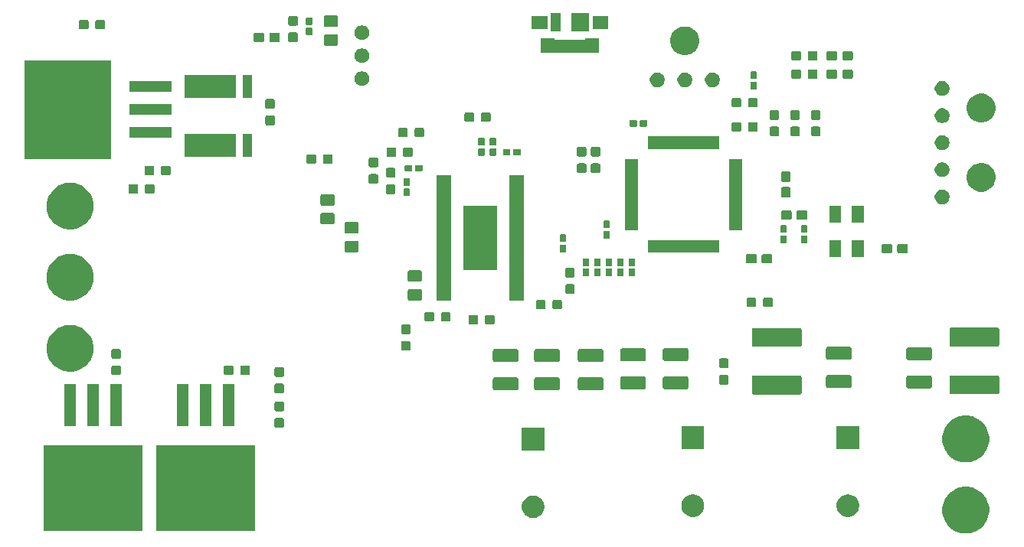
<source format=gbr>
G04 #@! TF.GenerationSoftware,KiCad,Pcbnew,(5.1.4)-1*
G04 #@! TF.CreationDate,2021-08-28T14:03:40-05:00*
G04 #@! TF.ProjectId,Mocos_2021,4d6f636f-735f-4323-9032-312e6b696361,1*
G04 #@! TF.SameCoordinates,Original*
G04 #@! TF.FileFunction,Soldermask,Top*
G04 #@! TF.FilePolarity,Negative*
%FSLAX46Y46*%
G04 Gerber Fmt 4.6, Leading zero omitted, Abs format (unit mm)*
G04 Created by KiCad (PCBNEW (5.1.4)-1) date 2021-08-28 14:03:40*
%MOMM*%
%LPD*%
G04 APERTURE LIST*
%ADD10C,0.100000*%
G04 APERTURE END LIST*
D10*
G36*
X182274508Y-122189380D02*
G01*
X182441367Y-122222570D01*
X182912899Y-122417885D01*
X183155629Y-122580073D01*
X183337266Y-122701438D01*
X183698162Y-123062334D01*
X183748102Y-123137075D01*
X183981715Y-123486701D01*
X184177030Y-123958233D01*
X184210220Y-124125092D01*
X184276600Y-124458807D01*
X184276600Y-124969193D01*
X184268390Y-125010466D01*
X184177030Y-125469767D01*
X183981715Y-125941299D01*
X183819527Y-126184029D01*
X183698162Y-126365666D01*
X183337266Y-126726562D01*
X183155629Y-126847927D01*
X182912899Y-127010115D01*
X182441367Y-127205430D01*
X182274508Y-127238620D01*
X181940793Y-127305000D01*
X181430407Y-127305000D01*
X181096692Y-127238620D01*
X180929833Y-127205430D01*
X180458301Y-127010115D01*
X180215571Y-126847927D01*
X180033934Y-126726562D01*
X179673038Y-126365666D01*
X179551673Y-126184029D01*
X179389485Y-125941299D01*
X179194170Y-125469767D01*
X179102810Y-125010466D01*
X179094600Y-124969193D01*
X179094600Y-124458807D01*
X179160980Y-124125092D01*
X179194170Y-123958233D01*
X179389485Y-123486701D01*
X179623098Y-123137075D01*
X179673038Y-123062334D01*
X180033934Y-122701438D01*
X180215571Y-122580073D01*
X180458301Y-122417885D01*
X180929833Y-122222570D01*
X181096692Y-122189380D01*
X181430407Y-122123000D01*
X181940793Y-122123000D01*
X182274508Y-122189380D01*
X182274508Y-122189380D01*
G37*
G36*
X103114000Y-126997999D02*
G01*
X92212000Y-126997999D01*
X92212000Y-117496001D01*
X103114000Y-117496001D01*
X103114000Y-126997999D01*
X103114000Y-126997999D01*
G37*
G36*
X90668000Y-126997999D02*
G01*
X79766000Y-126997999D01*
X79766000Y-117496001D01*
X90668000Y-117496001D01*
X90668000Y-126997999D01*
X90668000Y-126997999D01*
G37*
G36*
X134058519Y-123104377D02*
G01*
X134222903Y-123137075D01*
X134450571Y-123231378D01*
X134655466Y-123368285D01*
X134829715Y-123542534D01*
X134877087Y-123613431D01*
X134966623Y-123747431D01*
X135008320Y-123848097D01*
X135060925Y-123975097D01*
X135109000Y-124216787D01*
X135109000Y-124463213D01*
X135060925Y-124704903D01*
X134966622Y-124932571D01*
X134829715Y-125137466D01*
X134655466Y-125311715D01*
X134450571Y-125448622D01*
X134450570Y-125448623D01*
X134450569Y-125448623D01*
X134222903Y-125542925D01*
X133981214Y-125591000D01*
X133734786Y-125591000D01*
X133493097Y-125542925D01*
X133265431Y-125448623D01*
X133265430Y-125448623D01*
X133265429Y-125448622D01*
X133060534Y-125311715D01*
X132886285Y-125137466D01*
X132749378Y-124932571D01*
X132655075Y-124704903D01*
X132607000Y-124463213D01*
X132607000Y-124216787D01*
X132655075Y-123975097D01*
X132707680Y-123848097D01*
X132749377Y-123747431D01*
X132838913Y-123613431D01*
X132886285Y-123542534D01*
X133060534Y-123368285D01*
X133265429Y-123231378D01*
X133493097Y-123137075D01*
X133657481Y-123104377D01*
X133734786Y-123089000D01*
X133981214Y-123089000D01*
X134058519Y-123104377D01*
X134058519Y-123104377D01*
G37*
G36*
X151875903Y-123010075D02*
G01*
X152086672Y-123097378D01*
X152103571Y-123104378D01*
X152308466Y-123241285D01*
X152482715Y-123415534D01*
X152614946Y-123613431D01*
X152619623Y-123620431D01*
X152713925Y-123848097D01*
X152762000Y-124089786D01*
X152762000Y-124336214D01*
X152713925Y-124577903D01*
X152622522Y-124798571D01*
X152619622Y-124805571D01*
X152482715Y-125010466D01*
X152308466Y-125184715D01*
X152103571Y-125321622D01*
X152103570Y-125321623D01*
X152103569Y-125321623D01*
X151875903Y-125415925D01*
X151634214Y-125464000D01*
X151387786Y-125464000D01*
X151146097Y-125415925D01*
X150918431Y-125321623D01*
X150918430Y-125321623D01*
X150918429Y-125321622D01*
X150713534Y-125184715D01*
X150539285Y-125010466D01*
X150402378Y-124805571D01*
X150399479Y-124798571D01*
X150308075Y-124577903D01*
X150260000Y-124336214D01*
X150260000Y-124089786D01*
X150308075Y-123848097D01*
X150402377Y-123620431D01*
X150407054Y-123613431D01*
X150539285Y-123415534D01*
X150713534Y-123241285D01*
X150918429Y-123104378D01*
X150935329Y-123097378D01*
X151146097Y-123010075D01*
X151387786Y-122962000D01*
X151634214Y-122962000D01*
X151875903Y-123010075D01*
X151875903Y-123010075D01*
G37*
G36*
X169020903Y-123003075D02*
G01*
X169248571Y-123097378D01*
X169453466Y-123234285D01*
X169627715Y-123408534D01*
X169764622Y-123613429D01*
X169764623Y-123613431D01*
X169858925Y-123841097D01*
X169907000Y-124082786D01*
X169907000Y-124329214D01*
X169858925Y-124570903D01*
X169803421Y-124704903D01*
X169764622Y-124798571D01*
X169627715Y-125003466D01*
X169453466Y-125177715D01*
X169248571Y-125314622D01*
X169248570Y-125314623D01*
X169248569Y-125314623D01*
X169020903Y-125408925D01*
X168779214Y-125457000D01*
X168532786Y-125457000D01*
X168291097Y-125408925D01*
X168063431Y-125314623D01*
X168063430Y-125314623D01*
X168063429Y-125314622D01*
X167858534Y-125177715D01*
X167684285Y-125003466D01*
X167547378Y-124798571D01*
X167508580Y-124704903D01*
X167453075Y-124570903D01*
X167405000Y-124329214D01*
X167405000Y-124082786D01*
X167453075Y-123841097D01*
X167547377Y-123613431D01*
X167547378Y-123613429D01*
X167684285Y-123408534D01*
X167858534Y-123234285D01*
X168063429Y-123097378D01*
X168291097Y-123003075D01*
X168532786Y-122955000D01*
X168779214Y-122955000D01*
X169020903Y-123003075D01*
X169020903Y-123003075D01*
G37*
G36*
X182274508Y-114315380D02*
G01*
X182441367Y-114348570D01*
X182912899Y-114543885D01*
X183124093Y-114685001D01*
X183337266Y-114827438D01*
X183698162Y-115188334D01*
X183797831Y-115337500D01*
X183981715Y-115612701D01*
X184177030Y-116084233D01*
X184276600Y-116584809D01*
X184276600Y-117095191D01*
X184177030Y-117595767D01*
X183981715Y-118067299D01*
X183819527Y-118310029D01*
X183698162Y-118491666D01*
X183337266Y-118852562D01*
X183155629Y-118973927D01*
X182912899Y-119136115D01*
X182441367Y-119331430D01*
X182274508Y-119364620D01*
X181940793Y-119431000D01*
X181430407Y-119431000D01*
X181096692Y-119364620D01*
X180929833Y-119331430D01*
X180458301Y-119136115D01*
X180215571Y-118973927D01*
X180033934Y-118852562D01*
X179673038Y-118491666D01*
X179551673Y-118310029D01*
X179389485Y-118067299D01*
X179194170Y-117595767D01*
X179094600Y-117095191D01*
X179094600Y-116584809D01*
X179194170Y-116084233D01*
X179389485Y-115612701D01*
X179573369Y-115337500D01*
X179673038Y-115188334D01*
X180033934Y-114827438D01*
X180247107Y-114685001D01*
X180458301Y-114543885D01*
X180929833Y-114348570D01*
X181096692Y-114315380D01*
X181430407Y-114249000D01*
X181940793Y-114249000D01*
X182274508Y-114315380D01*
X182274508Y-114315380D01*
G37*
G36*
X135109000Y-118091000D02*
G01*
X132607000Y-118091000D01*
X132607000Y-115589000D01*
X135109000Y-115589000D01*
X135109000Y-118091000D01*
X135109000Y-118091000D01*
G37*
G36*
X152762000Y-117964000D02*
G01*
X150260000Y-117964000D01*
X150260000Y-115462000D01*
X152762000Y-115462000D01*
X152762000Y-117964000D01*
X152762000Y-117964000D01*
G37*
G36*
X169907000Y-117957000D02*
G01*
X167405000Y-117957000D01*
X167405000Y-115455000D01*
X169907000Y-115455000D01*
X169907000Y-117957000D01*
X169907000Y-117957000D01*
G37*
G36*
X106155499Y-114527945D02*
G01*
X106192995Y-114539320D01*
X106227554Y-114557792D01*
X106257847Y-114582653D01*
X106282708Y-114612946D01*
X106301180Y-114647505D01*
X106312555Y-114685001D01*
X106317000Y-114730138D01*
X106317000Y-115393862D01*
X106312555Y-115438999D01*
X106301180Y-115476495D01*
X106282708Y-115511054D01*
X106257847Y-115541347D01*
X106227554Y-115566208D01*
X106192995Y-115584680D01*
X106155499Y-115596055D01*
X106110362Y-115600500D01*
X105471638Y-115600500D01*
X105426501Y-115596055D01*
X105389005Y-115584680D01*
X105354446Y-115566208D01*
X105324153Y-115541347D01*
X105299292Y-115511054D01*
X105280820Y-115476495D01*
X105269445Y-115438999D01*
X105265000Y-115393862D01*
X105265000Y-114730138D01*
X105269445Y-114685001D01*
X105280820Y-114647505D01*
X105299292Y-114612946D01*
X105324153Y-114582653D01*
X105354446Y-114557792D01*
X105389005Y-114539320D01*
X105426501Y-114527945D01*
X105471638Y-114523500D01*
X106110362Y-114523500D01*
X106155499Y-114527945D01*
X106155499Y-114527945D01*
G37*
G36*
X95724000Y-115448000D02*
G01*
X94522000Y-115448000D01*
X94522000Y-110746000D01*
X95724000Y-110746000D01*
X95724000Y-115448000D01*
X95724000Y-115448000D01*
G37*
G36*
X100804000Y-115448000D02*
G01*
X99602000Y-115448000D01*
X99602000Y-110746000D01*
X100804000Y-110746000D01*
X100804000Y-115448000D01*
X100804000Y-115448000D01*
G37*
G36*
X98264000Y-115448000D02*
G01*
X97062000Y-115448000D01*
X97062000Y-110746000D01*
X98264000Y-110746000D01*
X98264000Y-115448000D01*
X98264000Y-115448000D01*
G37*
G36*
X83278000Y-115448000D02*
G01*
X82076000Y-115448000D01*
X82076000Y-110746000D01*
X83278000Y-110746000D01*
X83278000Y-115448000D01*
X83278000Y-115448000D01*
G37*
G36*
X85818000Y-115448000D02*
G01*
X84616000Y-115448000D01*
X84616000Y-110746000D01*
X85818000Y-110746000D01*
X85818000Y-115448000D01*
X85818000Y-115448000D01*
G37*
G36*
X88358000Y-115448000D02*
G01*
X87156000Y-115448000D01*
X87156000Y-110746000D01*
X88358000Y-110746000D01*
X88358000Y-115448000D01*
X88358000Y-115448000D01*
G37*
G36*
X106155499Y-112702945D02*
G01*
X106192995Y-112714320D01*
X106227554Y-112732792D01*
X106257847Y-112757653D01*
X106282708Y-112787946D01*
X106301180Y-112822505D01*
X106312555Y-112860001D01*
X106317000Y-112905138D01*
X106317000Y-113568862D01*
X106312555Y-113613999D01*
X106301180Y-113651495D01*
X106282708Y-113686054D01*
X106257847Y-113716347D01*
X106227554Y-113741208D01*
X106192995Y-113759680D01*
X106155499Y-113771055D01*
X106110362Y-113775500D01*
X105471638Y-113775500D01*
X105426501Y-113771055D01*
X105389005Y-113759680D01*
X105354446Y-113741208D01*
X105324153Y-113716347D01*
X105299292Y-113686054D01*
X105280820Y-113651495D01*
X105269445Y-113613999D01*
X105265000Y-113568862D01*
X105265000Y-112905138D01*
X105269445Y-112860001D01*
X105280820Y-112822505D01*
X105299292Y-112787946D01*
X105324153Y-112757653D01*
X105354446Y-112732792D01*
X105389005Y-112714320D01*
X105426501Y-112702945D01*
X105471638Y-112698500D01*
X106110362Y-112698500D01*
X106155499Y-112702945D01*
X106155499Y-112702945D01*
G37*
G36*
X163396402Y-109836351D02*
G01*
X163428101Y-109845967D01*
X163457310Y-109861580D01*
X163482911Y-109882589D01*
X163503920Y-109908190D01*
X163519533Y-109937399D01*
X163529149Y-109969098D01*
X163533000Y-110008197D01*
X163533000Y-111733803D01*
X163529149Y-111772902D01*
X163519533Y-111804601D01*
X163503920Y-111833810D01*
X163482911Y-111859411D01*
X163457310Y-111880420D01*
X163428101Y-111896033D01*
X163396402Y-111905649D01*
X163357303Y-111909500D01*
X158206697Y-111909500D01*
X158167598Y-111905649D01*
X158135899Y-111896033D01*
X158106690Y-111880420D01*
X158081089Y-111859411D01*
X158060080Y-111833810D01*
X158044467Y-111804601D01*
X158034851Y-111772902D01*
X158031000Y-111733803D01*
X158031000Y-110008197D01*
X158034851Y-109969098D01*
X158044467Y-109937399D01*
X158060080Y-109908190D01*
X158081089Y-109882589D01*
X158106690Y-109861580D01*
X158135899Y-109845967D01*
X158167598Y-109836351D01*
X158206697Y-109832500D01*
X163357303Y-109832500D01*
X163396402Y-109836351D01*
X163396402Y-109836351D01*
G37*
G36*
X185240402Y-109806851D02*
G01*
X185272101Y-109816467D01*
X185301310Y-109832080D01*
X185326911Y-109853089D01*
X185347920Y-109878690D01*
X185363533Y-109907899D01*
X185373149Y-109939598D01*
X185377000Y-109978697D01*
X185377000Y-111704303D01*
X185373149Y-111743402D01*
X185363533Y-111775101D01*
X185347920Y-111804310D01*
X185326911Y-111829911D01*
X185301310Y-111850920D01*
X185272101Y-111866533D01*
X185240402Y-111876149D01*
X185201303Y-111880000D01*
X180050697Y-111880000D01*
X180011598Y-111876149D01*
X179979899Y-111866533D01*
X179950690Y-111850920D01*
X179925089Y-111829911D01*
X179904080Y-111804310D01*
X179888467Y-111775101D01*
X179878851Y-111743402D01*
X179875000Y-111704303D01*
X179875000Y-109978697D01*
X179878851Y-109939598D01*
X179888467Y-109907899D01*
X179904080Y-109878690D01*
X179925089Y-109853089D01*
X179950690Y-109832080D01*
X179979899Y-109816467D01*
X180011598Y-109806851D01*
X180050697Y-109803000D01*
X185201303Y-109803000D01*
X185240402Y-109806851D01*
X185240402Y-109806851D01*
G37*
G36*
X106155499Y-110717945D02*
G01*
X106192995Y-110729320D01*
X106227554Y-110747792D01*
X106257847Y-110772653D01*
X106282708Y-110802946D01*
X106301180Y-110837505D01*
X106312555Y-110875001D01*
X106317000Y-110920138D01*
X106317000Y-111583862D01*
X106312555Y-111628999D01*
X106301180Y-111666495D01*
X106282708Y-111701054D01*
X106257847Y-111731347D01*
X106227554Y-111756208D01*
X106192995Y-111774680D01*
X106155499Y-111786055D01*
X106110362Y-111790500D01*
X105471638Y-111790500D01*
X105426501Y-111786055D01*
X105389005Y-111774680D01*
X105354446Y-111756208D01*
X105324153Y-111731347D01*
X105299292Y-111701054D01*
X105280820Y-111666495D01*
X105269445Y-111628999D01*
X105265000Y-111583862D01*
X105265000Y-110920138D01*
X105269445Y-110875001D01*
X105280820Y-110837505D01*
X105299292Y-110802946D01*
X105324153Y-110772653D01*
X105354446Y-110747792D01*
X105389005Y-110729320D01*
X105426501Y-110717945D01*
X105471638Y-110713500D01*
X106110362Y-110713500D01*
X106155499Y-110717945D01*
X106155499Y-110717945D01*
G37*
G36*
X132056811Y-110034771D02*
G01*
X132092603Y-110045629D01*
X132125595Y-110063263D01*
X132154508Y-110086992D01*
X132178237Y-110115905D01*
X132195871Y-110148897D01*
X132206729Y-110184689D01*
X132211000Y-110228055D01*
X132211000Y-111259945D01*
X132206729Y-111303311D01*
X132195871Y-111339103D01*
X132178237Y-111372095D01*
X132154508Y-111401008D01*
X132125595Y-111424737D01*
X132092603Y-111442371D01*
X132056811Y-111453229D01*
X132013445Y-111457500D01*
X129606555Y-111457500D01*
X129563189Y-111453229D01*
X129527397Y-111442371D01*
X129494405Y-111424737D01*
X129465492Y-111401008D01*
X129441763Y-111372095D01*
X129424129Y-111339103D01*
X129413271Y-111303311D01*
X129409000Y-111259945D01*
X129409000Y-110228055D01*
X129413271Y-110184689D01*
X129424129Y-110148897D01*
X129441763Y-110115905D01*
X129465492Y-110086992D01*
X129494405Y-110063263D01*
X129527397Y-110045629D01*
X129563189Y-110034771D01*
X129606555Y-110030500D01*
X132013445Y-110030500D01*
X132056811Y-110034771D01*
X132056811Y-110034771D01*
G37*
G36*
X136628811Y-110034771D02*
G01*
X136664603Y-110045629D01*
X136697595Y-110063263D01*
X136726508Y-110086992D01*
X136750237Y-110115905D01*
X136767871Y-110148897D01*
X136778729Y-110184689D01*
X136783000Y-110228055D01*
X136783000Y-111259945D01*
X136778729Y-111303311D01*
X136767871Y-111339103D01*
X136750237Y-111372095D01*
X136726508Y-111401008D01*
X136697595Y-111424737D01*
X136664603Y-111442371D01*
X136628811Y-111453229D01*
X136585445Y-111457500D01*
X134178555Y-111457500D01*
X134135189Y-111453229D01*
X134099397Y-111442371D01*
X134066405Y-111424737D01*
X134037492Y-111401008D01*
X134013763Y-111372095D01*
X133996129Y-111339103D01*
X133985271Y-111303311D01*
X133981000Y-111259945D01*
X133981000Y-110228055D01*
X133985271Y-110184689D01*
X133996129Y-110148897D01*
X134013763Y-110115905D01*
X134037492Y-110086992D01*
X134066405Y-110063263D01*
X134099397Y-110045629D01*
X134135189Y-110034771D01*
X134178555Y-110030500D01*
X136585445Y-110030500D01*
X136628811Y-110034771D01*
X136628811Y-110034771D01*
G37*
G36*
X141454811Y-110034771D02*
G01*
X141490603Y-110045629D01*
X141523595Y-110063263D01*
X141552508Y-110086992D01*
X141576237Y-110115905D01*
X141593871Y-110148897D01*
X141604729Y-110184689D01*
X141609000Y-110228055D01*
X141609000Y-111259945D01*
X141604729Y-111303311D01*
X141593871Y-111339103D01*
X141576237Y-111372095D01*
X141552508Y-111401008D01*
X141523595Y-111424737D01*
X141490603Y-111442371D01*
X141454811Y-111453229D01*
X141411445Y-111457500D01*
X139004555Y-111457500D01*
X138961189Y-111453229D01*
X138925397Y-111442371D01*
X138892405Y-111424737D01*
X138863492Y-111401008D01*
X138839763Y-111372095D01*
X138822129Y-111339103D01*
X138811271Y-111303311D01*
X138807000Y-111259945D01*
X138807000Y-110228055D01*
X138811271Y-110184689D01*
X138822129Y-110148897D01*
X138839763Y-110115905D01*
X138863492Y-110086992D01*
X138892405Y-110063263D01*
X138925397Y-110045629D01*
X138961189Y-110034771D01*
X139004555Y-110030500D01*
X141411445Y-110030500D01*
X141454811Y-110034771D01*
X141454811Y-110034771D01*
G37*
G36*
X146153811Y-109946271D02*
G01*
X146189603Y-109957129D01*
X146222595Y-109974763D01*
X146251508Y-109998492D01*
X146275237Y-110027405D01*
X146292871Y-110060397D01*
X146303729Y-110096189D01*
X146308000Y-110139555D01*
X146308000Y-111171445D01*
X146303729Y-111214811D01*
X146292871Y-111250603D01*
X146275237Y-111283595D01*
X146251508Y-111312508D01*
X146222595Y-111336237D01*
X146189603Y-111353871D01*
X146153811Y-111364729D01*
X146110445Y-111369000D01*
X143703555Y-111369000D01*
X143660189Y-111364729D01*
X143624397Y-111353871D01*
X143591405Y-111336237D01*
X143562492Y-111312508D01*
X143538763Y-111283595D01*
X143521129Y-111250603D01*
X143510271Y-111214811D01*
X143506000Y-111171445D01*
X143506000Y-110139555D01*
X143510271Y-110096189D01*
X143521129Y-110060397D01*
X143538763Y-110027405D01*
X143562492Y-109998492D01*
X143591405Y-109974763D01*
X143624397Y-109957129D01*
X143660189Y-109946271D01*
X143703555Y-109942000D01*
X146110445Y-109942000D01*
X146153811Y-109946271D01*
X146153811Y-109946271D01*
G37*
G36*
X150852811Y-109907771D02*
G01*
X150888603Y-109918629D01*
X150921595Y-109936263D01*
X150950508Y-109959992D01*
X150974237Y-109988905D01*
X150991871Y-110021897D01*
X151002729Y-110057689D01*
X151007000Y-110101055D01*
X151007000Y-111132945D01*
X151002729Y-111176311D01*
X150991871Y-111212103D01*
X150974237Y-111245095D01*
X150950508Y-111274008D01*
X150921595Y-111297737D01*
X150888603Y-111315371D01*
X150852811Y-111326229D01*
X150809445Y-111330500D01*
X148402555Y-111330500D01*
X148359189Y-111326229D01*
X148323397Y-111315371D01*
X148290405Y-111297737D01*
X148261492Y-111274008D01*
X148237763Y-111245095D01*
X148220129Y-111212103D01*
X148209271Y-111176311D01*
X148205000Y-111132945D01*
X148205000Y-110101055D01*
X148209271Y-110057689D01*
X148220129Y-110021897D01*
X148237763Y-109988905D01*
X148261492Y-109959992D01*
X148290405Y-109936263D01*
X148323397Y-109918629D01*
X148359189Y-109907771D01*
X148402555Y-109903500D01*
X150809445Y-109903500D01*
X150852811Y-109907771D01*
X150852811Y-109907771D01*
G37*
G36*
X177776811Y-109819271D02*
G01*
X177812603Y-109830129D01*
X177845595Y-109847763D01*
X177874508Y-109871492D01*
X177898237Y-109900405D01*
X177915871Y-109933397D01*
X177926729Y-109969189D01*
X177931000Y-110012555D01*
X177931000Y-111044445D01*
X177926729Y-111087811D01*
X177915871Y-111123603D01*
X177898237Y-111156595D01*
X177874508Y-111185508D01*
X177845595Y-111209237D01*
X177812603Y-111226871D01*
X177776811Y-111237729D01*
X177733445Y-111242000D01*
X175326555Y-111242000D01*
X175283189Y-111237729D01*
X175247397Y-111226871D01*
X175214405Y-111209237D01*
X175185492Y-111185508D01*
X175161763Y-111156595D01*
X175144129Y-111123603D01*
X175133271Y-111087811D01*
X175129000Y-111044445D01*
X175129000Y-110012555D01*
X175133271Y-109969189D01*
X175144129Y-109933397D01*
X175161763Y-109900405D01*
X175185492Y-109871492D01*
X175214405Y-109847763D01*
X175247397Y-109830129D01*
X175283189Y-109819271D01*
X175326555Y-109815000D01*
X177733445Y-109815000D01*
X177776811Y-109819271D01*
X177776811Y-109819271D01*
G37*
G36*
X168886811Y-109780771D02*
G01*
X168922603Y-109791629D01*
X168955595Y-109809263D01*
X168984508Y-109832992D01*
X169008237Y-109861905D01*
X169025871Y-109894897D01*
X169036729Y-109930689D01*
X169041000Y-109974055D01*
X169041000Y-111005945D01*
X169036729Y-111049311D01*
X169025871Y-111085103D01*
X169008237Y-111118095D01*
X168984508Y-111147008D01*
X168955595Y-111170737D01*
X168922603Y-111188371D01*
X168886811Y-111199229D01*
X168843445Y-111203500D01*
X166436555Y-111203500D01*
X166393189Y-111199229D01*
X166357397Y-111188371D01*
X166324405Y-111170737D01*
X166295492Y-111147008D01*
X166271763Y-111118095D01*
X166254129Y-111085103D01*
X166243271Y-111049311D01*
X166239000Y-111005945D01*
X166239000Y-109974055D01*
X166243271Y-109930689D01*
X166254129Y-109894897D01*
X166271763Y-109861905D01*
X166295492Y-109832992D01*
X166324405Y-109809263D01*
X166357397Y-109791629D01*
X166393189Y-109780771D01*
X166436555Y-109776500D01*
X168843445Y-109776500D01*
X168886811Y-109780771D01*
X168886811Y-109780771D01*
G37*
G36*
X155304499Y-109748945D02*
G01*
X155341995Y-109760320D01*
X155376554Y-109778792D01*
X155406847Y-109803653D01*
X155431708Y-109833946D01*
X155450180Y-109868505D01*
X155461555Y-109906001D01*
X155466000Y-109951138D01*
X155466000Y-110614862D01*
X155461555Y-110659999D01*
X155450180Y-110697495D01*
X155431708Y-110732054D01*
X155406847Y-110762347D01*
X155376554Y-110787208D01*
X155341995Y-110805680D01*
X155304499Y-110817055D01*
X155259362Y-110821500D01*
X154620638Y-110821500D01*
X154575501Y-110817055D01*
X154538005Y-110805680D01*
X154503446Y-110787208D01*
X154473153Y-110762347D01*
X154448292Y-110732054D01*
X154429820Y-110697495D01*
X154418445Y-110659999D01*
X154414000Y-110614862D01*
X154414000Y-109951138D01*
X154418445Y-109906001D01*
X154429820Y-109868505D01*
X154448292Y-109833946D01*
X154473153Y-109803653D01*
X154503446Y-109778792D01*
X154538005Y-109760320D01*
X154575501Y-109748945D01*
X154620638Y-109744500D01*
X155259362Y-109744500D01*
X155304499Y-109748945D01*
X155304499Y-109748945D01*
G37*
G36*
X106155499Y-108892945D02*
G01*
X106192995Y-108904320D01*
X106227554Y-108922792D01*
X106257847Y-108947653D01*
X106282708Y-108977946D01*
X106301180Y-109012505D01*
X106312555Y-109050001D01*
X106317000Y-109095138D01*
X106317000Y-109758862D01*
X106312555Y-109803999D01*
X106301180Y-109841495D01*
X106282708Y-109876054D01*
X106257847Y-109906347D01*
X106227554Y-109931208D01*
X106192995Y-109949680D01*
X106155499Y-109961055D01*
X106110362Y-109965500D01*
X105471638Y-109965500D01*
X105426501Y-109961055D01*
X105389005Y-109949680D01*
X105354446Y-109931208D01*
X105324153Y-109906347D01*
X105299292Y-109876054D01*
X105280820Y-109841495D01*
X105269445Y-109803999D01*
X105265000Y-109758862D01*
X105265000Y-109095138D01*
X105269445Y-109050001D01*
X105280820Y-109012505D01*
X105299292Y-108977946D01*
X105324153Y-108947653D01*
X105354446Y-108922792D01*
X105389005Y-108904320D01*
X105426501Y-108892945D01*
X105471638Y-108888500D01*
X106110362Y-108888500D01*
X106155499Y-108892945D01*
X106155499Y-108892945D01*
G37*
G36*
X88121499Y-108709445D02*
G01*
X88158995Y-108720820D01*
X88193554Y-108739292D01*
X88223847Y-108764153D01*
X88248708Y-108794446D01*
X88267180Y-108829005D01*
X88278555Y-108866501D01*
X88283000Y-108911638D01*
X88283000Y-109575362D01*
X88278555Y-109620499D01*
X88267180Y-109657995D01*
X88248708Y-109692554D01*
X88223847Y-109722847D01*
X88193554Y-109747708D01*
X88158995Y-109766180D01*
X88121499Y-109777555D01*
X88076362Y-109782000D01*
X87437638Y-109782000D01*
X87392501Y-109777555D01*
X87355005Y-109766180D01*
X87320446Y-109747708D01*
X87290153Y-109722847D01*
X87265292Y-109692554D01*
X87246820Y-109657995D01*
X87235445Y-109620499D01*
X87231000Y-109575362D01*
X87231000Y-108911638D01*
X87235445Y-108866501D01*
X87246820Y-108829005D01*
X87265292Y-108794446D01*
X87290153Y-108764153D01*
X87320446Y-108739292D01*
X87355005Y-108720820D01*
X87392501Y-108709445D01*
X87437638Y-108705000D01*
X88076362Y-108705000D01*
X88121499Y-108709445D01*
X88121499Y-108709445D01*
G37*
G36*
X102404999Y-108698445D02*
G01*
X102442495Y-108709820D01*
X102477054Y-108728292D01*
X102507347Y-108753153D01*
X102532208Y-108783446D01*
X102550680Y-108818005D01*
X102562055Y-108855501D01*
X102566500Y-108900638D01*
X102566500Y-109539362D01*
X102562055Y-109584499D01*
X102550680Y-109621995D01*
X102532208Y-109656554D01*
X102507347Y-109686847D01*
X102477054Y-109711708D01*
X102442495Y-109730180D01*
X102404999Y-109741555D01*
X102359862Y-109746000D01*
X101696138Y-109746000D01*
X101651001Y-109741555D01*
X101613505Y-109730180D01*
X101578946Y-109711708D01*
X101548653Y-109686847D01*
X101523792Y-109656554D01*
X101505320Y-109621995D01*
X101493945Y-109584499D01*
X101489500Y-109539362D01*
X101489500Y-108900638D01*
X101493945Y-108855501D01*
X101505320Y-108818005D01*
X101523792Y-108783446D01*
X101548653Y-108753153D01*
X101578946Y-108728292D01*
X101613505Y-108709820D01*
X101651001Y-108698445D01*
X101696138Y-108694000D01*
X102359862Y-108694000D01*
X102404999Y-108698445D01*
X102404999Y-108698445D01*
G37*
G36*
X100579999Y-108698445D02*
G01*
X100617495Y-108709820D01*
X100652054Y-108728292D01*
X100682347Y-108753153D01*
X100707208Y-108783446D01*
X100725680Y-108818005D01*
X100737055Y-108855501D01*
X100741500Y-108900638D01*
X100741500Y-109539362D01*
X100737055Y-109584499D01*
X100725680Y-109621995D01*
X100707208Y-109656554D01*
X100682347Y-109686847D01*
X100652054Y-109711708D01*
X100617495Y-109730180D01*
X100579999Y-109741555D01*
X100534862Y-109746000D01*
X99871138Y-109746000D01*
X99826001Y-109741555D01*
X99788505Y-109730180D01*
X99753946Y-109711708D01*
X99723653Y-109686847D01*
X99698792Y-109656554D01*
X99680320Y-109621995D01*
X99668945Y-109584499D01*
X99664500Y-109539362D01*
X99664500Y-108900638D01*
X99668945Y-108855501D01*
X99680320Y-108818005D01*
X99698792Y-108783446D01*
X99723653Y-108753153D01*
X99753946Y-108728292D01*
X99788505Y-108709820D01*
X99826001Y-108698445D01*
X99871138Y-108694000D01*
X100534862Y-108694000D01*
X100579999Y-108698445D01*
X100579999Y-108698445D01*
G37*
G36*
X83239791Y-104277185D02*
G01*
X83432767Y-104315570D01*
X83904299Y-104510885D01*
X84131055Y-104662399D01*
X84328666Y-104794438D01*
X84689562Y-105155334D01*
X84810927Y-105336971D01*
X84973115Y-105579701D01*
X85168430Y-106051233D01*
X85187609Y-106147654D01*
X85268000Y-106551807D01*
X85268000Y-107062193D01*
X85245612Y-107174744D01*
X85168430Y-107562767D01*
X84973115Y-108034299D01*
X84832997Y-108244000D01*
X84689562Y-108458666D01*
X84328666Y-108819562D01*
X84159158Y-108932823D01*
X83904299Y-109103115D01*
X83432767Y-109298430D01*
X83265908Y-109331620D01*
X82932193Y-109398000D01*
X82421807Y-109398000D01*
X82088092Y-109331620D01*
X81921233Y-109298430D01*
X81449701Y-109103115D01*
X81194842Y-108932823D01*
X81025334Y-108819562D01*
X80664438Y-108458666D01*
X80521003Y-108244000D01*
X80380885Y-108034299D01*
X80185570Y-107562767D01*
X80108388Y-107174744D01*
X80086000Y-107062193D01*
X80086000Y-106551807D01*
X80166391Y-106147654D01*
X80185570Y-106051233D01*
X80380885Y-105579701D01*
X80543073Y-105336971D01*
X80664438Y-105155334D01*
X81025334Y-104794438D01*
X81222945Y-104662399D01*
X81449701Y-104510885D01*
X81921233Y-104315570D01*
X82114209Y-104277185D01*
X82421807Y-104216000D01*
X82932193Y-104216000D01*
X83239791Y-104277185D01*
X83239791Y-104277185D01*
G37*
G36*
X155304499Y-107923945D02*
G01*
X155341995Y-107935320D01*
X155376554Y-107953792D01*
X155406847Y-107978653D01*
X155431708Y-108008946D01*
X155450180Y-108043505D01*
X155461555Y-108081001D01*
X155466000Y-108126138D01*
X155466000Y-108789862D01*
X155461555Y-108834999D01*
X155450180Y-108872495D01*
X155431708Y-108907054D01*
X155406847Y-108937347D01*
X155376554Y-108962208D01*
X155341995Y-108980680D01*
X155304499Y-108992055D01*
X155259362Y-108996500D01*
X154620638Y-108996500D01*
X154575501Y-108992055D01*
X154538005Y-108980680D01*
X154503446Y-108962208D01*
X154473153Y-108937347D01*
X154448292Y-108907054D01*
X154429820Y-108872495D01*
X154418445Y-108834999D01*
X154414000Y-108789862D01*
X154414000Y-108126138D01*
X154418445Y-108081001D01*
X154429820Y-108043505D01*
X154448292Y-108008946D01*
X154473153Y-107978653D01*
X154503446Y-107953792D01*
X154538005Y-107935320D01*
X154575501Y-107923945D01*
X154620638Y-107919500D01*
X155259362Y-107919500D01*
X155304499Y-107923945D01*
X155304499Y-107923945D01*
G37*
G36*
X141454811Y-106909771D02*
G01*
X141490603Y-106920629D01*
X141523595Y-106938263D01*
X141552508Y-106961992D01*
X141576237Y-106990905D01*
X141593871Y-107023897D01*
X141604729Y-107059689D01*
X141609000Y-107103055D01*
X141609000Y-108134945D01*
X141604729Y-108178311D01*
X141593871Y-108214103D01*
X141576237Y-108247095D01*
X141552508Y-108276008D01*
X141523595Y-108299737D01*
X141490603Y-108317371D01*
X141454811Y-108328229D01*
X141411445Y-108332500D01*
X139004555Y-108332500D01*
X138961189Y-108328229D01*
X138925397Y-108317371D01*
X138892405Y-108299737D01*
X138863492Y-108276008D01*
X138839763Y-108247095D01*
X138822129Y-108214103D01*
X138811271Y-108178311D01*
X138807000Y-108134945D01*
X138807000Y-107103055D01*
X138811271Y-107059689D01*
X138822129Y-107023897D01*
X138839763Y-106990905D01*
X138863492Y-106961992D01*
X138892405Y-106938263D01*
X138925397Y-106920629D01*
X138961189Y-106909771D01*
X139004555Y-106905500D01*
X141411445Y-106905500D01*
X141454811Y-106909771D01*
X141454811Y-106909771D01*
G37*
G36*
X136628811Y-106909771D02*
G01*
X136664603Y-106920629D01*
X136697595Y-106938263D01*
X136726508Y-106961992D01*
X136750237Y-106990905D01*
X136767871Y-107023897D01*
X136778729Y-107059689D01*
X136783000Y-107103055D01*
X136783000Y-108134945D01*
X136778729Y-108178311D01*
X136767871Y-108214103D01*
X136750237Y-108247095D01*
X136726508Y-108276008D01*
X136697595Y-108299737D01*
X136664603Y-108317371D01*
X136628811Y-108328229D01*
X136585445Y-108332500D01*
X134178555Y-108332500D01*
X134135189Y-108328229D01*
X134099397Y-108317371D01*
X134066405Y-108299737D01*
X134037492Y-108276008D01*
X134013763Y-108247095D01*
X133996129Y-108214103D01*
X133985271Y-108178311D01*
X133981000Y-108134945D01*
X133981000Y-107103055D01*
X133985271Y-107059689D01*
X133996129Y-107023897D01*
X134013763Y-106990905D01*
X134037492Y-106961992D01*
X134066405Y-106938263D01*
X134099397Y-106920629D01*
X134135189Y-106909771D01*
X134178555Y-106905500D01*
X136585445Y-106905500D01*
X136628811Y-106909771D01*
X136628811Y-106909771D01*
G37*
G36*
X132056811Y-106909771D02*
G01*
X132092603Y-106920629D01*
X132125595Y-106938263D01*
X132154508Y-106961992D01*
X132178237Y-106990905D01*
X132195871Y-107023897D01*
X132206729Y-107059689D01*
X132211000Y-107103055D01*
X132211000Y-108134945D01*
X132206729Y-108178311D01*
X132195871Y-108214103D01*
X132178237Y-108247095D01*
X132154508Y-108276008D01*
X132125595Y-108299737D01*
X132092603Y-108317371D01*
X132056811Y-108328229D01*
X132013445Y-108332500D01*
X129606555Y-108332500D01*
X129563189Y-108328229D01*
X129527397Y-108317371D01*
X129494405Y-108299737D01*
X129465492Y-108276008D01*
X129441763Y-108247095D01*
X129424129Y-108214103D01*
X129413271Y-108178311D01*
X129409000Y-108134945D01*
X129409000Y-107103055D01*
X129413271Y-107059689D01*
X129424129Y-107023897D01*
X129441763Y-106990905D01*
X129465492Y-106961992D01*
X129494405Y-106938263D01*
X129527397Y-106920629D01*
X129563189Y-106909771D01*
X129606555Y-106905500D01*
X132013445Y-106905500D01*
X132056811Y-106909771D01*
X132056811Y-106909771D01*
G37*
G36*
X146153811Y-106821271D02*
G01*
X146189603Y-106832129D01*
X146222595Y-106849763D01*
X146251508Y-106873492D01*
X146275237Y-106902405D01*
X146292871Y-106935397D01*
X146303729Y-106971189D01*
X146308000Y-107014555D01*
X146308000Y-108046445D01*
X146303729Y-108089811D01*
X146292871Y-108125603D01*
X146275237Y-108158595D01*
X146251508Y-108187508D01*
X146222595Y-108211237D01*
X146189603Y-108228871D01*
X146153811Y-108239729D01*
X146110445Y-108244000D01*
X143703555Y-108244000D01*
X143660189Y-108239729D01*
X143624397Y-108228871D01*
X143591405Y-108211237D01*
X143562492Y-108187508D01*
X143538763Y-108158595D01*
X143521129Y-108125603D01*
X143510271Y-108089811D01*
X143506000Y-108046445D01*
X143506000Y-107014555D01*
X143510271Y-106971189D01*
X143521129Y-106935397D01*
X143538763Y-106902405D01*
X143562492Y-106873492D01*
X143591405Y-106849763D01*
X143624397Y-106832129D01*
X143660189Y-106821271D01*
X143703555Y-106817000D01*
X146110445Y-106817000D01*
X146153811Y-106821271D01*
X146153811Y-106821271D01*
G37*
G36*
X150852811Y-106782771D02*
G01*
X150888603Y-106793629D01*
X150921595Y-106811263D01*
X150950508Y-106834992D01*
X150974237Y-106863905D01*
X150991871Y-106896897D01*
X151002729Y-106932689D01*
X151007000Y-106976055D01*
X151007000Y-108007945D01*
X151002729Y-108051311D01*
X150991871Y-108087103D01*
X150974237Y-108120095D01*
X150950508Y-108149008D01*
X150921595Y-108172737D01*
X150888603Y-108190371D01*
X150852811Y-108201229D01*
X150809445Y-108205500D01*
X148402555Y-108205500D01*
X148359189Y-108201229D01*
X148323397Y-108190371D01*
X148290405Y-108172737D01*
X148261492Y-108149008D01*
X148237763Y-108120095D01*
X148220129Y-108087103D01*
X148209271Y-108051311D01*
X148205000Y-108007945D01*
X148205000Y-106976055D01*
X148209271Y-106932689D01*
X148220129Y-106896897D01*
X148237763Y-106863905D01*
X148261492Y-106834992D01*
X148290405Y-106811263D01*
X148323397Y-106793629D01*
X148359189Y-106782771D01*
X148402555Y-106778500D01*
X150809445Y-106778500D01*
X150852811Y-106782771D01*
X150852811Y-106782771D01*
G37*
G36*
X177776811Y-106694271D02*
G01*
X177812603Y-106705129D01*
X177845595Y-106722763D01*
X177874508Y-106746492D01*
X177898237Y-106775405D01*
X177915871Y-106808397D01*
X177926729Y-106844189D01*
X177931000Y-106887555D01*
X177931000Y-107919445D01*
X177926729Y-107962811D01*
X177915871Y-107998603D01*
X177898237Y-108031595D01*
X177874508Y-108060508D01*
X177845595Y-108084237D01*
X177812603Y-108101871D01*
X177776811Y-108112729D01*
X177733445Y-108117000D01*
X175326555Y-108117000D01*
X175283189Y-108112729D01*
X175247397Y-108101871D01*
X175214405Y-108084237D01*
X175185492Y-108060508D01*
X175161763Y-108031595D01*
X175144129Y-107998603D01*
X175133271Y-107962811D01*
X175129000Y-107919445D01*
X175129000Y-106887555D01*
X175133271Y-106844189D01*
X175144129Y-106808397D01*
X175161763Y-106775405D01*
X175185492Y-106746492D01*
X175214405Y-106722763D01*
X175247397Y-106705129D01*
X175283189Y-106694271D01*
X175326555Y-106690000D01*
X177733445Y-106690000D01*
X177776811Y-106694271D01*
X177776811Y-106694271D01*
G37*
G36*
X168886811Y-106655771D02*
G01*
X168922603Y-106666629D01*
X168955595Y-106684263D01*
X168984508Y-106707992D01*
X169008237Y-106736905D01*
X169025871Y-106769897D01*
X169036729Y-106805689D01*
X169041000Y-106849055D01*
X169041000Y-107880945D01*
X169036729Y-107924311D01*
X169025871Y-107960103D01*
X169008237Y-107993095D01*
X168984508Y-108022008D01*
X168955595Y-108045737D01*
X168922603Y-108063371D01*
X168886811Y-108074229D01*
X168843445Y-108078500D01*
X166436555Y-108078500D01*
X166393189Y-108074229D01*
X166357397Y-108063371D01*
X166324405Y-108045737D01*
X166295492Y-108022008D01*
X166271763Y-107993095D01*
X166254129Y-107960103D01*
X166243271Y-107924311D01*
X166239000Y-107880945D01*
X166239000Y-106849055D01*
X166243271Y-106805689D01*
X166254129Y-106769897D01*
X166271763Y-106736905D01*
X166295492Y-106707992D01*
X166324405Y-106684263D01*
X166357397Y-106666629D01*
X166393189Y-106655771D01*
X166436555Y-106651500D01*
X168843445Y-106651500D01*
X168886811Y-106655771D01*
X168886811Y-106655771D01*
G37*
G36*
X88121499Y-106884445D02*
G01*
X88158995Y-106895820D01*
X88193554Y-106914292D01*
X88223847Y-106939153D01*
X88248708Y-106969446D01*
X88267180Y-107004005D01*
X88278555Y-107041501D01*
X88283000Y-107086638D01*
X88283000Y-107750362D01*
X88278555Y-107795499D01*
X88267180Y-107832995D01*
X88248708Y-107867554D01*
X88223847Y-107897847D01*
X88193554Y-107922708D01*
X88158995Y-107941180D01*
X88121499Y-107952555D01*
X88076362Y-107957000D01*
X87437638Y-107957000D01*
X87392501Y-107952555D01*
X87355005Y-107941180D01*
X87320446Y-107922708D01*
X87290153Y-107897847D01*
X87265292Y-107867554D01*
X87246820Y-107832995D01*
X87235445Y-107795499D01*
X87231000Y-107750362D01*
X87231000Y-107086638D01*
X87235445Y-107041501D01*
X87246820Y-107004005D01*
X87265292Y-106969446D01*
X87290153Y-106939153D01*
X87320446Y-106914292D01*
X87355005Y-106895820D01*
X87392501Y-106884445D01*
X87437638Y-106880000D01*
X88076362Y-106880000D01*
X88121499Y-106884445D01*
X88121499Y-106884445D01*
G37*
G36*
X120150899Y-105989745D02*
G01*
X120188395Y-106001120D01*
X120222954Y-106019592D01*
X120253247Y-106044453D01*
X120278108Y-106074746D01*
X120296580Y-106109305D01*
X120307955Y-106146801D01*
X120312400Y-106191938D01*
X120312400Y-106855662D01*
X120307955Y-106900799D01*
X120296580Y-106938295D01*
X120278108Y-106972854D01*
X120253247Y-107003147D01*
X120222954Y-107028008D01*
X120188395Y-107046480D01*
X120150899Y-107057855D01*
X120105762Y-107062300D01*
X119467038Y-107062300D01*
X119421901Y-107057855D01*
X119384405Y-107046480D01*
X119349846Y-107028008D01*
X119319553Y-107003147D01*
X119294692Y-106972854D01*
X119276220Y-106938295D01*
X119264845Y-106900799D01*
X119260400Y-106855662D01*
X119260400Y-106191938D01*
X119264845Y-106146801D01*
X119276220Y-106109305D01*
X119294692Y-106074746D01*
X119319553Y-106044453D01*
X119349846Y-106019592D01*
X119384405Y-106001120D01*
X119421901Y-105989745D01*
X119467038Y-105985300D01*
X120105762Y-105985300D01*
X120150899Y-105989745D01*
X120150899Y-105989745D01*
G37*
G36*
X163396402Y-104561351D02*
G01*
X163428101Y-104570967D01*
X163457310Y-104586580D01*
X163482911Y-104607589D01*
X163503920Y-104633190D01*
X163519533Y-104662399D01*
X163529149Y-104694098D01*
X163533000Y-104733197D01*
X163533000Y-106458803D01*
X163529149Y-106497902D01*
X163519533Y-106529601D01*
X163503920Y-106558810D01*
X163482911Y-106584411D01*
X163457310Y-106605420D01*
X163428101Y-106621033D01*
X163396402Y-106630649D01*
X163357303Y-106634500D01*
X158206697Y-106634500D01*
X158167598Y-106630649D01*
X158135899Y-106621033D01*
X158106690Y-106605420D01*
X158081089Y-106584411D01*
X158060080Y-106558810D01*
X158044467Y-106529601D01*
X158034851Y-106497902D01*
X158031000Y-106458803D01*
X158031000Y-104733197D01*
X158034851Y-104694098D01*
X158044467Y-104662399D01*
X158060080Y-104633190D01*
X158081089Y-104607589D01*
X158106690Y-104586580D01*
X158135899Y-104570967D01*
X158167598Y-104561351D01*
X158206697Y-104557500D01*
X163357303Y-104557500D01*
X163396402Y-104561351D01*
X163396402Y-104561351D01*
G37*
G36*
X185240402Y-104531851D02*
G01*
X185272101Y-104541467D01*
X185301310Y-104557080D01*
X185326911Y-104578089D01*
X185347920Y-104603690D01*
X185363533Y-104632899D01*
X185373149Y-104664598D01*
X185377000Y-104703697D01*
X185377000Y-106429303D01*
X185373149Y-106468402D01*
X185363533Y-106500101D01*
X185347920Y-106529310D01*
X185326911Y-106554911D01*
X185301310Y-106575920D01*
X185272101Y-106591533D01*
X185240402Y-106601149D01*
X185201303Y-106605000D01*
X180050697Y-106605000D01*
X180011598Y-106601149D01*
X179979899Y-106591533D01*
X179950690Y-106575920D01*
X179925089Y-106554911D01*
X179904080Y-106529310D01*
X179888467Y-106500101D01*
X179878851Y-106468402D01*
X179875000Y-106429303D01*
X179875000Y-104703697D01*
X179878851Y-104664598D01*
X179888467Y-104632899D01*
X179904080Y-104603690D01*
X179925089Y-104578089D01*
X179950690Y-104557080D01*
X179979899Y-104541467D01*
X180011598Y-104531851D01*
X180050697Y-104528000D01*
X185201303Y-104528000D01*
X185240402Y-104531851D01*
X185240402Y-104531851D01*
G37*
G36*
X120150899Y-104164745D02*
G01*
X120188395Y-104176120D01*
X120222954Y-104194592D01*
X120253247Y-104219453D01*
X120278108Y-104249746D01*
X120296580Y-104284305D01*
X120307955Y-104321801D01*
X120312400Y-104366938D01*
X120312400Y-105030662D01*
X120307955Y-105075799D01*
X120296580Y-105113295D01*
X120278108Y-105147854D01*
X120253247Y-105178147D01*
X120222954Y-105203008D01*
X120188395Y-105221480D01*
X120150899Y-105232855D01*
X120105762Y-105237300D01*
X119467038Y-105237300D01*
X119421901Y-105232855D01*
X119384405Y-105221480D01*
X119349846Y-105203008D01*
X119319553Y-105178147D01*
X119294692Y-105147854D01*
X119276220Y-105113295D01*
X119264845Y-105075799D01*
X119260400Y-105030662D01*
X119260400Y-104366938D01*
X119264845Y-104321801D01*
X119276220Y-104284305D01*
X119294692Y-104249746D01*
X119319553Y-104219453D01*
X119349846Y-104194592D01*
X119384405Y-104176120D01*
X119421901Y-104164745D01*
X119467038Y-104160300D01*
X120105762Y-104160300D01*
X120150899Y-104164745D01*
X120150899Y-104164745D01*
G37*
G36*
X129455999Y-103110445D02*
G01*
X129493495Y-103121820D01*
X129528054Y-103140292D01*
X129558347Y-103165153D01*
X129583208Y-103195446D01*
X129601680Y-103230005D01*
X129613055Y-103267501D01*
X129617500Y-103312638D01*
X129617500Y-103951362D01*
X129613055Y-103996499D01*
X129601680Y-104033995D01*
X129583208Y-104068554D01*
X129558347Y-104098847D01*
X129528054Y-104123708D01*
X129493495Y-104142180D01*
X129455999Y-104153555D01*
X129410862Y-104158000D01*
X128747138Y-104158000D01*
X128702001Y-104153555D01*
X128664505Y-104142180D01*
X128629946Y-104123708D01*
X128599653Y-104098847D01*
X128574792Y-104068554D01*
X128556320Y-104033995D01*
X128544945Y-103996499D01*
X128540500Y-103951362D01*
X128540500Y-103312638D01*
X128544945Y-103267501D01*
X128556320Y-103230005D01*
X128574792Y-103195446D01*
X128599653Y-103165153D01*
X128629946Y-103140292D01*
X128664505Y-103121820D01*
X128702001Y-103110445D01*
X128747138Y-103106000D01*
X129410862Y-103106000D01*
X129455999Y-103110445D01*
X129455999Y-103110445D01*
G37*
G36*
X127630999Y-103110445D02*
G01*
X127668495Y-103121820D01*
X127703054Y-103140292D01*
X127733347Y-103165153D01*
X127758208Y-103195446D01*
X127776680Y-103230005D01*
X127788055Y-103267501D01*
X127792500Y-103312638D01*
X127792500Y-103951362D01*
X127788055Y-103996499D01*
X127776680Y-104033995D01*
X127758208Y-104068554D01*
X127733347Y-104098847D01*
X127703054Y-104123708D01*
X127668495Y-104142180D01*
X127630999Y-104153555D01*
X127585862Y-104158000D01*
X126922138Y-104158000D01*
X126877001Y-104153555D01*
X126839505Y-104142180D01*
X126804946Y-104123708D01*
X126774653Y-104098847D01*
X126749792Y-104068554D01*
X126731320Y-104033995D01*
X126719945Y-103996499D01*
X126715500Y-103951362D01*
X126715500Y-103312638D01*
X126719945Y-103267501D01*
X126731320Y-103230005D01*
X126749792Y-103195446D01*
X126774653Y-103165153D01*
X126804946Y-103140292D01*
X126839505Y-103121820D01*
X126877001Y-103110445D01*
X126922138Y-103106000D01*
X127585862Y-103106000D01*
X127630999Y-103110445D01*
X127630999Y-103110445D01*
G37*
G36*
X124582999Y-102805645D02*
G01*
X124620495Y-102817020D01*
X124655054Y-102835492D01*
X124685347Y-102860353D01*
X124710208Y-102890646D01*
X124728680Y-102925205D01*
X124740055Y-102962701D01*
X124744500Y-103007838D01*
X124744500Y-103646562D01*
X124740055Y-103691699D01*
X124728680Y-103729195D01*
X124710208Y-103763754D01*
X124685347Y-103794047D01*
X124655054Y-103818908D01*
X124620495Y-103837380D01*
X124582999Y-103848755D01*
X124537862Y-103853200D01*
X123874138Y-103853200D01*
X123829001Y-103848755D01*
X123791505Y-103837380D01*
X123756946Y-103818908D01*
X123726653Y-103794047D01*
X123701792Y-103763754D01*
X123683320Y-103729195D01*
X123671945Y-103691699D01*
X123667500Y-103646562D01*
X123667500Y-103007838D01*
X123671945Y-102962701D01*
X123683320Y-102925205D01*
X123701792Y-102890646D01*
X123726653Y-102860353D01*
X123756946Y-102835492D01*
X123791505Y-102817020D01*
X123829001Y-102805645D01*
X123874138Y-102801200D01*
X124537862Y-102801200D01*
X124582999Y-102805645D01*
X124582999Y-102805645D01*
G37*
G36*
X122757999Y-102805645D02*
G01*
X122795495Y-102817020D01*
X122830054Y-102835492D01*
X122860347Y-102860353D01*
X122885208Y-102890646D01*
X122903680Y-102925205D01*
X122915055Y-102962701D01*
X122919500Y-103007838D01*
X122919500Y-103646562D01*
X122915055Y-103691699D01*
X122903680Y-103729195D01*
X122885208Y-103763754D01*
X122860347Y-103794047D01*
X122830054Y-103818908D01*
X122795495Y-103837380D01*
X122757999Y-103848755D01*
X122712862Y-103853200D01*
X122049138Y-103853200D01*
X122004001Y-103848755D01*
X121966505Y-103837380D01*
X121931946Y-103818908D01*
X121901653Y-103794047D01*
X121876792Y-103763754D01*
X121858320Y-103729195D01*
X121846945Y-103691699D01*
X121842500Y-103646562D01*
X121842500Y-103007838D01*
X121846945Y-102962701D01*
X121858320Y-102925205D01*
X121876792Y-102890646D01*
X121901653Y-102860353D01*
X121931946Y-102835492D01*
X121966505Y-102817020D01*
X122004001Y-102805645D01*
X122049138Y-102801200D01*
X122712862Y-102801200D01*
X122757999Y-102805645D01*
X122757999Y-102805645D01*
G37*
G36*
X136901999Y-101459445D02*
G01*
X136939495Y-101470820D01*
X136974054Y-101489292D01*
X137004347Y-101514153D01*
X137029208Y-101544446D01*
X137047680Y-101579005D01*
X137059055Y-101616501D01*
X137063500Y-101661638D01*
X137063500Y-102300362D01*
X137059055Y-102345499D01*
X137047680Y-102382995D01*
X137029208Y-102417554D01*
X137004347Y-102447847D01*
X136974054Y-102472708D01*
X136939495Y-102491180D01*
X136901999Y-102502555D01*
X136856862Y-102507000D01*
X136193138Y-102507000D01*
X136148001Y-102502555D01*
X136110505Y-102491180D01*
X136075946Y-102472708D01*
X136045653Y-102447847D01*
X136020792Y-102417554D01*
X136002320Y-102382995D01*
X135990945Y-102345499D01*
X135986500Y-102300362D01*
X135986500Y-101661638D01*
X135990945Y-101616501D01*
X136002320Y-101579005D01*
X136020792Y-101544446D01*
X136045653Y-101514153D01*
X136075946Y-101489292D01*
X136110505Y-101470820D01*
X136148001Y-101459445D01*
X136193138Y-101455000D01*
X136856862Y-101455000D01*
X136901999Y-101459445D01*
X136901999Y-101459445D01*
G37*
G36*
X135076999Y-101459445D02*
G01*
X135114495Y-101470820D01*
X135149054Y-101489292D01*
X135179347Y-101514153D01*
X135204208Y-101544446D01*
X135222680Y-101579005D01*
X135234055Y-101616501D01*
X135238500Y-101661638D01*
X135238500Y-102300362D01*
X135234055Y-102345499D01*
X135222680Y-102382995D01*
X135204208Y-102417554D01*
X135179347Y-102447847D01*
X135149054Y-102472708D01*
X135114495Y-102491180D01*
X135076999Y-102502555D01*
X135031862Y-102507000D01*
X134368138Y-102507000D01*
X134323001Y-102502555D01*
X134285505Y-102491180D01*
X134250946Y-102472708D01*
X134220653Y-102447847D01*
X134195792Y-102417554D01*
X134177320Y-102382995D01*
X134165945Y-102345499D01*
X134161500Y-102300362D01*
X134161500Y-101661638D01*
X134165945Y-101616501D01*
X134177320Y-101579005D01*
X134195792Y-101544446D01*
X134220653Y-101514153D01*
X134250946Y-101489292D01*
X134285505Y-101470820D01*
X134323001Y-101459445D01*
X134368138Y-101455000D01*
X135031862Y-101455000D01*
X135076999Y-101459445D01*
X135076999Y-101459445D01*
G37*
G36*
X160189999Y-101205445D02*
G01*
X160227495Y-101216820D01*
X160262054Y-101235292D01*
X160292347Y-101260153D01*
X160317208Y-101290446D01*
X160335680Y-101325005D01*
X160347055Y-101362501D01*
X160351500Y-101407638D01*
X160351500Y-102046362D01*
X160347055Y-102091499D01*
X160335680Y-102128995D01*
X160317208Y-102163554D01*
X160292347Y-102193847D01*
X160262054Y-102218708D01*
X160227495Y-102237180D01*
X160189999Y-102248555D01*
X160144862Y-102253000D01*
X159481138Y-102253000D01*
X159436001Y-102248555D01*
X159398505Y-102237180D01*
X159363946Y-102218708D01*
X159333653Y-102193847D01*
X159308792Y-102163554D01*
X159290320Y-102128995D01*
X159278945Y-102091499D01*
X159274500Y-102046362D01*
X159274500Y-101407638D01*
X159278945Y-101362501D01*
X159290320Y-101325005D01*
X159308792Y-101290446D01*
X159333653Y-101260153D01*
X159363946Y-101235292D01*
X159398505Y-101216820D01*
X159436001Y-101205445D01*
X159481138Y-101201000D01*
X160144862Y-101201000D01*
X160189999Y-101205445D01*
X160189999Y-101205445D01*
G37*
G36*
X158364999Y-101205445D02*
G01*
X158402495Y-101216820D01*
X158437054Y-101235292D01*
X158467347Y-101260153D01*
X158492208Y-101290446D01*
X158510680Y-101325005D01*
X158522055Y-101362501D01*
X158526500Y-101407638D01*
X158526500Y-102046362D01*
X158522055Y-102091499D01*
X158510680Y-102128995D01*
X158492208Y-102163554D01*
X158467347Y-102193847D01*
X158437054Y-102218708D01*
X158402495Y-102237180D01*
X158364999Y-102248555D01*
X158319862Y-102253000D01*
X157656138Y-102253000D01*
X157611001Y-102248555D01*
X157573505Y-102237180D01*
X157538946Y-102218708D01*
X157508653Y-102193847D01*
X157483792Y-102163554D01*
X157465320Y-102128995D01*
X157453945Y-102091499D01*
X157449500Y-102046362D01*
X157449500Y-101407638D01*
X157453945Y-101362501D01*
X157465320Y-101325005D01*
X157483792Y-101290446D01*
X157508653Y-101260153D01*
X157538946Y-101235292D01*
X157573505Y-101216820D01*
X157611001Y-101205445D01*
X157656138Y-101201000D01*
X158319862Y-101201000D01*
X158364999Y-101205445D01*
X158364999Y-101205445D01*
G37*
G36*
X83177628Y-96390820D02*
G01*
X83432767Y-96441570D01*
X83904299Y-96636885D01*
X84147029Y-96799073D01*
X84328666Y-96920438D01*
X84689562Y-97281334D01*
X84776322Y-97411180D01*
X84973115Y-97705701D01*
X85164398Y-98167500D01*
X85168430Y-98177234D01*
X85268000Y-98677807D01*
X85268000Y-99188193D01*
X85223818Y-99410309D01*
X85168430Y-99688767D01*
X84973115Y-100160299D01*
X84835584Y-100366128D01*
X84689562Y-100584666D01*
X84328666Y-100945562D01*
X84147029Y-101066927D01*
X83904299Y-101229115D01*
X83432767Y-101424430D01*
X83279080Y-101455000D01*
X82932193Y-101524000D01*
X82421807Y-101524000D01*
X82074920Y-101455000D01*
X81921233Y-101424430D01*
X81449701Y-101229115D01*
X81206971Y-101066927D01*
X81025334Y-100945562D01*
X80664438Y-100584666D01*
X80518416Y-100366128D01*
X80380885Y-100160299D01*
X80185570Y-99688767D01*
X80130182Y-99410309D01*
X80086000Y-99188193D01*
X80086000Y-98677807D01*
X80185570Y-98177234D01*
X80189602Y-98167500D01*
X80380885Y-97705701D01*
X80577678Y-97411180D01*
X80664438Y-97281334D01*
X81025334Y-96920438D01*
X81206971Y-96799073D01*
X81449701Y-96636885D01*
X81921233Y-96441570D01*
X82176372Y-96390820D01*
X82421807Y-96342000D01*
X82932193Y-96342000D01*
X83177628Y-96390820D01*
X83177628Y-96390820D01*
G37*
G36*
X121391983Y-100246934D02*
G01*
X121429372Y-100258276D01*
X121463826Y-100276691D01*
X121494025Y-100301475D01*
X121518809Y-100331674D01*
X121537224Y-100366128D01*
X121548566Y-100403517D01*
X121553000Y-100448535D01*
X121553000Y-101313465D01*
X121548566Y-101358483D01*
X121537224Y-101395872D01*
X121518809Y-101430326D01*
X121494025Y-101460525D01*
X121463826Y-101485309D01*
X121429372Y-101503724D01*
X121391983Y-101515066D01*
X121346965Y-101519500D01*
X120207035Y-101519500D01*
X120162017Y-101515066D01*
X120124628Y-101503724D01*
X120090174Y-101485309D01*
X120059975Y-101460525D01*
X120035191Y-101430326D01*
X120016776Y-101395872D01*
X120005434Y-101358483D01*
X120001000Y-101313465D01*
X120001000Y-100448535D01*
X120005434Y-100403517D01*
X120016776Y-100366128D01*
X120035191Y-100331674D01*
X120059975Y-100301475D01*
X120090174Y-100276691D01*
X120124628Y-100258276D01*
X120162017Y-100246934D01*
X120207035Y-100242500D01*
X121346965Y-100242500D01*
X121391983Y-100246934D01*
X121391983Y-100246934D01*
G37*
G36*
X132818070Y-101511300D02*
G01*
X131214930Y-101511300D01*
X131214930Y-87612020D01*
X132818070Y-87612020D01*
X132818070Y-101511300D01*
X132818070Y-101511300D01*
G37*
G36*
X124817070Y-101511300D02*
G01*
X123213930Y-101511300D01*
X123213930Y-87612020D01*
X124817070Y-87612020D01*
X124817070Y-101511300D01*
X124817070Y-101511300D01*
G37*
G36*
X138286499Y-99715945D02*
G01*
X138323995Y-99727320D01*
X138358554Y-99745792D01*
X138388847Y-99770653D01*
X138413708Y-99800946D01*
X138432180Y-99835505D01*
X138443555Y-99873001D01*
X138448000Y-99918138D01*
X138448000Y-100581862D01*
X138443555Y-100626999D01*
X138432180Y-100664495D01*
X138413708Y-100699054D01*
X138388847Y-100729347D01*
X138358554Y-100754208D01*
X138323995Y-100772680D01*
X138286499Y-100784055D01*
X138241362Y-100788500D01*
X137602638Y-100788500D01*
X137557501Y-100784055D01*
X137520005Y-100772680D01*
X137485446Y-100754208D01*
X137455153Y-100729347D01*
X137430292Y-100699054D01*
X137411820Y-100664495D01*
X137400445Y-100626999D01*
X137396000Y-100581862D01*
X137396000Y-99918138D01*
X137400445Y-99873001D01*
X137411820Y-99835505D01*
X137430292Y-99800946D01*
X137455153Y-99770653D01*
X137485446Y-99745792D01*
X137520005Y-99727320D01*
X137557501Y-99715945D01*
X137602638Y-99711500D01*
X138241362Y-99711500D01*
X138286499Y-99715945D01*
X138286499Y-99715945D01*
G37*
G36*
X121391983Y-98171934D02*
G01*
X121429372Y-98183276D01*
X121463826Y-98201691D01*
X121494025Y-98226475D01*
X121518809Y-98256674D01*
X121537224Y-98291128D01*
X121548566Y-98328517D01*
X121553000Y-98373535D01*
X121553000Y-99238465D01*
X121548566Y-99283483D01*
X121537224Y-99320872D01*
X121518809Y-99355326D01*
X121494025Y-99385525D01*
X121463826Y-99410309D01*
X121429372Y-99428724D01*
X121391983Y-99440066D01*
X121346965Y-99444500D01*
X120207035Y-99444500D01*
X120162017Y-99440066D01*
X120124628Y-99428724D01*
X120090174Y-99410309D01*
X120059975Y-99385525D01*
X120035191Y-99355326D01*
X120016776Y-99320872D01*
X120005434Y-99283483D01*
X120001000Y-99238465D01*
X120001000Y-98373535D01*
X120005434Y-98328517D01*
X120016776Y-98291128D01*
X120035191Y-98256674D01*
X120059975Y-98226475D01*
X120090174Y-98201691D01*
X120124628Y-98183276D01*
X120162017Y-98171934D01*
X120207035Y-98167500D01*
X121346965Y-98167500D01*
X121391983Y-98171934D01*
X121391983Y-98171934D01*
G37*
G36*
X138286499Y-97890945D02*
G01*
X138323995Y-97902320D01*
X138358554Y-97920792D01*
X138388847Y-97945653D01*
X138413708Y-97975946D01*
X138432180Y-98010505D01*
X138443555Y-98048001D01*
X138448000Y-98093138D01*
X138448000Y-98756862D01*
X138443555Y-98801999D01*
X138432180Y-98839495D01*
X138413708Y-98874054D01*
X138388847Y-98904347D01*
X138358554Y-98929208D01*
X138323995Y-98947680D01*
X138286499Y-98959055D01*
X138241362Y-98963500D01*
X137602638Y-98963500D01*
X137557501Y-98959055D01*
X137520005Y-98947680D01*
X137485446Y-98929208D01*
X137455153Y-98904347D01*
X137430292Y-98874054D01*
X137411820Y-98839495D01*
X137400445Y-98801999D01*
X137396000Y-98756862D01*
X137396000Y-98093138D01*
X137400445Y-98048001D01*
X137411820Y-98010505D01*
X137430292Y-97975946D01*
X137455153Y-97945653D01*
X137485446Y-97920792D01*
X137520005Y-97902320D01*
X137557501Y-97890945D01*
X137602638Y-97886500D01*
X138241362Y-97886500D01*
X138286499Y-97890945D01*
X138286499Y-97890945D01*
G37*
G36*
X143775901Y-98001360D02*
G01*
X143797925Y-98008041D01*
X143818222Y-98018890D01*
X143836011Y-98033489D01*
X143850610Y-98051278D01*
X143861459Y-98071575D01*
X143868140Y-98093599D01*
X143871000Y-98122640D01*
X143871000Y-98711360D01*
X143868140Y-98740401D01*
X143861459Y-98762425D01*
X143850610Y-98782722D01*
X143836011Y-98800511D01*
X143818222Y-98815110D01*
X143797925Y-98825959D01*
X143775901Y-98832640D01*
X143746860Y-98835500D01*
X143273140Y-98835500D01*
X143244099Y-98832640D01*
X143222075Y-98825959D01*
X143201778Y-98815110D01*
X143183989Y-98800511D01*
X143169390Y-98782722D01*
X143158541Y-98762425D01*
X143151860Y-98740401D01*
X143149000Y-98711360D01*
X143149000Y-98122640D01*
X143151860Y-98093599D01*
X143158541Y-98071575D01*
X143169390Y-98051278D01*
X143183989Y-98033489D01*
X143201778Y-98018890D01*
X143222075Y-98008041D01*
X143244099Y-98001360D01*
X143273140Y-97998500D01*
X143746860Y-97998500D01*
X143775901Y-98001360D01*
X143775901Y-98001360D01*
G37*
G36*
X141235901Y-98001360D02*
G01*
X141257925Y-98008041D01*
X141278222Y-98018890D01*
X141296011Y-98033489D01*
X141310610Y-98051278D01*
X141321459Y-98071575D01*
X141328140Y-98093599D01*
X141331000Y-98122640D01*
X141331000Y-98711360D01*
X141328140Y-98740401D01*
X141321459Y-98762425D01*
X141310610Y-98782722D01*
X141296011Y-98800511D01*
X141278222Y-98815110D01*
X141257925Y-98825959D01*
X141235901Y-98832640D01*
X141206860Y-98835500D01*
X140733140Y-98835500D01*
X140704099Y-98832640D01*
X140682075Y-98825959D01*
X140661778Y-98815110D01*
X140643989Y-98800511D01*
X140629390Y-98782722D01*
X140618541Y-98762425D01*
X140611860Y-98740401D01*
X140609000Y-98711360D01*
X140609000Y-98122640D01*
X140611860Y-98093599D01*
X140618541Y-98071575D01*
X140629390Y-98051278D01*
X140643989Y-98033489D01*
X140661778Y-98018890D01*
X140682075Y-98008041D01*
X140704099Y-98001360D01*
X140733140Y-97998500D01*
X141206860Y-97998500D01*
X141235901Y-98001360D01*
X141235901Y-98001360D01*
G37*
G36*
X142505901Y-98001360D02*
G01*
X142527925Y-98008041D01*
X142548222Y-98018890D01*
X142566011Y-98033489D01*
X142580610Y-98051278D01*
X142591459Y-98071575D01*
X142598140Y-98093599D01*
X142601000Y-98122640D01*
X142601000Y-98711360D01*
X142598140Y-98740401D01*
X142591459Y-98762425D01*
X142580610Y-98782722D01*
X142566011Y-98800511D01*
X142548222Y-98815110D01*
X142527925Y-98825959D01*
X142505901Y-98832640D01*
X142476860Y-98835500D01*
X142003140Y-98835500D01*
X141974099Y-98832640D01*
X141952075Y-98825959D01*
X141931778Y-98815110D01*
X141913989Y-98800511D01*
X141899390Y-98782722D01*
X141888541Y-98762425D01*
X141881860Y-98740401D01*
X141879000Y-98711360D01*
X141879000Y-98122640D01*
X141881860Y-98093599D01*
X141888541Y-98071575D01*
X141899390Y-98051278D01*
X141913989Y-98033489D01*
X141931778Y-98018890D01*
X141952075Y-98008041D01*
X141974099Y-98001360D01*
X142003140Y-97998500D01*
X142476860Y-97998500D01*
X142505901Y-98001360D01*
X142505901Y-98001360D01*
G37*
G36*
X139965901Y-98001360D02*
G01*
X139987925Y-98008041D01*
X140008222Y-98018890D01*
X140026011Y-98033489D01*
X140040610Y-98051278D01*
X140051459Y-98071575D01*
X140058140Y-98093599D01*
X140061000Y-98122640D01*
X140061000Y-98711360D01*
X140058140Y-98740401D01*
X140051459Y-98762425D01*
X140040610Y-98782722D01*
X140026011Y-98800511D01*
X140008222Y-98815110D01*
X139987925Y-98825959D01*
X139965901Y-98832640D01*
X139936860Y-98835500D01*
X139463140Y-98835500D01*
X139434099Y-98832640D01*
X139412075Y-98825959D01*
X139391778Y-98815110D01*
X139373989Y-98800511D01*
X139359390Y-98782722D01*
X139348541Y-98762425D01*
X139341860Y-98740401D01*
X139339000Y-98711360D01*
X139339000Y-98122640D01*
X139341860Y-98093599D01*
X139348541Y-98071575D01*
X139359390Y-98051278D01*
X139373989Y-98033489D01*
X139391778Y-98018890D01*
X139412075Y-98008041D01*
X139434099Y-98001360D01*
X139463140Y-97998500D01*
X139936860Y-97998500D01*
X139965901Y-98001360D01*
X139965901Y-98001360D01*
G37*
G36*
X145045901Y-98001360D02*
G01*
X145067925Y-98008041D01*
X145088222Y-98018890D01*
X145106011Y-98033489D01*
X145120610Y-98051278D01*
X145131459Y-98071575D01*
X145138140Y-98093599D01*
X145141000Y-98122640D01*
X145141000Y-98711360D01*
X145138140Y-98740401D01*
X145131459Y-98762425D01*
X145120610Y-98782722D01*
X145106011Y-98800511D01*
X145088222Y-98815110D01*
X145067925Y-98825959D01*
X145045901Y-98832640D01*
X145016860Y-98835500D01*
X144543140Y-98835500D01*
X144514099Y-98832640D01*
X144492075Y-98825959D01*
X144471778Y-98815110D01*
X144453989Y-98800511D01*
X144439390Y-98782722D01*
X144428541Y-98762425D01*
X144421860Y-98740401D01*
X144419000Y-98711360D01*
X144419000Y-98122640D01*
X144421860Y-98093599D01*
X144428541Y-98071575D01*
X144439390Y-98051278D01*
X144453989Y-98033489D01*
X144471778Y-98018890D01*
X144492075Y-98008041D01*
X144514099Y-98001360D01*
X144543140Y-97998500D01*
X145016860Y-97998500D01*
X145045901Y-98001360D01*
X145045901Y-98001360D01*
G37*
G36*
X129866590Y-98166120D02*
G01*
X126165410Y-98166120D01*
X126165410Y-91063880D01*
X129866590Y-91063880D01*
X129866590Y-98166120D01*
X129866590Y-98166120D01*
G37*
G36*
X142505901Y-96866360D02*
G01*
X142527925Y-96873041D01*
X142548222Y-96883890D01*
X142566011Y-96898489D01*
X142580610Y-96916278D01*
X142591459Y-96936575D01*
X142598140Y-96958599D01*
X142601000Y-96987640D01*
X142601000Y-97576360D01*
X142598140Y-97605401D01*
X142591459Y-97627425D01*
X142580610Y-97647722D01*
X142566011Y-97665511D01*
X142548222Y-97680110D01*
X142527925Y-97690959D01*
X142505901Y-97697640D01*
X142476860Y-97700500D01*
X142003140Y-97700500D01*
X141974099Y-97697640D01*
X141952075Y-97690959D01*
X141931778Y-97680110D01*
X141913989Y-97665511D01*
X141899390Y-97647722D01*
X141888541Y-97627425D01*
X141881860Y-97605401D01*
X141879000Y-97576360D01*
X141879000Y-96987640D01*
X141881860Y-96958599D01*
X141888541Y-96936575D01*
X141899390Y-96916278D01*
X141913989Y-96898489D01*
X141931778Y-96883890D01*
X141952075Y-96873041D01*
X141974099Y-96866360D01*
X142003140Y-96863500D01*
X142476860Y-96863500D01*
X142505901Y-96866360D01*
X142505901Y-96866360D01*
G37*
G36*
X143775901Y-96866360D02*
G01*
X143797925Y-96873041D01*
X143818222Y-96883890D01*
X143836011Y-96898489D01*
X143850610Y-96916278D01*
X143861459Y-96936575D01*
X143868140Y-96958599D01*
X143871000Y-96987640D01*
X143871000Y-97576360D01*
X143868140Y-97605401D01*
X143861459Y-97627425D01*
X143850610Y-97647722D01*
X143836011Y-97665511D01*
X143818222Y-97680110D01*
X143797925Y-97690959D01*
X143775901Y-97697640D01*
X143746860Y-97700500D01*
X143273140Y-97700500D01*
X143244099Y-97697640D01*
X143222075Y-97690959D01*
X143201778Y-97680110D01*
X143183989Y-97665511D01*
X143169390Y-97647722D01*
X143158541Y-97627425D01*
X143151860Y-97605401D01*
X143149000Y-97576360D01*
X143149000Y-96987640D01*
X143151860Y-96958599D01*
X143158541Y-96936575D01*
X143169390Y-96916278D01*
X143183989Y-96898489D01*
X143201778Y-96883890D01*
X143222075Y-96873041D01*
X143244099Y-96866360D01*
X143273140Y-96863500D01*
X143746860Y-96863500D01*
X143775901Y-96866360D01*
X143775901Y-96866360D01*
G37*
G36*
X139965901Y-96866360D02*
G01*
X139987925Y-96873041D01*
X140008222Y-96883890D01*
X140026011Y-96898489D01*
X140040610Y-96916278D01*
X140051459Y-96936575D01*
X140058140Y-96958599D01*
X140061000Y-96987640D01*
X140061000Y-97576360D01*
X140058140Y-97605401D01*
X140051459Y-97627425D01*
X140040610Y-97647722D01*
X140026011Y-97665511D01*
X140008222Y-97680110D01*
X139987925Y-97690959D01*
X139965901Y-97697640D01*
X139936860Y-97700500D01*
X139463140Y-97700500D01*
X139434099Y-97697640D01*
X139412075Y-97690959D01*
X139391778Y-97680110D01*
X139373989Y-97665511D01*
X139359390Y-97647722D01*
X139348541Y-97627425D01*
X139341860Y-97605401D01*
X139339000Y-97576360D01*
X139339000Y-96987640D01*
X139341860Y-96958599D01*
X139348541Y-96936575D01*
X139359390Y-96916278D01*
X139373989Y-96898489D01*
X139391778Y-96883890D01*
X139412075Y-96873041D01*
X139434099Y-96866360D01*
X139463140Y-96863500D01*
X139936860Y-96863500D01*
X139965901Y-96866360D01*
X139965901Y-96866360D01*
G37*
G36*
X141235901Y-96866360D02*
G01*
X141257925Y-96873041D01*
X141278222Y-96883890D01*
X141296011Y-96898489D01*
X141310610Y-96916278D01*
X141321459Y-96936575D01*
X141328140Y-96958599D01*
X141331000Y-96987640D01*
X141331000Y-97576360D01*
X141328140Y-97605401D01*
X141321459Y-97627425D01*
X141310610Y-97647722D01*
X141296011Y-97665511D01*
X141278222Y-97680110D01*
X141257925Y-97690959D01*
X141235901Y-97697640D01*
X141206860Y-97700500D01*
X140733140Y-97700500D01*
X140704099Y-97697640D01*
X140682075Y-97690959D01*
X140661778Y-97680110D01*
X140643989Y-97665511D01*
X140629390Y-97647722D01*
X140618541Y-97627425D01*
X140611860Y-97605401D01*
X140609000Y-97576360D01*
X140609000Y-96987640D01*
X140611860Y-96958599D01*
X140618541Y-96936575D01*
X140629390Y-96916278D01*
X140643989Y-96898489D01*
X140661778Y-96883890D01*
X140682075Y-96873041D01*
X140704099Y-96866360D01*
X140733140Y-96863500D01*
X141206860Y-96863500D01*
X141235901Y-96866360D01*
X141235901Y-96866360D01*
G37*
G36*
X145045901Y-96866360D02*
G01*
X145067925Y-96873041D01*
X145088222Y-96883890D01*
X145106011Y-96898489D01*
X145120610Y-96916278D01*
X145131459Y-96936575D01*
X145138140Y-96958599D01*
X145141000Y-96987640D01*
X145141000Y-97576360D01*
X145138140Y-97605401D01*
X145131459Y-97627425D01*
X145120610Y-97647722D01*
X145106011Y-97665511D01*
X145088222Y-97680110D01*
X145067925Y-97690959D01*
X145045901Y-97697640D01*
X145016860Y-97700500D01*
X144543140Y-97700500D01*
X144514099Y-97697640D01*
X144492075Y-97690959D01*
X144471778Y-97680110D01*
X144453989Y-97665511D01*
X144439390Y-97647722D01*
X144428541Y-97627425D01*
X144421860Y-97605401D01*
X144419000Y-97576360D01*
X144419000Y-96987640D01*
X144421860Y-96958599D01*
X144428541Y-96936575D01*
X144439390Y-96916278D01*
X144453989Y-96898489D01*
X144471778Y-96883890D01*
X144492075Y-96873041D01*
X144514099Y-96866360D01*
X144543140Y-96863500D01*
X145016860Y-96863500D01*
X145045901Y-96866360D01*
X145045901Y-96866360D01*
G37*
G36*
X158414999Y-96379445D02*
G01*
X158452495Y-96390820D01*
X158487054Y-96409292D01*
X158517347Y-96434153D01*
X158542208Y-96464446D01*
X158560680Y-96499005D01*
X158572055Y-96536501D01*
X158576500Y-96581638D01*
X158576500Y-97220362D01*
X158572055Y-97265499D01*
X158560680Y-97302995D01*
X158542208Y-97337554D01*
X158517347Y-97367847D01*
X158487054Y-97392708D01*
X158452495Y-97411180D01*
X158414999Y-97422555D01*
X158369862Y-97427000D01*
X157606138Y-97427000D01*
X157561001Y-97422555D01*
X157523505Y-97411180D01*
X157488946Y-97392708D01*
X157458653Y-97367847D01*
X157433792Y-97337554D01*
X157415320Y-97302995D01*
X157403945Y-97265499D01*
X157399500Y-97220362D01*
X157399500Y-96581638D01*
X157403945Y-96536501D01*
X157415320Y-96499005D01*
X157433792Y-96464446D01*
X157458653Y-96434153D01*
X157488946Y-96409292D01*
X157523505Y-96390820D01*
X157561001Y-96379445D01*
X157606138Y-96375000D01*
X158369862Y-96375000D01*
X158414999Y-96379445D01*
X158414999Y-96379445D01*
G37*
G36*
X160139999Y-96379445D02*
G01*
X160177495Y-96390820D01*
X160212054Y-96409292D01*
X160242347Y-96434153D01*
X160267208Y-96464446D01*
X160285680Y-96499005D01*
X160297055Y-96536501D01*
X160301500Y-96581638D01*
X160301500Y-97220362D01*
X160297055Y-97265499D01*
X160285680Y-97302995D01*
X160267208Y-97337554D01*
X160242347Y-97367847D01*
X160212054Y-97392708D01*
X160177495Y-97411180D01*
X160139999Y-97422555D01*
X160094862Y-97427000D01*
X159331138Y-97427000D01*
X159286001Y-97422555D01*
X159248505Y-97411180D01*
X159213946Y-97392708D01*
X159183653Y-97367847D01*
X159158792Y-97337554D01*
X159140320Y-97302995D01*
X159128945Y-97265499D01*
X159124500Y-97220362D01*
X159124500Y-96581638D01*
X159128945Y-96536501D01*
X159140320Y-96499005D01*
X159158792Y-96464446D01*
X159183653Y-96434153D01*
X159213946Y-96409292D01*
X159248505Y-96390820D01*
X159286001Y-96379445D01*
X159331138Y-96375000D01*
X160094862Y-96375000D01*
X160139999Y-96379445D01*
X160139999Y-96379445D01*
G37*
G36*
X170408800Y-96709430D02*
G01*
X169107920Y-96709430D01*
X169107920Y-94806570D01*
X170408800Y-94806570D01*
X170408800Y-96709430D01*
X170408800Y-96709430D01*
G37*
G36*
X167909440Y-96709430D02*
G01*
X166608560Y-96709430D01*
X166608560Y-94806570D01*
X167909440Y-94806570D01*
X167909440Y-96709430D01*
X167909440Y-96709430D01*
G37*
G36*
X175125999Y-95236445D02*
G01*
X175163495Y-95247820D01*
X175198054Y-95266292D01*
X175228347Y-95291153D01*
X175253208Y-95321446D01*
X175271680Y-95356005D01*
X175283055Y-95393501D01*
X175287500Y-95438638D01*
X175287500Y-96077362D01*
X175283055Y-96122499D01*
X175271680Y-96159995D01*
X175253208Y-96194554D01*
X175228347Y-96224847D01*
X175198054Y-96249708D01*
X175163495Y-96268180D01*
X175125999Y-96279555D01*
X175080862Y-96284000D01*
X174317138Y-96284000D01*
X174272001Y-96279555D01*
X174234505Y-96268180D01*
X174199946Y-96249708D01*
X174169653Y-96224847D01*
X174144792Y-96194554D01*
X174126320Y-96159995D01*
X174114945Y-96122499D01*
X174110500Y-96077362D01*
X174110500Y-95438638D01*
X174114945Y-95393501D01*
X174126320Y-95356005D01*
X174144792Y-95321446D01*
X174169653Y-95291153D01*
X174199946Y-95266292D01*
X174234505Y-95247820D01*
X174272001Y-95236445D01*
X174317138Y-95232000D01*
X175080862Y-95232000D01*
X175125999Y-95236445D01*
X175125999Y-95236445D01*
G37*
G36*
X173400999Y-95236445D02*
G01*
X173438495Y-95247820D01*
X173473054Y-95266292D01*
X173503347Y-95291153D01*
X173528208Y-95321446D01*
X173546680Y-95356005D01*
X173558055Y-95393501D01*
X173562500Y-95438638D01*
X173562500Y-96077362D01*
X173558055Y-96122499D01*
X173546680Y-96159995D01*
X173528208Y-96194554D01*
X173503347Y-96224847D01*
X173473054Y-96249708D01*
X173438495Y-96268180D01*
X173400999Y-96279555D01*
X173355862Y-96284000D01*
X172592138Y-96284000D01*
X172547001Y-96279555D01*
X172509505Y-96268180D01*
X172474946Y-96249708D01*
X172444653Y-96224847D01*
X172419792Y-96194554D01*
X172401320Y-96159995D01*
X172389945Y-96122499D01*
X172385500Y-96077362D01*
X172385500Y-95438638D01*
X172389945Y-95393501D01*
X172401320Y-95356005D01*
X172419792Y-95321446D01*
X172444653Y-95291153D01*
X172474946Y-95266292D01*
X172509505Y-95247820D01*
X172547001Y-95236445D01*
X172592138Y-95232000D01*
X173355862Y-95232000D01*
X173400999Y-95236445D01*
X173400999Y-95236445D01*
G37*
G36*
X154445040Y-96240800D02*
G01*
X146544960Y-96240800D01*
X146544960Y-94838320D01*
X154445040Y-94838320D01*
X154445040Y-96240800D01*
X154445040Y-96240800D01*
G37*
G36*
X114406983Y-94912934D02*
G01*
X114444372Y-94924276D01*
X114478826Y-94942691D01*
X114509025Y-94967475D01*
X114533809Y-94997674D01*
X114552224Y-95032128D01*
X114563566Y-95069517D01*
X114568000Y-95114535D01*
X114568000Y-95979465D01*
X114563566Y-96024483D01*
X114552224Y-96061872D01*
X114533809Y-96096326D01*
X114509025Y-96126525D01*
X114478826Y-96151309D01*
X114444372Y-96169724D01*
X114406983Y-96181066D01*
X114361965Y-96185500D01*
X113222035Y-96185500D01*
X113177017Y-96181066D01*
X113139628Y-96169724D01*
X113105174Y-96151309D01*
X113074975Y-96126525D01*
X113050191Y-96096326D01*
X113031776Y-96061872D01*
X113020434Y-96024483D01*
X113016000Y-95979465D01*
X113016000Y-95114535D01*
X113020434Y-95069517D01*
X113031776Y-95032128D01*
X113050191Y-94997674D01*
X113074975Y-94967475D01*
X113105174Y-94942691D01*
X113139628Y-94924276D01*
X113177017Y-94912934D01*
X113222035Y-94908500D01*
X114361965Y-94908500D01*
X114406983Y-94912934D01*
X114406983Y-94912934D01*
G37*
G36*
X137425901Y-95342360D02*
G01*
X137447925Y-95349041D01*
X137468222Y-95359890D01*
X137486011Y-95374489D01*
X137500610Y-95392278D01*
X137511459Y-95412575D01*
X137518140Y-95434599D01*
X137521000Y-95463640D01*
X137521000Y-96052360D01*
X137518140Y-96081401D01*
X137511459Y-96103425D01*
X137500610Y-96123722D01*
X137486011Y-96141511D01*
X137468222Y-96156110D01*
X137447925Y-96166959D01*
X137425901Y-96173640D01*
X137396860Y-96176500D01*
X136923140Y-96176500D01*
X136894099Y-96173640D01*
X136872075Y-96166959D01*
X136851778Y-96156110D01*
X136833989Y-96141511D01*
X136819390Y-96123722D01*
X136808541Y-96103425D01*
X136801860Y-96081401D01*
X136799000Y-96052360D01*
X136799000Y-95463640D01*
X136801860Y-95434599D01*
X136808541Y-95412575D01*
X136819390Y-95392278D01*
X136833989Y-95374489D01*
X136851778Y-95359890D01*
X136872075Y-95349041D01*
X136894099Y-95342360D01*
X136923140Y-95339500D01*
X137396860Y-95339500D01*
X137425901Y-95342360D01*
X137425901Y-95342360D01*
G37*
G36*
X164095901Y-94318360D02*
G01*
X164117925Y-94325041D01*
X164138222Y-94335890D01*
X164156011Y-94350489D01*
X164170610Y-94368278D01*
X164181459Y-94388575D01*
X164188140Y-94410599D01*
X164191000Y-94439640D01*
X164191000Y-95028360D01*
X164188140Y-95057401D01*
X164181459Y-95079425D01*
X164170610Y-95099722D01*
X164156011Y-95117511D01*
X164138222Y-95132110D01*
X164117925Y-95142959D01*
X164095901Y-95149640D01*
X164066860Y-95152500D01*
X163593140Y-95152500D01*
X163564099Y-95149640D01*
X163542075Y-95142959D01*
X163521778Y-95132110D01*
X163503989Y-95117511D01*
X163489390Y-95099722D01*
X163478541Y-95079425D01*
X163471860Y-95057401D01*
X163469000Y-95028360D01*
X163469000Y-94439640D01*
X163471860Y-94410599D01*
X163478541Y-94388575D01*
X163489390Y-94368278D01*
X163503989Y-94350489D01*
X163521778Y-94335890D01*
X163542075Y-94325041D01*
X163564099Y-94318360D01*
X163593140Y-94315500D01*
X164066860Y-94315500D01*
X164095901Y-94318360D01*
X164095901Y-94318360D01*
G37*
G36*
X161809901Y-94318360D02*
G01*
X161831925Y-94325041D01*
X161852222Y-94335890D01*
X161870011Y-94350489D01*
X161884610Y-94368278D01*
X161895459Y-94388575D01*
X161902140Y-94410599D01*
X161905000Y-94439640D01*
X161905000Y-95028360D01*
X161902140Y-95057401D01*
X161895459Y-95079425D01*
X161884610Y-95099722D01*
X161870011Y-95117511D01*
X161852222Y-95132110D01*
X161831925Y-95142959D01*
X161809901Y-95149640D01*
X161780860Y-95152500D01*
X161307140Y-95152500D01*
X161278099Y-95149640D01*
X161256075Y-95142959D01*
X161235778Y-95132110D01*
X161217989Y-95117511D01*
X161203390Y-95099722D01*
X161192541Y-95079425D01*
X161185860Y-95057401D01*
X161183000Y-95028360D01*
X161183000Y-94439640D01*
X161185860Y-94410599D01*
X161192541Y-94388575D01*
X161203390Y-94368278D01*
X161217989Y-94350489D01*
X161235778Y-94335890D01*
X161256075Y-94325041D01*
X161278099Y-94318360D01*
X161307140Y-94315500D01*
X161780860Y-94315500D01*
X161809901Y-94318360D01*
X161809901Y-94318360D01*
G37*
G36*
X137425901Y-94207360D02*
G01*
X137447925Y-94214041D01*
X137468222Y-94224890D01*
X137486011Y-94239489D01*
X137500610Y-94257278D01*
X137511459Y-94277575D01*
X137518140Y-94299599D01*
X137521000Y-94328640D01*
X137521000Y-94917360D01*
X137518140Y-94946401D01*
X137511459Y-94968425D01*
X137500610Y-94988722D01*
X137486011Y-95006511D01*
X137468222Y-95021110D01*
X137447925Y-95031959D01*
X137425901Y-95038640D01*
X137396860Y-95041500D01*
X136923140Y-95041500D01*
X136894099Y-95038640D01*
X136872075Y-95031959D01*
X136851778Y-95021110D01*
X136833989Y-95006511D01*
X136819390Y-94988722D01*
X136808541Y-94968425D01*
X136801860Y-94946401D01*
X136799000Y-94917360D01*
X136799000Y-94328640D01*
X136801860Y-94299599D01*
X136808541Y-94277575D01*
X136819390Y-94257278D01*
X136833989Y-94239489D01*
X136851778Y-94224890D01*
X136872075Y-94214041D01*
X136894099Y-94207360D01*
X136923140Y-94204500D01*
X137396860Y-94204500D01*
X137425901Y-94207360D01*
X137425901Y-94207360D01*
G37*
G36*
X142251901Y-93810360D02*
G01*
X142273925Y-93817041D01*
X142294222Y-93827890D01*
X142312011Y-93842489D01*
X142326610Y-93860278D01*
X142337459Y-93880575D01*
X142344140Y-93902599D01*
X142347000Y-93931640D01*
X142347000Y-94520360D01*
X142344140Y-94549401D01*
X142337459Y-94571425D01*
X142326610Y-94591722D01*
X142312011Y-94609511D01*
X142294222Y-94624110D01*
X142273925Y-94634959D01*
X142251901Y-94641640D01*
X142222860Y-94644500D01*
X141749140Y-94644500D01*
X141720099Y-94641640D01*
X141698075Y-94634959D01*
X141677778Y-94624110D01*
X141659989Y-94609511D01*
X141645390Y-94591722D01*
X141634541Y-94571425D01*
X141627860Y-94549401D01*
X141625000Y-94520360D01*
X141625000Y-93931640D01*
X141627860Y-93902599D01*
X141634541Y-93880575D01*
X141645390Y-93860278D01*
X141659989Y-93842489D01*
X141677778Y-93827890D01*
X141698075Y-93817041D01*
X141720099Y-93810360D01*
X141749140Y-93807500D01*
X142222860Y-93807500D01*
X142251901Y-93810360D01*
X142251901Y-93810360D01*
G37*
G36*
X114406983Y-92837934D02*
G01*
X114444372Y-92849276D01*
X114478826Y-92867691D01*
X114509025Y-92892475D01*
X114533809Y-92922674D01*
X114552224Y-92957128D01*
X114563566Y-92994517D01*
X114568000Y-93039535D01*
X114568000Y-93904465D01*
X114563566Y-93949483D01*
X114552224Y-93986872D01*
X114533809Y-94021326D01*
X114509025Y-94051525D01*
X114478826Y-94076309D01*
X114444372Y-94094724D01*
X114406983Y-94106066D01*
X114361965Y-94110500D01*
X113222035Y-94110500D01*
X113177017Y-94106066D01*
X113139628Y-94094724D01*
X113105174Y-94076309D01*
X113074975Y-94051525D01*
X113050191Y-94021326D01*
X113031776Y-93986872D01*
X113020434Y-93949483D01*
X113016000Y-93904465D01*
X113016000Y-93039535D01*
X113020434Y-92994517D01*
X113031776Y-92957128D01*
X113050191Y-92922674D01*
X113074975Y-92892475D01*
X113105174Y-92867691D01*
X113139628Y-92849276D01*
X113177017Y-92837934D01*
X113222035Y-92833500D01*
X114361965Y-92833500D01*
X114406983Y-92837934D01*
X114406983Y-92837934D01*
G37*
G36*
X164095901Y-93183360D02*
G01*
X164117925Y-93190041D01*
X164138222Y-93200890D01*
X164156011Y-93215489D01*
X164170610Y-93233278D01*
X164181459Y-93253575D01*
X164188140Y-93275599D01*
X164191000Y-93304640D01*
X164191000Y-93893360D01*
X164188140Y-93922401D01*
X164181459Y-93944425D01*
X164170610Y-93964722D01*
X164156011Y-93982511D01*
X164138222Y-93997110D01*
X164117925Y-94007959D01*
X164095901Y-94014640D01*
X164066860Y-94017500D01*
X163593140Y-94017500D01*
X163564099Y-94014640D01*
X163542075Y-94007959D01*
X163521778Y-93997110D01*
X163503989Y-93982511D01*
X163489390Y-93964722D01*
X163478541Y-93944425D01*
X163471860Y-93922401D01*
X163469000Y-93893360D01*
X163469000Y-93304640D01*
X163471860Y-93275599D01*
X163478541Y-93253575D01*
X163489390Y-93233278D01*
X163503989Y-93215489D01*
X163521778Y-93200890D01*
X163542075Y-93190041D01*
X163564099Y-93183360D01*
X163593140Y-93180500D01*
X164066860Y-93180500D01*
X164095901Y-93183360D01*
X164095901Y-93183360D01*
G37*
G36*
X161809901Y-93183360D02*
G01*
X161831925Y-93190041D01*
X161852222Y-93200890D01*
X161870011Y-93215489D01*
X161884610Y-93233278D01*
X161895459Y-93253575D01*
X161902140Y-93275599D01*
X161905000Y-93304640D01*
X161905000Y-93893360D01*
X161902140Y-93922401D01*
X161895459Y-93944425D01*
X161884610Y-93964722D01*
X161870011Y-93982511D01*
X161852222Y-93997110D01*
X161831925Y-94007959D01*
X161809901Y-94014640D01*
X161780860Y-94017500D01*
X161307140Y-94017500D01*
X161278099Y-94014640D01*
X161256075Y-94007959D01*
X161235778Y-93997110D01*
X161217989Y-93982511D01*
X161203390Y-93964722D01*
X161192541Y-93944425D01*
X161185860Y-93922401D01*
X161183000Y-93893360D01*
X161183000Y-93304640D01*
X161185860Y-93275599D01*
X161192541Y-93253575D01*
X161203390Y-93233278D01*
X161217989Y-93215489D01*
X161235778Y-93200890D01*
X161256075Y-93190041D01*
X161278099Y-93183360D01*
X161307140Y-93180500D01*
X161780860Y-93180500D01*
X161809901Y-93183360D01*
X161809901Y-93183360D01*
G37*
G36*
X156946800Y-93739040D02*
G01*
X155544320Y-93739040D01*
X155544320Y-85838960D01*
X156946800Y-85838960D01*
X156946800Y-93739040D01*
X156946800Y-93739040D01*
G37*
G36*
X145445680Y-93739040D02*
G01*
X144043200Y-93739040D01*
X144043200Y-85838960D01*
X145445680Y-85838960D01*
X145445680Y-93739040D01*
X145445680Y-93739040D01*
G37*
G36*
X83265908Y-88534380D02*
G01*
X83432767Y-88567570D01*
X83904299Y-88762885D01*
X84147029Y-88925073D01*
X84328666Y-89046438D01*
X84689562Y-89407334D01*
X84793651Y-89563115D01*
X84973115Y-89831701D01*
X85168430Y-90303233D01*
X85168430Y-90303234D01*
X85268000Y-90803807D01*
X85268000Y-91314193D01*
X85228789Y-91511320D01*
X85168430Y-91814767D01*
X84973115Y-92286299D01*
X84840938Y-92484115D01*
X84689562Y-92710666D01*
X84328666Y-93071562D01*
X84165628Y-93180500D01*
X83904299Y-93355115D01*
X83432767Y-93550430D01*
X83265908Y-93583620D01*
X82932193Y-93650000D01*
X82421807Y-93650000D01*
X82088092Y-93583620D01*
X81921233Y-93550430D01*
X81449701Y-93355115D01*
X81188372Y-93180500D01*
X81025334Y-93071562D01*
X80664438Y-92710666D01*
X80513062Y-92484115D01*
X80380885Y-92286299D01*
X80185570Y-91814767D01*
X80125211Y-91511320D01*
X80086000Y-91314193D01*
X80086000Y-90803807D01*
X80185570Y-90303234D01*
X80185570Y-90303233D01*
X80380885Y-89831701D01*
X80560349Y-89563115D01*
X80664438Y-89407334D01*
X81025334Y-89046438D01*
X81206971Y-88925073D01*
X81449701Y-88762885D01*
X81921233Y-88567570D01*
X82088092Y-88534380D01*
X82421807Y-88468000D01*
X82932193Y-88468000D01*
X83265908Y-88534380D01*
X83265908Y-88534380D01*
G37*
G36*
X142251901Y-92675360D02*
G01*
X142273925Y-92682041D01*
X142294222Y-92692890D01*
X142312011Y-92707489D01*
X142326610Y-92725278D01*
X142337459Y-92745575D01*
X142344140Y-92767599D01*
X142347000Y-92796640D01*
X142347000Y-93385360D01*
X142344140Y-93414401D01*
X142337459Y-93436425D01*
X142326610Y-93456722D01*
X142312011Y-93474511D01*
X142294222Y-93489110D01*
X142273925Y-93499959D01*
X142251901Y-93506640D01*
X142222860Y-93509500D01*
X141749140Y-93509500D01*
X141720099Y-93506640D01*
X141698075Y-93499959D01*
X141677778Y-93489110D01*
X141659989Y-93474511D01*
X141645390Y-93456722D01*
X141634541Y-93436425D01*
X141627860Y-93414401D01*
X141625000Y-93385360D01*
X141625000Y-92796640D01*
X141627860Y-92767599D01*
X141634541Y-92745575D01*
X141645390Y-92725278D01*
X141659989Y-92707489D01*
X141677778Y-92692890D01*
X141698075Y-92682041D01*
X141720099Y-92675360D01*
X141749140Y-92672500D01*
X142222860Y-92672500D01*
X142251901Y-92675360D01*
X142251901Y-92675360D01*
G37*
G36*
X111739983Y-91821934D02*
G01*
X111777372Y-91833276D01*
X111811826Y-91851691D01*
X111842025Y-91876475D01*
X111866809Y-91906674D01*
X111885224Y-91941128D01*
X111896566Y-91978517D01*
X111901000Y-92023535D01*
X111901000Y-92888465D01*
X111896566Y-92933483D01*
X111885224Y-92970872D01*
X111866809Y-93005326D01*
X111842025Y-93035525D01*
X111811826Y-93060309D01*
X111777372Y-93078724D01*
X111739983Y-93090066D01*
X111694965Y-93094500D01*
X110555035Y-93094500D01*
X110510017Y-93090066D01*
X110472628Y-93078724D01*
X110438174Y-93060309D01*
X110407975Y-93035525D01*
X110383191Y-93005326D01*
X110364776Y-92970872D01*
X110353434Y-92933483D01*
X110349000Y-92888465D01*
X110349000Y-92023535D01*
X110353434Y-91978517D01*
X110364776Y-91941128D01*
X110383191Y-91906674D01*
X110407975Y-91876475D01*
X110438174Y-91851691D01*
X110472628Y-91833276D01*
X110510017Y-91821934D01*
X110555035Y-91817500D01*
X111694965Y-91817500D01*
X111739983Y-91821934D01*
X111739983Y-91821934D01*
G37*
G36*
X170408800Y-92909590D02*
G01*
X169107920Y-92909590D01*
X169107920Y-91006730D01*
X170408800Y-91006730D01*
X170408800Y-92909590D01*
X170408800Y-92909590D01*
G37*
G36*
X167909440Y-92909590D02*
G01*
X166608560Y-92909590D01*
X166608560Y-91006730D01*
X167909440Y-91006730D01*
X167909440Y-92909590D01*
X167909440Y-92909590D01*
G37*
G36*
X164002999Y-91553445D02*
G01*
X164040495Y-91564820D01*
X164075054Y-91583292D01*
X164105347Y-91608153D01*
X164130208Y-91638446D01*
X164148680Y-91673005D01*
X164160055Y-91710501D01*
X164164500Y-91755638D01*
X164164500Y-92394362D01*
X164160055Y-92439499D01*
X164148680Y-92476995D01*
X164130208Y-92511554D01*
X164105347Y-92541847D01*
X164075054Y-92566708D01*
X164040495Y-92585180D01*
X164002999Y-92596555D01*
X163957862Y-92601000D01*
X163194138Y-92601000D01*
X163149001Y-92596555D01*
X163111505Y-92585180D01*
X163076946Y-92566708D01*
X163046653Y-92541847D01*
X163021792Y-92511554D01*
X163003320Y-92476995D01*
X162991945Y-92439499D01*
X162987500Y-92394362D01*
X162987500Y-91755638D01*
X162991945Y-91710501D01*
X163003320Y-91673005D01*
X163021792Y-91638446D01*
X163046653Y-91608153D01*
X163076946Y-91583292D01*
X163111505Y-91564820D01*
X163149001Y-91553445D01*
X163194138Y-91549000D01*
X163957862Y-91549000D01*
X164002999Y-91553445D01*
X164002999Y-91553445D01*
G37*
G36*
X162277999Y-91553445D02*
G01*
X162315495Y-91564820D01*
X162350054Y-91583292D01*
X162380347Y-91608153D01*
X162405208Y-91638446D01*
X162423680Y-91673005D01*
X162435055Y-91710501D01*
X162439500Y-91755638D01*
X162439500Y-92394362D01*
X162435055Y-92439499D01*
X162423680Y-92476995D01*
X162405208Y-92511554D01*
X162380347Y-92541847D01*
X162350054Y-92566708D01*
X162315495Y-92585180D01*
X162277999Y-92596555D01*
X162232862Y-92601000D01*
X161469138Y-92601000D01*
X161424001Y-92596555D01*
X161386505Y-92585180D01*
X161351946Y-92566708D01*
X161321653Y-92541847D01*
X161296792Y-92511554D01*
X161278320Y-92476995D01*
X161266945Y-92439499D01*
X161262500Y-92394362D01*
X161262500Y-91755638D01*
X161266945Y-91710501D01*
X161278320Y-91673005D01*
X161296792Y-91638446D01*
X161321653Y-91608153D01*
X161351946Y-91583292D01*
X161386505Y-91564820D01*
X161424001Y-91553445D01*
X161469138Y-91549000D01*
X162232862Y-91549000D01*
X162277999Y-91553445D01*
X162277999Y-91553445D01*
G37*
G36*
X111739983Y-89746934D02*
G01*
X111777372Y-89758276D01*
X111811826Y-89776691D01*
X111842025Y-89801475D01*
X111866809Y-89831674D01*
X111885224Y-89866128D01*
X111896566Y-89903517D01*
X111901000Y-89948535D01*
X111901000Y-90813465D01*
X111896566Y-90858483D01*
X111885224Y-90895872D01*
X111866809Y-90930326D01*
X111842025Y-90960525D01*
X111811826Y-90985309D01*
X111777372Y-91003724D01*
X111739983Y-91015066D01*
X111694965Y-91019500D01*
X110555035Y-91019500D01*
X110510017Y-91015066D01*
X110472628Y-91003724D01*
X110438174Y-90985309D01*
X110407975Y-90960525D01*
X110383191Y-90930326D01*
X110364776Y-90895872D01*
X110353434Y-90858483D01*
X110349000Y-90813465D01*
X110349000Y-89948535D01*
X110353434Y-89903517D01*
X110364776Y-89866128D01*
X110383191Y-89831674D01*
X110407975Y-89801475D01*
X110438174Y-89776691D01*
X110472628Y-89758276D01*
X110510017Y-89746934D01*
X110555035Y-89742500D01*
X111694965Y-89742500D01*
X111739983Y-89746934D01*
X111739983Y-89746934D01*
G37*
G36*
X179307142Y-89261242D02*
G01*
X179455101Y-89322529D01*
X179588255Y-89411499D01*
X179701501Y-89524745D01*
X179790471Y-89657899D01*
X179851758Y-89805858D01*
X179883000Y-89962925D01*
X179883000Y-90123075D01*
X179851758Y-90280142D01*
X179790471Y-90428101D01*
X179701501Y-90561255D01*
X179588255Y-90674501D01*
X179455101Y-90763471D01*
X179307142Y-90824758D01*
X179150075Y-90856000D01*
X178989925Y-90856000D01*
X178832858Y-90824758D01*
X178684899Y-90763471D01*
X178551745Y-90674501D01*
X178438499Y-90561255D01*
X178349529Y-90428101D01*
X178288242Y-90280142D01*
X178257000Y-90123075D01*
X178257000Y-89962925D01*
X178288242Y-89805858D01*
X178349529Y-89657899D01*
X178438499Y-89524745D01*
X178551745Y-89411499D01*
X178684899Y-89322529D01*
X178832858Y-89261242D01*
X178989925Y-89230000D01*
X179150075Y-89230000D01*
X179307142Y-89261242D01*
X179307142Y-89261242D01*
G37*
G36*
X162162499Y-88950945D02*
G01*
X162199995Y-88962320D01*
X162234554Y-88980792D01*
X162264847Y-89005653D01*
X162289708Y-89035946D01*
X162308180Y-89070505D01*
X162319555Y-89108001D01*
X162324000Y-89153138D01*
X162324000Y-89916862D01*
X162319555Y-89961999D01*
X162308180Y-89999495D01*
X162289708Y-90034054D01*
X162264847Y-90064347D01*
X162234554Y-90089208D01*
X162199995Y-90107680D01*
X162162499Y-90119055D01*
X162117362Y-90123500D01*
X161478638Y-90123500D01*
X161433501Y-90119055D01*
X161396005Y-90107680D01*
X161361446Y-90089208D01*
X161331153Y-90064347D01*
X161306292Y-90034054D01*
X161287820Y-89999495D01*
X161276445Y-89961999D01*
X161272000Y-89916862D01*
X161272000Y-89153138D01*
X161276445Y-89108001D01*
X161287820Y-89070505D01*
X161306292Y-89035946D01*
X161331153Y-89005653D01*
X161361446Y-88980792D01*
X161396005Y-88962320D01*
X161433501Y-88950945D01*
X161478638Y-88946500D01*
X162117362Y-88946500D01*
X162162499Y-88950945D01*
X162162499Y-88950945D01*
G37*
G36*
X120153901Y-89119360D02*
G01*
X120175925Y-89126041D01*
X120196222Y-89136890D01*
X120214011Y-89151489D01*
X120228610Y-89169278D01*
X120239459Y-89189575D01*
X120246140Y-89211599D01*
X120249000Y-89240640D01*
X120249000Y-89829360D01*
X120246140Y-89858401D01*
X120239459Y-89880425D01*
X120228610Y-89900722D01*
X120214011Y-89918511D01*
X120196222Y-89933110D01*
X120175925Y-89943959D01*
X120153901Y-89950640D01*
X120124860Y-89953500D01*
X119651140Y-89953500D01*
X119622099Y-89950640D01*
X119600075Y-89943959D01*
X119579778Y-89933110D01*
X119561989Y-89918511D01*
X119547390Y-89900722D01*
X119536541Y-89880425D01*
X119529860Y-89858401D01*
X119527000Y-89829360D01*
X119527000Y-89240640D01*
X119529860Y-89211599D01*
X119536541Y-89189575D01*
X119547390Y-89169278D01*
X119561989Y-89151489D01*
X119579778Y-89136890D01*
X119600075Y-89126041D01*
X119622099Y-89119360D01*
X119651140Y-89116500D01*
X120124860Y-89116500D01*
X120153901Y-89119360D01*
X120153901Y-89119360D01*
G37*
G36*
X118474499Y-88666945D02*
G01*
X118511995Y-88678320D01*
X118546554Y-88696792D01*
X118576847Y-88721653D01*
X118601708Y-88751946D01*
X118620180Y-88786505D01*
X118631555Y-88824001D01*
X118636000Y-88869138D01*
X118636000Y-89532862D01*
X118631555Y-89577999D01*
X118620180Y-89615495D01*
X118601708Y-89650054D01*
X118576847Y-89680347D01*
X118546554Y-89705208D01*
X118511995Y-89723680D01*
X118474499Y-89735055D01*
X118429362Y-89739500D01*
X117790638Y-89739500D01*
X117745501Y-89735055D01*
X117708005Y-89723680D01*
X117673446Y-89705208D01*
X117643153Y-89680347D01*
X117618292Y-89650054D01*
X117599820Y-89615495D01*
X117588445Y-89577999D01*
X117584000Y-89532862D01*
X117584000Y-88869138D01*
X117588445Y-88824001D01*
X117599820Y-88786505D01*
X117618292Y-88751946D01*
X117643153Y-88721653D01*
X117673446Y-88696792D01*
X117708005Y-88678320D01*
X117745501Y-88666945D01*
X117790638Y-88662500D01*
X118429362Y-88662500D01*
X118474499Y-88666945D01*
X118474499Y-88666945D01*
G37*
G36*
X91863999Y-88632445D02*
G01*
X91901495Y-88643820D01*
X91936054Y-88662292D01*
X91966347Y-88687153D01*
X91991208Y-88717446D01*
X92009680Y-88752005D01*
X92021055Y-88789501D01*
X92025500Y-88834638D01*
X92025500Y-89473362D01*
X92021055Y-89518499D01*
X92009680Y-89555995D01*
X91991208Y-89590554D01*
X91966347Y-89620847D01*
X91936054Y-89645708D01*
X91901495Y-89664180D01*
X91863999Y-89675555D01*
X91818862Y-89680000D01*
X91155138Y-89680000D01*
X91110001Y-89675555D01*
X91072505Y-89664180D01*
X91037946Y-89645708D01*
X91007653Y-89620847D01*
X90982792Y-89590554D01*
X90964320Y-89555995D01*
X90952945Y-89518499D01*
X90948500Y-89473362D01*
X90948500Y-88834638D01*
X90952945Y-88789501D01*
X90964320Y-88752005D01*
X90982792Y-88717446D01*
X91007653Y-88687153D01*
X91037946Y-88662292D01*
X91072505Y-88643820D01*
X91110001Y-88632445D01*
X91155138Y-88628000D01*
X91818862Y-88628000D01*
X91863999Y-88632445D01*
X91863999Y-88632445D01*
G37*
G36*
X90038999Y-88632445D02*
G01*
X90076495Y-88643820D01*
X90111054Y-88662292D01*
X90141347Y-88687153D01*
X90166208Y-88717446D01*
X90184680Y-88752005D01*
X90196055Y-88789501D01*
X90200500Y-88834638D01*
X90200500Y-89473362D01*
X90196055Y-89518499D01*
X90184680Y-89555995D01*
X90166208Y-89590554D01*
X90141347Y-89620847D01*
X90111054Y-89645708D01*
X90076495Y-89664180D01*
X90038999Y-89675555D01*
X89993862Y-89680000D01*
X89330138Y-89680000D01*
X89285001Y-89675555D01*
X89247505Y-89664180D01*
X89212946Y-89645708D01*
X89182653Y-89620847D01*
X89157792Y-89590554D01*
X89139320Y-89555995D01*
X89127945Y-89518499D01*
X89123500Y-89473362D01*
X89123500Y-88834638D01*
X89127945Y-88789501D01*
X89139320Y-88752005D01*
X89157792Y-88717446D01*
X89182653Y-88687153D01*
X89212946Y-88662292D01*
X89247505Y-88643820D01*
X89285001Y-88632445D01*
X89330138Y-88628000D01*
X89993862Y-88628000D01*
X90038999Y-88632445D01*
X90038999Y-88632445D01*
G37*
G36*
X183851114Y-86357314D02*
G01*
X184079959Y-86452105D01*
X184140058Y-86476999D01*
X184400100Y-86650753D01*
X184621247Y-86871900D01*
X184790947Y-87125875D01*
X184795002Y-87131944D01*
X184914686Y-87420886D01*
X184975700Y-87727624D01*
X184975700Y-88040376D01*
X184914686Y-88347114D01*
X184805695Y-88610240D01*
X184795001Y-88636058D01*
X184621247Y-88896100D01*
X184400100Y-89117247D01*
X184140058Y-89291001D01*
X184140057Y-89291002D01*
X184140056Y-89291002D01*
X183851114Y-89410686D01*
X183544376Y-89471700D01*
X183231624Y-89471700D01*
X182924886Y-89410686D01*
X182635944Y-89291002D01*
X182635943Y-89291002D01*
X182635942Y-89291001D01*
X182375900Y-89117247D01*
X182154753Y-88896100D01*
X181980999Y-88636058D01*
X181970305Y-88610240D01*
X181861314Y-88347114D01*
X181800300Y-88040376D01*
X181800300Y-87727624D01*
X181861314Y-87420886D01*
X181980998Y-87131944D01*
X181985053Y-87125875D01*
X182154753Y-86871900D01*
X182375900Y-86650753D01*
X182635942Y-86476999D01*
X182696041Y-86452105D01*
X182924886Y-86357314D01*
X183231624Y-86296300D01*
X183544376Y-86296300D01*
X183851114Y-86357314D01*
X183851114Y-86357314D01*
G37*
G36*
X120153901Y-87984360D02*
G01*
X120175925Y-87991041D01*
X120196222Y-88001890D01*
X120214011Y-88016489D01*
X120228610Y-88034278D01*
X120239459Y-88054575D01*
X120246140Y-88076599D01*
X120249000Y-88105640D01*
X120249000Y-88694360D01*
X120246140Y-88723401D01*
X120239459Y-88745425D01*
X120228610Y-88765722D01*
X120214011Y-88783511D01*
X120196222Y-88798110D01*
X120175925Y-88808959D01*
X120153901Y-88815640D01*
X120124860Y-88818500D01*
X119651140Y-88818500D01*
X119622099Y-88815640D01*
X119600075Y-88808959D01*
X119579778Y-88798110D01*
X119561989Y-88783511D01*
X119547390Y-88765722D01*
X119536541Y-88745425D01*
X119529860Y-88723401D01*
X119527000Y-88694360D01*
X119527000Y-88105640D01*
X119529860Y-88076599D01*
X119536541Y-88054575D01*
X119547390Y-88034278D01*
X119561989Y-88016489D01*
X119579778Y-88001890D01*
X119600075Y-87991041D01*
X119622099Y-87984360D01*
X119651140Y-87981500D01*
X120124860Y-87981500D01*
X120153901Y-87984360D01*
X120153901Y-87984360D01*
G37*
G36*
X116569499Y-87523945D02*
G01*
X116606995Y-87535320D01*
X116641554Y-87553792D01*
X116671847Y-87578653D01*
X116696708Y-87608946D01*
X116715180Y-87643505D01*
X116726555Y-87681001D01*
X116731000Y-87726138D01*
X116731000Y-88389862D01*
X116726555Y-88434999D01*
X116715180Y-88472495D01*
X116696708Y-88507054D01*
X116671847Y-88537347D01*
X116641554Y-88562208D01*
X116606995Y-88580680D01*
X116569499Y-88592055D01*
X116524362Y-88596500D01*
X115885638Y-88596500D01*
X115840501Y-88592055D01*
X115803005Y-88580680D01*
X115768446Y-88562208D01*
X115738153Y-88537347D01*
X115713292Y-88507054D01*
X115694820Y-88472495D01*
X115683445Y-88434999D01*
X115679000Y-88389862D01*
X115679000Y-87726138D01*
X115683445Y-87681001D01*
X115694820Y-87643505D01*
X115713292Y-87608946D01*
X115738153Y-87578653D01*
X115768446Y-87553792D01*
X115803005Y-87535320D01*
X115840501Y-87523945D01*
X115885638Y-87519500D01*
X116524362Y-87519500D01*
X116569499Y-87523945D01*
X116569499Y-87523945D01*
G37*
G36*
X162162499Y-87225945D02*
G01*
X162199995Y-87237320D01*
X162234554Y-87255792D01*
X162264847Y-87280653D01*
X162289708Y-87310946D01*
X162308180Y-87345505D01*
X162319555Y-87383001D01*
X162324000Y-87428138D01*
X162324000Y-88191862D01*
X162319555Y-88236999D01*
X162308180Y-88274495D01*
X162289708Y-88309054D01*
X162264847Y-88339347D01*
X162234554Y-88364208D01*
X162199995Y-88382680D01*
X162162499Y-88394055D01*
X162117362Y-88398500D01*
X161478638Y-88398500D01*
X161433501Y-88394055D01*
X161396005Y-88382680D01*
X161361446Y-88364208D01*
X161331153Y-88339347D01*
X161306292Y-88309054D01*
X161287820Y-88274495D01*
X161276445Y-88236999D01*
X161272000Y-88191862D01*
X161272000Y-87428138D01*
X161276445Y-87383001D01*
X161287820Y-87345505D01*
X161306292Y-87310946D01*
X161331153Y-87280653D01*
X161361446Y-87255792D01*
X161396005Y-87237320D01*
X161433501Y-87225945D01*
X161478638Y-87221500D01*
X162117362Y-87221500D01*
X162162499Y-87225945D01*
X162162499Y-87225945D01*
G37*
G36*
X118474499Y-86841945D02*
G01*
X118511995Y-86853320D01*
X118546554Y-86871792D01*
X118576847Y-86896653D01*
X118601708Y-86926946D01*
X118620180Y-86961505D01*
X118631555Y-86999001D01*
X118636000Y-87044138D01*
X118636000Y-87707862D01*
X118631555Y-87752999D01*
X118620180Y-87790495D01*
X118601708Y-87825054D01*
X118576847Y-87855347D01*
X118546554Y-87880208D01*
X118511995Y-87898680D01*
X118474499Y-87910055D01*
X118429362Y-87914500D01*
X117790638Y-87914500D01*
X117745501Y-87910055D01*
X117708005Y-87898680D01*
X117673446Y-87880208D01*
X117643153Y-87855347D01*
X117618292Y-87825054D01*
X117599820Y-87790495D01*
X117588445Y-87752999D01*
X117584000Y-87707862D01*
X117584000Y-87044138D01*
X117588445Y-86999001D01*
X117599820Y-86961505D01*
X117618292Y-86926946D01*
X117643153Y-86896653D01*
X117673446Y-86871792D01*
X117708005Y-86853320D01*
X117745501Y-86841945D01*
X117790638Y-86837500D01*
X118429362Y-86837500D01*
X118474499Y-86841945D01*
X118474499Y-86841945D01*
G37*
G36*
X179307142Y-86264042D02*
G01*
X179455101Y-86325329D01*
X179588255Y-86414299D01*
X179701501Y-86527545D01*
X179790471Y-86660699D01*
X179851758Y-86808658D01*
X179883000Y-86965725D01*
X179883000Y-87125875D01*
X179851758Y-87282942D01*
X179790471Y-87430901D01*
X179701501Y-87564055D01*
X179588255Y-87677301D01*
X179455101Y-87766271D01*
X179307142Y-87827558D01*
X179150075Y-87858800D01*
X178989925Y-87858800D01*
X178832858Y-87827558D01*
X178684899Y-87766271D01*
X178551745Y-87677301D01*
X178438499Y-87564055D01*
X178349529Y-87430901D01*
X178288242Y-87282942D01*
X178257000Y-87125875D01*
X178257000Y-86965725D01*
X178288242Y-86808658D01*
X178349529Y-86660699D01*
X178438499Y-86527545D01*
X178551745Y-86414299D01*
X178684899Y-86325329D01*
X178832858Y-86264042D01*
X178989925Y-86232800D01*
X179150075Y-86232800D01*
X179307142Y-86264042D01*
X179307142Y-86264042D01*
G37*
G36*
X91816999Y-86600445D02*
G01*
X91854495Y-86611820D01*
X91889054Y-86630292D01*
X91919347Y-86655153D01*
X91944208Y-86685446D01*
X91962680Y-86720005D01*
X91974055Y-86757501D01*
X91978500Y-86802638D01*
X91978500Y-87441362D01*
X91974055Y-87486499D01*
X91962680Y-87523995D01*
X91944208Y-87558554D01*
X91919347Y-87588847D01*
X91889054Y-87613708D01*
X91854495Y-87632180D01*
X91816999Y-87643555D01*
X91771862Y-87648000D01*
X91108138Y-87648000D01*
X91063001Y-87643555D01*
X91025505Y-87632180D01*
X90990946Y-87613708D01*
X90960653Y-87588847D01*
X90935792Y-87558554D01*
X90917320Y-87523995D01*
X90905945Y-87486499D01*
X90901500Y-87441362D01*
X90901500Y-86802638D01*
X90905945Y-86757501D01*
X90917320Y-86720005D01*
X90935792Y-86685446D01*
X90960653Y-86655153D01*
X90990946Y-86630292D01*
X91025505Y-86611820D01*
X91063001Y-86600445D01*
X91108138Y-86596000D01*
X91771862Y-86596000D01*
X91816999Y-86600445D01*
X91816999Y-86600445D01*
G37*
G36*
X93641999Y-86600445D02*
G01*
X93679495Y-86611820D01*
X93714054Y-86630292D01*
X93744347Y-86655153D01*
X93769208Y-86685446D01*
X93787680Y-86720005D01*
X93799055Y-86757501D01*
X93803500Y-86802638D01*
X93803500Y-87441362D01*
X93799055Y-87486499D01*
X93787680Y-87523995D01*
X93769208Y-87558554D01*
X93744347Y-87588847D01*
X93714054Y-87613708D01*
X93679495Y-87632180D01*
X93641999Y-87643555D01*
X93596862Y-87648000D01*
X92933138Y-87648000D01*
X92888001Y-87643555D01*
X92850505Y-87632180D01*
X92815946Y-87613708D01*
X92785653Y-87588847D01*
X92760792Y-87558554D01*
X92742320Y-87523995D01*
X92730945Y-87486499D01*
X92726500Y-87441362D01*
X92726500Y-86802638D01*
X92730945Y-86757501D01*
X92742320Y-86720005D01*
X92760792Y-86685446D01*
X92785653Y-86655153D01*
X92815946Y-86630292D01*
X92850505Y-86611820D01*
X92888001Y-86600445D01*
X92933138Y-86596000D01*
X93596862Y-86596000D01*
X93641999Y-86600445D01*
X93641999Y-86600445D01*
G37*
G36*
X141126219Y-86339665D02*
G01*
X141163715Y-86351040D01*
X141198274Y-86369512D01*
X141228567Y-86394373D01*
X141253428Y-86424666D01*
X141271900Y-86459225D01*
X141283275Y-86496721D01*
X141287720Y-86541858D01*
X141287720Y-87205582D01*
X141283275Y-87250719D01*
X141271900Y-87288215D01*
X141253428Y-87322774D01*
X141228567Y-87353067D01*
X141198274Y-87377928D01*
X141163715Y-87396400D01*
X141126219Y-87407775D01*
X141081082Y-87412220D01*
X140442358Y-87412220D01*
X140397221Y-87407775D01*
X140359725Y-87396400D01*
X140325166Y-87377928D01*
X140294873Y-87353067D01*
X140270012Y-87322774D01*
X140251540Y-87288215D01*
X140240165Y-87250719D01*
X140235720Y-87205582D01*
X140235720Y-86541858D01*
X140240165Y-86496721D01*
X140251540Y-86459225D01*
X140270012Y-86424666D01*
X140294873Y-86394373D01*
X140325166Y-86369512D01*
X140359725Y-86351040D01*
X140397221Y-86339665D01*
X140442358Y-86335220D01*
X141081082Y-86335220D01*
X141126219Y-86339665D01*
X141126219Y-86339665D01*
G37*
G36*
X139589519Y-86339025D02*
G01*
X139627015Y-86350400D01*
X139661574Y-86368872D01*
X139691867Y-86393733D01*
X139716728Y-86424026D01*
X139735200Y-86458585D01*
X139746575Y-86496081D01*
X139751020Y-86541218D01*
X139751020Y-87204942D01*
X139746575Y-87250079D01*
X139735200Y-87287575D01*
X139716728Y-87322134D01*
X139691867Y-87352427D01*
X139661574Y-87377288D01*
X139627015Y-87395760D01*
X139589519Y-87407135D01*
X139544382Y-87411580D01*
X138905658Y-87411580D01*
X138860521Y-87407135D01*
X138823025Y-87395760D01*
X138788466Y-87377288D01*
X138758173Y-87352427D01*
X138733312Y-87322134D01*
X138714840Y-87287575D01*
X138703465Y-87250079D01*
X138699020Y-87204942D01*
X138699020Y-86541218D01*
X138703465Y-86496081D01*
X138714840Y-86458585D01*
X138733312Y-86424026D01*
X138758173Y-86393733D01*
X138788466Y-86368872D01*
X138823025Y-86350400D01*
X138860521Y-86339025D01*
X138905658Y-86334580D01*
X139544382Y-86334580D01*
X139589519Y-86339025D01*
X139589519Y-86339025D01*
G37*
G36*
X120405901Y-86509860D02*
G01*
X120427925Y-86516541D01*
X120448222Y-86527390D01*
X120466011Y-86541989D01*
X120480610Y-86559778D01*
X120491459Y-86580075D01*
X120498140Y-86602099D01*
X120501000Y-86631140D01*
X120501000Y-87104860D01*
X120498140Y-87133901D01*
X120491459Y-87155925D01*
X120480610Y-87176222D01*
X120466011Y-87194011D01*
X120448222Y-87208610D01*
X120427925Y-87219459D01*
X120405901Y-87226140D01*
X120376860Y-87229000D01*
X119788140Y-87229000D01*
X119759099Y-87226140D01*
X119737075Y-87219459D01*
X119716778Y-87208610D01*
X119698989Y-87194011D01*
X119684390Y-87176222D01*
X119673541Y-87155925D01*
X119666860Y-87133901D01*
X119664000Y-87104860D01*
X119664000Y-86631140D01*
X119666860Y-86602099D01*
X119673541Y-86580075D01*
X119684390Y-86559778D01*
X119698989Y-86541989D01*
X119716778Y-86527390D01*
X119737075Y-86516541D01*
X119759099Y-86509860D01*
X119788140Y-86507000D01*
X120376860Y-86507000D01*
X120405901Y-86509860D01*
X120405901Y-86509860D01*
G37*
G36*
X121540901Y-86509860D02*
G01*
X121562925Y-86516541D01*
X121583222Y-86527390D01*
X121601011Y-86541989D01*
X121615610Y-86559778D01*
X121626459Y-86580075D01*
X121633140Y-86602099D01*
X121636000Y-86631140D01*
X121636000Y-87104860D01*
X121633140Y-87133901D01*
X121626459Y-87155925D01*
X121615610Y-87176222D01*
X121601011Y-87194011D01*
X121583222Y-87208610D01*
X121562925Y-87219459D01*
X121540901Y-87226140D01*
X121511860Y-87229000D01*
X120923140Y-87229000D01*
X120894099Y-87226140D01*
X120872075Y-87219459D01*
X120851778Y-87208610D01*
X120833989Y-87194011D01*
X120819390Y-87176222D01*
X120808541Y-87155925D01*
X120801860Y-87133901D01*
X120799000Y-87104860D01*
X120799000Y-86631140D01*
X120801860Y-86602099D01*
X120808541Y-86580075D01*
X120819390Y-86559778D01*
X120833989Y-86541989D01*
X120851778Y-86527390D01*
X120872075Y-86516541D01*
X120894099Y-86509860D01*
X120923140Y-86507000D01*
X121511860Y-86507000D01*
X121540901Y-86509860D01*
X121540901Y-86509860D01*
G37*
G36*
X116569499Y-85698945D02*
G01*
X116606995Y-85710320D01*
X116641554Y-85728792D01*
X116671847Y-85753653D01*
X116696708Y-85783946D01*
X116715180Y-85818505D01*
X116726555Y-85856001D01*
X116731000Y-85901138D01*
X116731000Y-86564862D01*
X116726555Y-86609999D01*
X116715180Y-86647495D01*
X116696708Y-86682054D01*
X116671847Y-86712347D01*
X116641554Y-86737208D01*
X116606995Y-86755680D01*
X116569499Y-86767055D01*
X116524362Y-86771500D01*
X115885638Y-86771500D01*
X115840501Y-86767055D01*
X115803005Y-86755680D01*
X115768446Y-86737208D01*
X115738153Y-86712347D01*
X115713292Y-86682054D01*
X115694820Y-86647495D01*
X115683445Y-86609999D01*
X115679000Y-86564862D01*
X115679000Y-85901138D01*
X115683445Y-85856001D01*
X115694820Y-85818505D01*
X115713292Y-85783946D01*
X115738153Y-85753653D01*
X115768446Y-85728792D01*
X115803005Y-85710320D01*
X115840501Y-85698945D01*
X115885638Y-85694500D01*
X116524362Y-85694500D01*
X116569499Y-85698945D01*
X116569499Y-85698945D01*
G37*
G36*
X111548999Y-85330445D02*
G01*
X111586495Y-85341820D01*
X111621054Y-85360292D01*
X111651347Y-85385153D01*
X111676208Y-85415446D01*
X111694680Y-85450005D01*
X111706055Y-85487501D01*
X111710500Y-85532638D01*
X111710500Y-86171362D01*
X111706055Y-86216499D01*
X111694680Y-86253995D01*
X111676208Y-86288554D01*
X111651347Y-86318847D01*
X111621054Y-86343708D01*
X111586495Y-86362180D01*
X111548999Y-86373555D01*
X111503862Y-86378000D01*
X110840138Y-86378000D01*
X110795001Y-86373555D01*
X110757505Y-86362180D01*
X110722946Y-86343708D01*
X110692653Y-86318847D01*
X110667792Y-86288554D01*
X110649320Y-86253995D01*
X110637945Y-86216499D01*
X110633500Y-86171362D01*
X110633500Y-85532638D01*
X110637945Y-85487501D01*
X110649320Y-85450005D01*
X110667792Y-85415446D01*
X110692653Y-85385153D01*
X110722946Y-85360292D01*
X110757505Y-85341820D01*
X110795001Y-85330445D01*
X110840138Y-85326000D01*
X111503862Y-85326000D01*
X111548999Y-85330445D01*
X111548999Y-85330445D01*
G37*
G36*
X109723999Y-85330445D02*
G01*
X109761495Y-85341820D01*
X109796054Y-85360292D01*
X109826347Y-85385153D01*
X109851208Y-85415446D01*
X109869680Y-85450005D01*
X109881055Y-85487501D01*
X109885500Y-85532638D01*
X109885500Y-86171362D01*
X109881055Y-86216499D01*
X109869680Y-86253995D01*
X109851208Y-86288554D01*
X109826347Y-86318847D01*
X109796054Y-86343708D01*
X109761495Y-86362180D01*
X109723999Y-86373555D01*
X109678862Y-86378000D01*
X109015138Y-86378000D01*
X108970001Y-86373555D01*
X108932505Y-86362180D01*
X108897946Y-86343708D01*
X108867653Y-86318847D01*
X108842792Y-86288554D01*
X108824320Y-86253995D01*
X108812945Y-86216499D01*
X108808500Y-86171362D01*
X108808500Y-85532638D01*
X108812945Y-85487501D01*
X108824320Y-85450005D01*
X108842792Y-85415446D01*
X108867653Y-85385153D01*
X108897946Y-85360292D01*
X108932505Y-85341820D01*
X108970001Y-85330445D01*
X109015138Y-85326000D01*
X109678862Y-85326000D01*
X109723999Y-85330445D01*
X109723999Y-85330445D01*
G37*
G36*
X87173999Y-85842000D02*
G01*
X77672001Y-85842000D01*
X77672001Y-74940000D01*
X87173999Y-74940000D01*
X87173999Y-85842000D01*
X87173999Y-85842000D01*
G37*
G36*
X118566999Y-84568445D02*
G01*
X118604495Y-84579820D01*
X118639054Y-84598292D01*
X118669347Y-84623153D01*
X118694208Y-84653446D01*
X118712680Y-84688005D01*
X118724055Y-84725501D01*
X118728500Y-84770638D01*
X118728500Y-85409362D01*
X118724055Y-85454499D01*
X118712680Y-85491995D01*
X118694208Y-85526554D01*
X118669347Y-85556847D01*
X118639054Y-85581708D01*
X118604495Y-85600180D01*
X118566999Y-85611555D01*
X118521862Y-85616000D01*
X117858138Y-85616000D01*
X117813001Y-85611555D01*
X117775505Y-85600180D01*
X117740946Y-85581708D01*
X117710653Y-85556847D01*
X117685792Y-85526554D01*
X117667320Y-85491995D01*
X117655945Y-85454499D01*
X117651500Y-85409362D01*
X117651500Y-84770638D01*
X117655945Y-84725501D01*
X117667320Y-84688005D01*
X117685792Y-84653446D01*
X117710653Y-84623153D01*
X117740946Y-84598292D01*
X117775505Y-84579820D01*
X117813001Y-84568445D01*
X117858138Y-84564000D01*
X118521862Y-84564000D01*
X118566999Y-84568445D01*
X118566999Y-84568445D01*
G37*
G36*
X120391999Y-84568445D02*
G01*
X120429495Y-84579820D01*
X120464054Y-84598292D01*
X120494347Y-84623153D01*
X120519208Y-84653446D01*
X120537680Y-84688005D01*
X120549055Y-84725501D01*
X120553500Y-84770638D01*
X120553500Y-85409362D01*
X120549055Y-85454499D01*
X120537680Y-85491995D01*
X120519208Y-85526554D01*
X120494347Y-85556847D01*
X120464054Y-85581708D01*
X120429495Y-85600180D01*
X120391999Y-85611555D01*
X120346862Y-85616000D01*
X119683138Y-85616000D01*
X119638001Y-85611555D01*
X119600505Y-85600180D01*
X119565946Y-85581708D01*
X119535653Y-85556847D01*
X119510792Y-85526554D01*
X119492320Y-85491995D01*
X119480945Y-85454499D01*
X119476500Y-85409362D01*
X119476500Y-84770638D01*
X119480945Y-84725501D01*
X119492320Y-84688005D01*
X119510792Y-84653446D01*
X119535653Y-84623153D01*
X119565946Y-84598292D01*
X119600505Y-84579820D01*
X119638001Y-84568445D01*
X119683138Y-84564000D01*
X120346862Y-84564000D01*
X120391999Y-84568445D01*
X120391999Y-84568445D01*
G37*
G36*
X101016000Y-85598200D02*
G01*
X95326000Y-85598200D01*
X95326000Y-83057800D01*
X101016000Y-83057800D01*
X101016000Y-85598200D01*
X101016000Y-85598200D01*
G37*
G36*
X102794000Y-85598200D02*
G01*
X101803000Y-85598200D01*
X101803000Y-83057800D01*
X102794000Y-83057800D01*
X102794000Y-85598200D01*
X102794000Y-85598200D01*
G37*
G36*
X141126219Y-84514665D02*
G01*
X141163715Y-84526040D01*
X141198274Y-84544512D01*
X141228567Y-84569373D01*
X141253428Y-84599666D01*
X141271900Y-84634225D01*
X141283275Y-84671721D01*
X141287720Y-84716858D01*
X141287720Y-85380582D01*
X141283275Y-85425719D01*
X141271900Y-85463215D01*
X141253428Y-85497774D01*
X141228567Y-85528067D01*
X141198274Y-85552928D01*
X141163715Y-85571400D01*
X141126219Y-85582775D01*
X141081082Y-85587220D01*
X140442358Y-85587220D01*
X140397221Y-85582775D01*
X140359725Y-85571400D01*
X140325166Y-85552928D01*
X140294873Y-85528067D01*
X140270012Y-85497774D01*
X140251540Y-85463215D01*
X140240165Y-85425719D01*
X140235720Y-85380582D01*
X140235720Y-84716858D01*
X140240165Y-84671721D01*
X140251540Y-84634225D01*
X140270012Y-84599666D01*
X140294873Y-84569373D01*
X140325166Y-84544512D01*
X140359725Y-84526040D01*
X140397221Y-84514665D01*
X140442358Y-84510220D01*
X141081082Y-84510220D01*
X141126219Y-84514665D01*
X141126219Y-84514665D01*
G37*
G36*
X139589519Y-84514025D02*
G01*
X139627015Y-84525400D01*
X139661574Y-84543872D01*
X139691867Y-84568733D01*
X139716728Y-84599026D01*
X139735200Y-84633585D01*
X139746575Y-84671081D01*
X139751020Y-84716218D01*
X139751020Y-85379942D01*
X139746575Y-85425079D01*
X139735200Y-85462575D01*
X139716728Y-85497134D01*
X139691867Y-85527427D01*
X139661574Y-85552288D01*
X139627015Y-85570760D01*
X139589519Y-85582135D01*
X139544382Y-85586580D01*
X138905658Y-85586580D01*
X138860521Y-85582135D01*
X138823025Y-85570760D01*
X138788466Y-85552288D01*
X138758173Y-85527427D01*
X138733312Y-85497134D01*
X138714840Y-85462575D01*
X138703465Y-85425079D01*
X138699020Y-85379942D01*
X138699020Y-84716218D01*
X138703465Y-84671081D01*
X138714840Y-84633585D01*
X138733312Y-84599026D01*
X138758173Y-84568733D01*
X138788466Y-84543872D01*
X138823025Y-84525400D01*
X138860521Y-84514025D01*
X138905658Y-84509580D01*
X139544382Y-84509580D01*
X139589519Y-84514025D01*
X139589519Y-84514025D01*
G37*
G36*
X128408901Y-84674360D02*
G01*
X128430925Y-84681041D01*
X128451222Y-84691890D01*
X128469011Y-84706489D01*
X128483610Y-84724278D01*
X128494459Y-84744575D01*
X128501140Y-84766599D01*
X128504000Y-84795640D01*
X128504000Y-85384360D01*
X128501140Y-85413401D01*
X128494459Y-85435425D01*
X128483610Y-85455722D01*
X128469011Y-85473511D01*
X128451222Y-85488110D01*
X128430925Y-85498959D01*
X128408901Y-85505640D01*
X128379860Y-85508500D01*
X127906140Y-85508500D01*
X127877099Y-85505640D01*
X127855075Y-85498959D01*
X127834778Y-85488110D01*
X127816989Y-85473511D01*
X127802390Y-85455722D01*
X127791541Y-85435425D01*
X127784860Y-85413401D01*
X127782000Y-85384360D01*
X127782000Y-84795640D01*
X127784860Y-84766599D01*
X127791541Y-84744575D01*
X127802390Y-84724278D01*
X127816989Y-84706489D01*
X127834778Y-84691890D01*
X127855075Y-84681041D01*
X127877099Y-84674360D01*
X127906140Y-84671500D01*
X128379860Y-84671500D01*
X128408901Y-84674360D01*
X128408901Y-84674360D01*
G37*
G36*
X129678901Y-84674360D02*
G01*
X129700925Y-84681041D01*
X129721222Y-84691890D01*
X129739011Y-84706489D01*
X129753610Y-84724278D01*
X129764459Y-84744575D01*
X129771140Y-84766599D01*
X129774000Y-84795640D01*
X129774000Y-85384360D01*
X129771140Y-85413401D01*
X129764459Y-85435425D01*
X129753610Y-85455722D01*
X129739011Y-85473511D01*
X129721222Y-85488110D01*
X129700925Y-85498959D01*
X129678901Y-85505640D01*
X129649860Y-85508500D01*
X129176140Y-85508500D01*
X129147099Y-85505640D01*
X129125075Y-85498959D01*
X129104778Y-85488110D01*
X129086989Y-85473511D01*
X129072390Y-85455722D01*
X129061541Y-85435425D01*
X129054860Y-85413401D01*
X129052000Y-85384360D01*
X129052000Y-84795640D01*
X129054860Y-84766599D01*
X129061541Y-84744575D01*
X129072390Y-84724278D01*
X129086989Y-84706489D01*
X129104778Y-84691890D01*
X129125075Y-84681041D01*
X129147099Y-84674360D01*
X129176140Y-84671500D01*
X129649860Y-84671500D01*
X129678901Y-84674360D01*
X129678901Y-84674360D01*
G37*
G36*
X132395401Y-84731860D02*
G01*
X132417425Y-84738541D01*
X132437722Y-84749390D01*
X132455511Y-84763989D01*
X132470110Y-84781778D01*
X132480959Y-84802075D01*
X132487640Y-84824099D01*
X132490500Y-84853140D01*
X132490500Y-85326860D01*
X132487640Y-85355901D01*
X132480959Y-85377925D01*
X132470110Y-85398222D01*
X132455511Y-85416011D01*
X132437722Y-85430610D01*
X132417425Y-85441459D01*
X132395401Y-85448140D01*
X132366360Y-85451000D01*
X131777640Y-85451000D01*
X131748599Y-85448140D01*
X131726575Y-85441459D01*
X131706278Y-85430610D01*
X131688489Y-85416011D01*
X131673890Y-85398222D01*
X131663041Y-85377925D01*
X131656360Y-85355901D01*
X131653500Y-85326860D01*
X131653500Y-84853140D01*
X131656360Y-84824099D01*
X131663041Y-84802075D01*
X131673890Y-84781778D01*
X131688489Y-84763989D01*
X131706278Y-84749390D01*
X131726575Y-84738541D01*
X131748599Y-84731860D01*
X131777640Y-84729000D01*
X132366360Y-84729000D01*
X132395401Y-84731860D01*
X132395401Y-84731860D01*
G37*
G36*
X131260401Y-84731860D02*
G01*
X131282425Y-84738541D01*
X131302722Y-84749390D01*
X131320511Y-84763989D01*
X131335110Y-84781778D01*
X131345959Y-84802075D01*
X131352640Y-84824099D01*
X131355500Y-84853140D01*
X131355500Y-85326860D01*
X131352640Y-85355901D01*
X131345959Y-85377925D01*
X131335110Y-85398222D01*
X131320511Y-85416011D01*
X131302722Y-85430610D01*
X131282425Y-85441459D01*
X131260401Y-85448140D01*
X131231360Y-85451000D01*
X130642640Y-85451000D01*
X130613599Y-85448140D01*
X130591575Y-85441459D01*
X130571278Y-85430610D01*
X130553489Y-85416011D01*
X130538890Y-85398222D01*
X130528041Y-85377925D01*
X130521360Y-85355901D01*
X130518500Y-85326860D01*
X130518500Y-84853140D01*
X130521360Y-84824099D01*
X130528041Y-84802075D01*
X130538890Y-84781778D01*
X130553489Y-84763989D01*
X130571278Y-84749390D01*
X130591575Y-84738541D01*
X130613599Y-84731860D01*
X130642640Y-84729000D01*
X131231360Y-84729000D01*
X131260401Y-84731860D01*
X131260401Y-84731860D01*
G37*
G36*
X179307142Y-83266842D02*
G01*
X179455101Y-83328129D01*
X179588255Y-83417099D01*
X179701501Y-83530345D01*
X179790471Y-83663499D01*
X179851758Y-83811458D01*
X179883000Y-83968525D01*
X179883000Y-84128675D01*
X179851758Y-84285742D01*
X179790471Y-84433701D01*
X179701501Y-84566855D01*
X179588255Y-84680101D01*
X179455101Y-84769071D01*
X179307142Y-84830358D01*
X179150075Y-84861600D01*
X178989925Y-84861600D01*
X178832858Y-84830358D01*
X178684899Y-84769071D01*
X178551745Y-84680101D01*
X178438499Y-84566855D01*
X178349529Y-84433701D01*
X178288242Y-84285742D01*
X178257000Y-84128675D01*
X178257000Y-83968525D01*
X178288242Y-83811458D01*
X178349529Y-83663499D01*
X178438499Y-83530345D01*
X178551745Y-83417099D01*
X178684899Y-83328129D01*
X178832858Y-83266842D01*
X178989925Y-83235600D01*
X179150075Y-83235600D01*
X179307142Y-83266842D01*
X179307142Y-83266842D01*
G37*
G36*
X154445040Y-84739680D02*
G01*
X146544960Y-84739680D01*
X146544960Y-83337200D01*
X154445040Y-83337200D01*
X154445040Y-84739680D01*
X154445040Y-84739680D01*
G37*
G36*
X128408901Y-83539360D02*
G01*
X128430925Y-83546041D01*
X128451222Y-83556890D01*
X128469011Y-83571489D01*
X128483610Y-83589278D01*
X128494459Y-83609575D01*
X128501140Y-83631599D01*
X128504000Y-83660640D01*
X128504000Y-84249360D01*
X128501140Y-84278401D01*
X128494459Y-84300425D01*
X128483610Y-84320722D01*
X128469011Y-84338511D01*
X128451222Y-84353110D01*
X128430925Y-84363959D01*
X128408901Y-84370640D01*
X128379860Y-84373500D01*
X127906140Y-84373500D01*
X127877099Y-84370640D01*
X127855075Y-84363959D01*
X127834778Y-84353110D01*
X127816989Y-84338511D01*
X127802390Y-84320722D01*
X127791541Y-84300425D01*
X127784860Y-84278401D01*
X127782000Y-84249360D01*
X127782000Y-83660640D01*
X127784860Y-83631599D01*
X127791541Y-83609575D01*
X127802390Y-83589278D01*
X127816989Y-83571489D01*
X127834778Y-83556890D01*
X127855075Y-83546041D01*
X127877099Y-83539360D01*
X127906140Y-83536500D01*
X128379860Y-83536500D01*
X128408901Y-83539360D01*
X128408901Y-83539360D01*
G37*
G36*
X129678901Y-83539360D02*
G01*
X129700925Y-83546041D01*
X129721222Y-83556890D01*
X129739011Y-83571489D01*
X129753610Y-83589278D01*
X129764459Y-83609575D01*
X129771140Y-83631599D01*
X129774000Y-83660640D01*
X129774000Y-84249360D01*
X129771140Y-84278401D01*
X129764459Y-84300425D01*
X129753610Y-84320722D01*
X129739011Y-84338511D01*
X129721222Y-84353110D01*
X129700925Y-84363959D01*
X129678901Y-84370640D01*
X129649860Y-84373500D01*
X129176140Y-84373500D01*
X129147099Y-84370640D01*
X129125075Y-84363959D01*
X129104778Y-84353110D01*
X129086989Y-84338511D01*
X129072390Y-84320722D01*
X129061541Y-84300425D01*
X129054860Y-84278401D01*
X129052000Y-84249360D01*
X129052000Y-83660640D01*
X129054860Y-83631599D01*
X129061541Y-83609575D01*
X129072390Y-83589278D01*
X129086989Y-83571489D01*
X129104778Y-83556890D01*
X129125075Y-83546041D01*
X129147099Y-83539360D01*
X129176140Y-83536500D01*
X129649860Y-83536500D01*
X129678901Y-83539360D01*
X129678901Y-83539360D01*
G37*
G36*
X93924000Y-83532000D02*
G01*
X89222000Y-83532000D01*
X89222000Y-82330000D01*
X93924000Y-82330000D01*
X93924000Y-83532000D01*
X93924000Y-83532000D01*
G37*
G36*
X121661999Y-82409445D02*
G01*
X121699495Y-82420820D01*
X121734054Y-82439292D01*
X121764347Y-82464153D01*
X121789208Y-82494446D01*
X121807680Y-82529005D01*
X121819055Y-82566501D01*
X121823500Y-82611638D01*
X121823500Y-83250362D01*
X121819055Y-83295499D01*
X121807680Y-83332995D01*
X121789208Y-83367554D01*
X121764347Y-83397847D01*
X121734054Y-83422708D01*
X121699495Y-83441180D01*
X121661999Y-83452555D01*
X121616862Y-83457000D01*
X120953138Y-83457000D01*
X120908001Y-83452555D01*
X120870505Y-83441180D01*
X120835946Y-83422708D01*
X120805653Y-83397847D01*
X120780792Y-83367554D01*
X120762320Y-83332995D01*
X120750945Y-83295499D01*
X120746500Y-83250362D01*
X120746500Y-82611638D01*
X120750945Y-82566501D01*
X120762320Y-82529005D01*
X120780792Y-82494446D01*
X120805653Y-82464153D01*
X120835946Y-82439292D01*
X120870505Y-82420820D01*
X120908001Y-82409445D01*
X120953138Y-82405000D01*
X121616862Y-82405000D01*
X121661999Y-82409445D01*
X121661999Y-82409445D01*
G37*
G36*
X119836999Y-82409445D02*
G01*
X119874495Y-82420820D01*
X119909054Y-82439292D01*
X119939347Y-82464153D01*
X119964208Y-82494446D01*
X119982680Y-82529005D01*
X119994055Y-82566501D01*
X119998500Y-82611638D01*
X119998500Y-83250362D01*
X119994055Y-83295499D01*
X119982680Y-83332995D01*
X119964208Y-83367554D01*
X119939347Y-83397847D01*
X119909054Y-83422708D01*
X119874495Y-83441180D01*
X119836999Y-83452555D01*
X119791862Y-83457000D01*
X119128138Y-83457000D01*
X119083001Y-83452555D01*
X119045505Y-83441180D01*
X119010946Y-83422708D01*
X118980653Y-83397847D01*
X118955792Y-83367554D01*
X118937320Y-83332995D01*
X118925945Y-83295499D01*
X118921500Y-83250362D01*
X118921500Y-82611638D01*
X118925945Y-82566501D01*
X118937320Y-82529005D01*
X118955792Y-82494446D01*
X118980653Y-82464153D01*
X119010946Y-82439292D01*
X119045505Y-82420820D01*
X119083001Y-82409445D01*
X119128138Y-82405000D01*
X119791862Y-82405000D01*
X119836999Y-82409445D01*
X119836999Y-82409445D01*
G37*
G36*
X160892499Y-82269945D02*
G01*
X160929995Y-82281320D01*
X160964554Y-82299792D01*
X160994847Y-82324653D01*
X161019708Y-82354946D01*
X161038180Y-82389505D01*
X161049555Y-82427001D01*
X161054000Y-82472138D01*
X161054000Y-83135862D01*
X161049555Y-83180999D01*
X161038180Y-83218495D01*
X161019708Y-83253054D01*
X160994847Y-83283347D01*
X160964554Y-83308208D01*
X160929995Y-83326680D01*
X160892499Y-83338055D01*
X160847362Y-83342500D01*
X160208638Y-83342500D01*
X160163501Y-83338055D01*
X160126005Y-83326680D01*
X160091446Y-83308208D01*
X160061153Y-83283347D01*
X160036292Y-83253054D01*
X160017820Y-83218495D01*
X160006445Y-83180999D01*
X160002000Y-83135862D01*
X160002000Y-82472138D01*
X160006445Y-82427001D01*
X160017820Y-82389505D01*
X160036292Y-82354946D01*
X160061153Y-82324653D01*
X160091446Y-82299792D01*
X160126005Y-82281320D01*
X160163501Y-82269945D01*
X160208638Y-82265500D01*
X160847362Y-82265500D01*
X160892499Y-82269945D01*
X160892499Y-82269945D01*
G37*
G36*
X163178499Y-82269945D02*
G01*
X163215995Y-82281320D01*
X163250554Y-82299792D01*
X163280847Y-82324653D01*
X163305708Y-82354946D01*
X163324180Y-82389505D01*
X163335555Y-82427001D01*
X163340000Y-82472138D01*
X163340000Y-83135862D01*
X163335555Y-83180999D01*
X163324180Y-83218495D01*
X163305708Y-83253054D01*
X163280847Y-83283347D01*
X163250554Y-83308208D01*
X163215995Y-83326680D01*
X163178499Y-83338055D01*
X163133362Y-83342500D01*
X162494638Y-83342500D01*
X162449501Y-83338055D01*
X162412005Y-83326680D01*
X162377446Y-83308208D01*
X162347153Y-83283347D01*
X162322292Y-83253054D01*
X162303820Y-83218495D01*
X162292445Y-83180999D01*
X162288000Y-83135862D01*
X162288000Y-82472138D01*
X162292445Y-82427001D01*
X162303820Y-82389505D01*
X162322292Y-82354946D01*
X162347153Y-82324653D01*
X162377446Y-82299792D01*
X162412005Y-82281320D01*
X162449501Y-82269945D01*
X162494638Y-82265500D01*
X163133362Y-82265500D01*
X163178499Y-82269945D01*
X163178499Y-82269945D01*
G37*
G36*
X165464499Y-82269945D02*
G01*
X165501995Y-82281320D01*
X165536554Y-82299792D01*
X165566847Y-82324653D01*
X165591708Y-82354946D01*
X165610180Y-82389505D01*
X165621555Y-82427001D01*
X165626000Y-82472138D01*
X165626000Y-83135862D01*
X165621555Y-83180999D01*
X165610180Y-83218495D01*
X165591708Y-83253054D01*
X165566847Y-83283347D01*
X165536554Y-83308208D01*
X165501995Y-83326680D01*
X165464499Y-83338055D01*
X165419362Y-83342500D01*
X164780638Y-83342500D01*
X164735501Y-83338055D01*
X164698005Y-83326680D01*
X164663446Y-83308208D01*
X164633153Y-83283347D01*
X164608292Y-83253054D01*
X164589820Y-83218495D01*
X164578445Y-83180999D01*
X164574000Y-83135862D01*
X164574000Y-82472138D01*
X164578445Y-82427001D01*
X164589820Y-82389505D01*
X164608292Y-82354946D01*
X164633153Y-82324653D01*
X164663446Y-82299792D01*
X164698005Y-82281320D01*
X164735501Y-82269945D01*
X164780638Y-82265500D01*
X165419362Y-82265500D01*
X165464499Y-82269945D01*
X165464499Y-82269945D01*
G37*
G36*
X158538999Y-81774445D02*
G01*
X158576495Y-81785820D01*
X158611054Y-81804292D01*
X158641347Y-81829153D01*
X158666208Y-81859446D01*
X158684680Y-81894005D01*
X158696055Y-81931501D01*
X158700500Y-81976638D01*
X158700500Y-82615362D01*
X158696055Y-82660499D01*
X158684680Y-82697995D01*
X158666208Y-82732554D01*
X158641347Y-82762847D01*
X158611054Y-82787708D01*
X158576495Y-82806180D01*
X158538999Y-82817555D01*
X158493862Y-82822000D01*
X157830138Y-82822000D01*
X157785001Y-82817555D01*
X157747505Y-82806180D01*
X157712946Y-82787708D01*
X157682653Y-82762847D01*
X157657792Y-82732554D01*
X157639320Y-82697995D01*
X157627945Y-82660499D01*
X157623500Y-82615362D01*
X157623500Y-81976638D01*
X157627945Y-81931501D01*
X157639320Y-81894005D01*
X157657792Y-81859446D01*
X157682653Y-81829153D01*
X157712946Y-81804292D01*
X157747505Y-81785820D01*
X157785001Y-81774445D01*
X157830138Y-81770000D01*
X158493862Y-81770000D01*
X158538999Y-81774445D01*
X158538999Y-81774445D01*
G37*
G36*
X156713999Y-81774445D02*
G01*
X156751495Y-81785820D01*
X156786054Y-81804292D01*
X156816347Y-81829153D01*
X156841208Y-81859446D01*
X156859680Y-81894005D01*
X156871055Y-81931501D01*
X156875500Y-81976638D01*
X156875500Y-82615362D01*
X156871055Y-82660499D01*
X156859680Y-82697995D01*
X156841208Y-82732554D01*
X156816347Y-82762847D01*
X156786054Y-82787708D01*
X156751495Y-82806180D01*
X156713999Y-82817555D01*
X156668862Y-82822000D01*
X156005138Y-82822000D01*
X155960001Y-82817555D01*
X155922505Y-82806180D01*
X155887946Y-82787708D01*
X155857653Y-82762847D01*
X155832792Y-82732554D01*
X155814320Y-82697995D01*
X155802945Y-82660499D01*
X155798500Y-82615362D01*
X155798500Y-81976638D01*
X155802945Y-81931501D01*
X155814320Y-81894005D01*
X155832792Y-81859446D01*
X155857653Y-81829153D01*
X155887946Y-81804292D01*
X155922505Y-81785820D01*
X155960001Y-81774445D01*
X156005138Y-81770000D01*
X156668862Y-81770000D01*
X156713999Y-81774445D01*
X156713999Y-81774445D01*
G37*
G36*
X145238401Y-81556860D02*
G01*
X145260425Y-81563541D01*
X145280722Y-81574390D01*
X145298511Y-81588989D01*
X145313110Y-81606778D01*
X145323959Y-81627075D01*
X145330640Y-81649099D01*
X145333500Y-81678140D01*
X145333500Y-82151860D01*
X145330640Y-82180901D01*
X145323959Y-82202925D01*
X145313110Y-82223222D01*
X145298511Y-82241011D01*
X145280722Y-82255610D01*
X145260425Y-82266459D01*
X145238401Y-82273140D01*
X145209360Y-82276000D01*
X144620640Y-82276000D01*
X144591599Y-82273140D01*
X144569575Y-82266459D01*
X144549278Y-82255610D01*
X144531489Y-82241011D01*
X144516890Y-82223222D01*
X144506041Y-82202925D01*
X144499360Y-82180901D01*
X144496500Y-82151860D01*
X144496500Y-81678140D01*
X144499360Y-81649099D01*
X144506041Y-81627075D01*
X144516890Y-81606778D01*
X144531489Y-81588989D01*
X144549278Y-81574390D01*
X144569575Y-81563541D01*
X144591599Y-81556860D01*
X144620640Y-81554000D01*
X145209360Y-81554000D01*
X145238401Y-81556860D01*
X145238401Y-81556860D01*
G37*
G36*
X146373401Y-81556860D02*
G01*
X146395425Y-81563541D01*
X146415722Y-81574390D01*
X146433511Y-81588989D01*
X146448110Y-81606778D01*
X146458959Y-81627075D01*
X146465640Y-81649099D01*
X146468500Y-81678140D01*
X146468500Y-82151860D01*
X146465640Y-82180901D01*
X146458959Y-82202925D01*
X146448110Y-82223222D01*
X146433511Y-82241011D01*
X146415722Y-82255610D01*
X146395425Y-82266459D01*
X146373401Y-82273140D01*
X146344360Y-82276000D01*
X145755640Y-82276000D01*
X145726599Y-82273140D01*
X145704575Y-82266459D01*
X145684278Y-82255610D01*
X145666489Y-82241011D01*
X145651890Y-82223222D01*
X145641041Y-82202925D01*
X145634360Y-82180901D01*
X145631500Y-82151860D01*
X145631500Y-81678140D01*
X145634360Y-81649099D01*
X145641041Y-81627075D01*
X145651890Y-81606778D01*
X145666489Y-81588989D01*
X145684278Y-81574390D01*
X145704575Y-81563541D01*
X145726599Y-81556860D01*
X145755640Y-81554000D01*
X146344360Y-81554000D01*
X146373401Y-81556860D01*
X146373401Y-81556860D01*
G37*
G36*
X105139499Y-81046945D02*
G01*
X105176995Y-81058320D01*
X105211554Y-81076792D01*
X105241847Y-81101653D01*
X105266708Y-81131946D01*
X105285180Y-81166505D01*
X105296555Y-81204001D01*
X105301000Y-81249138D01*
X105301000Y-81912862D01*
X105296555Y-81957999D01*
X105285180Y-81995495D01*
X105266708Y-82030054D01*
X105241847Y-82060347D01*
X105211554Y-82085208D01*
X105176995Y-82103680D01*
X105139499Y-82115055D01*
X105094362Y-82119500D01*
X104455638Y-82119500D01*
X104410501Y-82115055D01*
X104373005Y-82103680D01*
X104338446Y-82085208D01*
X104308153Y-82060347D01*
X104283292Y-82030054D01*
X104264820Y-81995495D01*
X104253445Y-81957999D01*
X104249000Y-81912862D01*
X104249000Y-81249138D01*
X104253445Y-81204001D01*
X104264820Y-81166505D01*
X104283292Y-81131946D01*
X104308153Y-81101653D01*
X104338446Y-81076792D01*
X104373005Y-81058320D01*
X104410501Y-81046945D01*
X104455638Y-81042500D01*
X105094362Y-81042500D01*
X105139499Y-81046945D01*
X105139499Y-81046945D01*
G37*
G36*
X179307142Y-80269642D02*
G01*
X179455101Y-80330929D01*
X179588255Y-80419899D01*
X179701501Y-80533145D01*
X179790471Y-80666299D01*
X179851758Y-80814258D01*
X179883000Y-80971325D01*
X179883000Y-81131475D01*
X179851758Y-81288542D01*
X179790471Y-81436501D01*
X179701501Y-81569655D01*
X179588255Y-81682901D01*
X179455101Y-81771871D01*
X179307142Y-81833158D01*
X179150075Y-81864400D01*
X178989925Y-81864400D01*
X178832858Y-81833158D01*
X178684899Y-81771871D01*
X178551745Y-81682901D01*
X178438499Y-81569655D01*
X178349529Y-81436501D01*
X178288242Y-81288542D01*
X178257000Y-81131475D01*
X178257000Y-80971325D01*
X178288242Y-80814258D01*
X178349529Y-80666299D01*
X178438499Y-80533145D01*
X178551745Y-80419899D01*
X178684899Y-80330929D01*
X178832858Y-80269642D01*
X178989925Y-80238400D01*
X179150075Y-80238400D01*
X179307142Y-80269642D01*
X179307142Y-80269642D01*
G37*
G36*
X183851114Y-78686514D02*
G01*
X184063943Y-78774671D01*
X184140058Y-78806199D01*
X184400100Y-78979953D01*
X184621247Y-79201100D01*
X184773652Y-79429191D01*
X184795002Y-79461144D01*
X184914686Y-79750086D01*
X184975700Y-80056824D01*
X184975700Y-80369576D01*
X184914686Y-80676314D01*
X184836653Y-80864701D01*
X184795001Y-80965258D01*
X184621247Y-81225300D01*
X184400100Y-81446447D01*
X184140058Y-81620201D01*
X184140057Y-81620202D01*
X184140056Y-81620202D01*
X183851114Y-81739886D01*
X183544376Y-81800900D01*
X183231624Y-81800900D01*
X182924886Y-81739886D01*
X182635944Y-81620202D01*
X182635943Y-81620202D01*
X182635942Y-81620201D01*
X182375900Y-81446447D01*
X182154753Y-81225300D01*
X181980999Y-80965258D01*
X181939347Y-80864701D01*
X181861314Y-80676314D01*
X181800300Y-80369576D01*
X181800300Y-80056824D01*
X181861314Y-79750086D01*
X181980998Y-79461144D01*
X182002348Y-79429191D01*
X182154753Y-79201100D01*
X182375900Y-78979953D01*
X182635942Y-78806199D01*
X182712057Y-78774671D01*
X182924886Y-78686514D01*
X183231624Y-78625500D01*
X183544376Y-78625500D01*
X183851114Y-78686514D01*
X183851114Y-78686514D01*
G37*
G36*
X127177599Y-80707645D02*
G01*
X127215095Y-80719020D01*
X127249654Y-80737492D01*
X127279947Y-80762353D01*
X127304808Y-80792646D01*
X127323280Y-80827205D01*
X127334655Y-80864701D01*
X127339100Y-80909838D01*
X127339100Y-81548562D01*
X127334655Y-81593699D01*
X127323280Y-81631195D01*
X127304808Y-81665754D01*
X127279947Y-81696047D01*
X127249654Y-81720908D01*
X127215095Y-81739380D01*
X127177599Y-81750755D01*
X127132462Y-81755200D01*
X126468738Y-81755200D01*
X126423601Y-81750755D01*
X126386105Y-81739380D01*
X126351546Y-81720908D01*
X126321253Y-81696047D01*
X126296392Y-81665754D01*
X126277920Y-81631195D01*
X126266545Y-81593699D01*
X126262100Y-81548562D01*
X126262100Y-80909838D01*
X126266545Y-80864701D01*
X126277920Y-80827205D01*
X126296392Y-80792646D01*
X126321253Y-80762353D01*
X126351546Y-80737492D01*
X126386105Y-80719020D01*
X126423601Y-80707645D01*
X126468738Y-80703200D01*
X127132462Y-80703200D01*
X127177599Y-80707645D01*
X127177599Y-80707645D01*
G37*
G36*
X129002599Y-80707645D02*
G01*
X129040095Y-80719020D01*
X129074654Y-80737492D01*
X129104947Y-80762353D01*
X129129808Y-80792646D01*
X129148280Y-80827205D01*
X129159655Y-80864701D01*
X129164100Y-80909838D01*
X129164100Y-81548562D01*
X129159655Y-81593699D01*
X129148280Y-81631195D01*
X129129808Y-81665754D01*
X129104947Y-81696047D01*
X129074654Y-81720908D01*
X129040095Y-81739380D01*
X129002599Y-81750755D01*
X128957462Y-81755200D01*
X128293738Y-81755200D01*
X128248601Y-81750755D01*
X128211105Y-81739380D01*
X128176546Y-81720908D01*
X128146253Y-81696047D01*
X128121392Y-81665754D01*
X128102920Y-81631195D01*
X128091545Y-81593699D01*
X128087100Y-81548562D01*
X128087100Y-80909838D01*
X128091545Y-80864701D01*
X128102920Y-80827205D01*
X128121392Y-80792646D01*
X128146253Y-80762353D01*
X128176546Y-80737492D01*
X128211105Y-80719020D01*
X128248601Y-80707645D01*
X128293738Y-80703200D01*
X128957462Y-80703200D01*
X129002599Y-80707645D01*
X129002599Y-80707645D01*
G37*
G36*
X165464499Y-80444945D02*
G01*
X165501995Y-80456320D01*
X165536554Y-80474792D01*
X165566847Y-80499653D01*
X165591708Y-80529946D01*
X165610180Y-80564505D01*
X165621555Y-80602001D01*
X165626000Y-80647138D01*
X165626000Y-81310862D01*
X165621555Y-81355999D01*
X165610180Y-81393495D01*
X165591708Y-81428054D01*
X165566847Y-81458347D01*
X165536554Y-81483208D01*
X165501995Y-81501680D01*
X165464499Y-81513055D01*
X165419362Y-81517500D01*
X164780638Y-81517500D01*
X164735501Y-81513055D01*
X164698005Y-81501680D01*
X164663446Y-81483208D01*
X164633153Y-81458347D01*
X164608292Y-81428054D01*
X164589820Y-81393495D01*
X164578445Y-81355999D01*
X164574000Y-81310862D01*
X164574000Y-80647138D01*
X164578445Y-80602001D01*
X164589820Y-80564505D01*
X164608292Y-80529946D01*
X164633153Y-80499653D01*
X164663446Y-80474792D01*
X164698005Y-80456320D01*
X164735501Y-80444945D01*
X164780638Y-80440500D01*
X165419362Y-80440500D01*
X165464499Y-80444945D01*
X165464499Y-80444945D01*
G37*
G36*
X163178499Y-80444945D02*
G01*
X163215995Y-80456320D01*
X163250554Y-80474792D01*
X163280847Y-80499653D01*
X163305708Y-80529946D01*
X163324180Y-80564505D01*
X163335555Y-80602001D01*
X163340000Y-80647138D01*
X163340000Y-81310862D01*
X163335555Y-81355999D01*
X163324180Y-81393495D01*
X163305708Y-81428054D01*
X163280847Y-81458347D01*
X163250554Y-81483208D01*
X163215995Y-81501680D01*
X163178499Y-81513055D01*
X163133362Y-81517500D01*
X162494638Y-81517500D01*
X162449501Y-81513055D01*
X162412005Y-81501680D01*
X162377446Y-81483208D01*
X162347153Y-81458347D01*
X162322292Y-81428054D01*
X162303820Y-81393495D01*
X162292445Y-81355999D01*
X162288000Y-81310862D01*
X162288000Y-80647138D01*
X162292445Y-80602001D01*
X162303820Y-80564505D01*
X162322292Y-80529946D01*
X162347153Y-80499653D01*
X162377446Y-80474792D01*
X162412005Y-80456320D01*
X162449501Y-80444945D01*
X162494638Y-80440500D01*
X163133362Y-80440500D01*
X163178499Y-80444945D01*
X163178499Y-80444945D01*
G37*
G36*
X160892499Y-80444945D02*
G01*
X160929995Y-80456320D01*
X160964554Y-80474792D01*
X160994847Y-80499653D01*
X161019708Y-80529946D01*
X161038180Y-80564505D01*
X161049555Y-80602001D01*
X161054000Y-80647138D01*
X161054000Y-81310862D01*
X161049555Y-81355999D01*
X161038180Y-81393495D01*
X161019708Y-81428054D01*
X160994847Y-81458347D01*
X160964554Y-81483208D01*
X160929995Y-81501680D01*
X160892499Y-81513055D01*
X160847362Y-81517500D01*
X160208638Y-81517500D01*
X160163501Y-81513055D01*
X160126005Y-81501680D01*
X160091446Y-81483208D01*
X160061153Y-81458347D01*
X160036292Y-81428054D01*
X160017820Y-81393495D01*
X160006445Y-81355999D01*
X160002000Y-81310862D01*
X160002000Y-80647138D01*
X160006445Y-80602001D01*
X160017820Y-80564505D01*
X160036292Y-80529946D01*
X160061153Y-80499653D01*
X160091446Y-80474792D01*
X160126005Y-80456320D01*
X160163501Y-80444945D01*
X160208638Y-80440500D01*
X160847362Y-80440500D01*
X160892499Y-80444945D01*
X160892499Y-80444945D01*
G37*
G36*
X93924000Y-80992000D02*
G01*
X89222000Y-80992000D01*
X89222000Y-79790000D01*
X93924000Y-79790000D01*
X93924000Y-80992000D01*
X93924000Y-80992000D01*
G37*
G36*
X105139499Y-79221945D02*
G01*
X105176995Y-79233320D01*
X105211554Y-79251792D01*
X105241847Y-79276653D01*
X105266708Y-79306946D01*
X105285180Y-79341505D01*
X105296555Y-79379001D01*
X105301000Y-79424138D01*
X105301000Y-80087862D01*
X105296555Y-80132999D01*
X105285180Y-80170495D01*
X105266708Y-80205054D01*
X105241847Y-80235347D01*
X105211554Y-80260208D01*
X105176995Y-80278680D01*
X105139499Y-80290055D01*
X105094362Y-80294500D01*
X104455638Y-80294500D01*
X104410501Y-80290055D01*
X104373005Y-80278680D01*
X104338446Y-80260208D01*
X104308153Y-80235347D01*
X104283292Y-80205054D01*
X104264820Y-80170495D01*
X104253445Y-80132999D01*
X104249000Y-80087862D01*
X104249000Y-79424138D01*
X104253445Y-79379001D01*
X104264820Y-79341505D01*
X104283292Y-79306946D01*
X104308153Y-79276653D01*
X104338446Y-79251792D01*
X104373005Y-79233320D01*
X104410501Y-79221945D01*
X104455638Y-79217500D01*
X105094362Y-79217500D01*
X105139499Y-79221945D01*
X105139499Y-79221945D01*
G37*
G36*
X158538999Y-79107445D02*
G01*
X158576495Y-79118820D01*
X158611054Y-79137292D01*
X158641347Y-79162153D01*
X158666208Y-79192446D01*
X158684680Y-79227005D01*
X158696055Y-79264501D01*
X158700500Y-79309638D01*
X158700500Y-79948362D01*
X158696055Y-79993499D01*
X158684680Y-80030995D01*
X158666208Y-80065554D01*
X158641347Y-80095847D01*
X158611054Y-80120708D01*
X158576495Y-80139180D01*
X158538999Y-80150555D01*
X158493862Y-80155000D01*
X157830138Y-80155000D01*
X157785001Y-80150555D01*
X157747505Y-80139180D01*
X157712946Y-80120708D01*
X157682653Y-80095847D01*
X157657792Y-80065554D01*
X157639320Y-80030995D01*
X157627945Y-79993499D01*
X157623500Y-79948362D01*
X157623500Y-79309638D01*
X157627945Y-79264501D01*
X157639320Y-79227005D01*
X157657792Y-79192446D01*
X157682653Y-79162153D01*
X157712946Y-79137292D01*
X157747505Y-79118820D01*
X157785001Y-79107445D01*
X157830138Y-79103000D01*
X158493862Y-79103000D01*
X158538999Y-79107445D01*
X158538999Y-79107445D01*
G37*
G36*
X156713999Y-79107445D02*
G01*
X156751495Y-79118820D01*
X156786054Y-79137292D01*
X156816347Y-79162153D01*
X156841208Y-79192446D01*
X156859680Y-79227005D01*
X156871055Y-79264501D01*
X156875500Y-79309638D01*
X156875500Y-79948362D01*
X156871055Y-79993499D01*
X156859680Y-80030995D01*
X156841208Y-80065554D01*
X156816347Y-80095847D01*
X156786054Y-80120708D01*
X156751495Y-80139180D01*
X156713999Y-80150555D01*
X156668862Y-80155000D01*
X156005138Y-80155000D01*
X155960001Y-80150555D01*
X155922505Y-80139180D01*
X155887946Y-80120708D01*
X155857653Y-80095847D01*
X155832792Y-80065554D01*
X155814320Y-80030995D01*
X155802945Y-79993499D01*
X155798500Y-79948362D01*
X155798500Y-79309638D01*
X155802945Y-79264501D01*
X155814320Y-79227005D01*
X155832792Y-79192446D01*
X155857653Y-79162153D01*
X155887946Y-79137292D01*
X155922505Y-79118820D01*
X155960001Y-79107445D01*
X156005138Y-79103000D01*
X156668862Y-79103000D01*
X156713999Y-79107445D01*
X156713999Y-79107445D01*
G37*
G36*
X102794000Y-79121200D02*
G01*
X101803000Y-79121200D01*
X101803000Y-76580800D01*
X102794000Y-76580800D01*
X102794000Y-79121200D01*
X102794000Y-79121200D01*
G37*
G36*
X101016000Y-79121200D02*
G01*
X95326000Y-79121200D01*
X95326000Y-76580800D01*
X101016000Y-76580800D01*
X101016000Y-79121200D01*
X101016000Y-79121200D01*
G37*
G36*
X179307142Y-77272442D02*
G01*
X179455101Y-77333729D01*
X179588255Y-77422699D01*
X179701501Y-77535945D01*
X179790471Y-77669099D01*
X179851758Y-77817058D01*
X179883000Y-77974125D01*
X179883000Y-78134275D01*
X179851758Y-78291342D01*
X179790471Y-78439301D01*
X179701501Y-78572455D01*
X179588255Y-78685701D01*
X179455101Y-78774671D01*
X179307142Y-78835958D01*
X179150075Y-78867200D01*
X178989925Y-78867200D01*
X178832858Y-78835958D01*
X178684899Y-78774671D01*
X178551745Y-78685701D01*
X178438499Y-78572455D01*
X178349529Y-78439301D01*
X178288242Y-78291342D01*
X178257000Y-78134275D01*
X178257000Y-77974125D01*
X178288242Y-77817058D01*
X178349529Y-77669099D01*
X178438499Y-77535945D01*
X178551745Y-77422699D01*
X178684899Y-77333729D01*
X178832858Y-77272442D01*
X178989925Y-77241200D01*
X179150075Y-77241200D01*
X179307142Y-77272442D01*
X179307142Y-77272442D01*
G37*
G36*
X93924000Y-78452000D02*
G01*
X89222000Y-78452000D01*
X89222000Y-77250000D01*
X93924000Y-77250000D01*
X93924000Y-78452000D01*
X93924000Y-78452000D01*
G37*
G36*
X158507901Y-77308360D02*
G01*
X158529925Y-77315041D01*
X158550222Y-77325890D01*
X158568011Y-77340489D01*
X158582610Y-77358278D01*
X158593459Y-77378575D01*
X158600140Y-77400599D01*
X158603000Y-77429640D01*
X158603000Y-78018360D01*
X158600140Y-78047401D01*
X158593459Y-78069425D01*
X158582610Y-78089722D01*
X158568011Y-78107511D01*
X158550222Y-78122110D01*
X158529925Y-78132959D01*
X158507901Y-78139640D01*
X158478860Y-78142500D01*
X158005140Y-78142500D01*
X157976099Y-78139640D01*
X157954075Y-78132959D01*
X157933778Y-78122110D01*
X157915989Y-78107511D01*
X157901390Y-78089722D01*
X157890541Y-78069425D01*
X157883860Y-78047401D01*
X157881000Y-78018360D01*
X157881000Y-77429640D01*
X157883860Y-77400599D01*
X157890541Y-77378575D01*
X157901390Y-77358278D01*
X157915989Y-77340489D01*
X157933778Y-77325890D01*
X157954075Y-77315041D01*
X157976099Y-77308360D01*
X158005140Y-77305500D01*
X158478860Y-77305500D01*
X158507901Y-77308360D01*
X158507901Y-77308360D01*
G37*
G36*
X153907142Y-76307242D02*
G01*
X154055101Y-76368529D01*
X154188255Y-76457499D01*
X154301501Y-76570745D01*
X154390471Y-76703899D01*
X154451758Y-76851858D01*
X154483000Y-77008925D01*
X154483000Y-77169075D01*
X154451758Y-77326142D01*
X154390471Y-77474101D01*
X154301501Y-77607255D01*
X154188255Y-77720501D01*
X154055101Y-77809471D01*
X153907142Y-77870758D01*
X153750075Y-77902000D01*
X153589925Y-77902000D01*
X153432858Y-77870758D01*
X153284899Y-77809471D01*
X153151745Y-77720501D01*
X153038499Y-77607255D01*
X152949529Y-77474101D01*
X152888242Y-77326142D01*
X152857000Y-77169075D01*
X152857000Y-77008925D01*
X152888242Y-76851858D01*
X152949529Y-76703899D01*
X153038499Y-76570745D01*
X153151745Y-76457499D01*
X153284899Y-76368529D01*
X153432858Y-76307242D01*
X153589925Y-76276000D01*
X153750075Y-76276000D01*
X153907142Y-76307242D01*
X153907142Y-76307242D01*
G37*
G36*
X150859142Y-76307242D02*
G01*
X151007101Y-76368529D01*
X151140255Y-76457499D01*
X151253501Y-76570745D01*
X151342471Y-76703899D01*
X151403758Y-76851858D01*
X151435000Y-77008925D01*
X151435000Y-77169075D01*
X151403758Y-77326142D01*
X151342471Y-77474101D01*
X151253501Y-77607255D01*
X151140255Y-77720501D01*
X151007101Y-77809471D01*
X150859142Y-77870758D01*
X150702075Y-77902000D01*
X150541925Y-77902000D01*
X150384858Y-77870758D01*
X150236899Y-77809471D01*
X150103745Y-77720501D01*
X149990499Y-77607255D01*
X149901529Y-77474101D01*
X149840242Y-77326142D01*
X149809000Y-77169075D01*
X149809000Y-77008925D01*
X149840242Y-76851858D01*
X149901529Y-76703899D01*
X149990499Y-76570745D01*
X150103745Y-76457499D01*
X150236899Y-76368529D01*
X150384858Y-76307242D01*
X150541925Y-76276000D01*
X150702075Y-76276000D01*
X150859142Y-76307242D01*
X150859142Y-76307242D01*
G37*
G36*
X147811142Y-76307242D02*
G01*
X147959101Y-76368529D01*
X148092255Y-76457499D01*
X148205501Y-76570745D01*
X148294471Y-76703899D01*
X148355758Y-76851858D01*
X148387000Y-77008925D01*
X148387000Y-77169075D01*
X148355758Y-77326142D01*
X148294471Y-77474101D01*
X148205501Y-77607255D01*
X148092255Y-77720501D01*
X147959101Y-77809471D01*
X147811142Y-77870758D01*
X147654075Y-77902000D01*
X147493925Y-77902000D01*
X147336858Y-77870758D01*
X147188899Y-77809471D01*
X147055745Y-77720501D01*
X146942499Y-77607255D01*
X146853529Y-77474101D01*
X146792242Y-77326142D01*
X146761000Y-77169075D01*
X146761000Y-77008925D01*
X146792242Y-76851858D01*
X146853529Y-76703899D01*
X146942499Y-76570745D01*
X147055745Y-76457499D01*
X147188899Y-76368529D01*
X147336858Y-76307242D01*
X147493925Y-76276000D01*
X147654075Y-76276000D01*
X147811142Y-76307242D01*
X147811142Y-76307242D01*
G37*
G36*
X115172142Y-76180242D02*
G01*
X115320101Y-76241529D01*
X115453255Y-76330499D01*
X115566501Y-76443745D01*
X115655471Y-76576899D01*
X115716758Y-76724858D01*
X115748000Y-76881925D01*
X115748000Y-77042075D01*
X115716758Y-77199142D01*
X115655471Y-77347101D01*
X115566501Y-77480255D01*
X115453255Y-77593501D01*
X115320101Y-77682471D01*
X115172142Y-77743758D01*
X115015075Y-77775000D01*
X114854925Y-77775000D01*
X114697858Y-77743758D01*
X114549899Y-77682471D01*
X114416745Y-77593501D01*
X114303499Y-77480255D01*
X114214529Y-77347101D01*
X114153242Y-77199142D01*
X114122000Y-77042075D01*
X114122000Y-76881925D01*
X114153242Y-76724858D01*
X114214529Y-76576899D01*
X114303499Y-76443745D01*
X114416745Y-76330499D01*
X114549899Y-76241529D01*
X114697858Y-76180242D01*
X114854925Y-76149000D01*
X115015075Y-76149000D01*
X115172142Y-76180242D01*
X115172142Y-76180242D01*
G37*
G36*
X158507901Y-76173360D02*
G01*
X158529925Y-76180041D01*
X158550222Y-76190890D01*
X158568011Y-76205489D01*
X158582610Y-76223278D01*
X158593459Y-76243575D01*
X158600140Y-76265599D01*
X158603000Y-76294640D01*
X158603000Y-76883360D01*
X158600140Y-76912401D01*
X158593459Y-76934425D01*
X158582610Y-76954722D01*
X158568011Y-76972511D01*
X158550222Y-76987110D01*
X158529925Y-76997959D01*
X158507901Y-77004640D01*
X158478860Y-77007500D01*
X158005140Y-77007500D01*
X157976099Y-77004640D01*
X157954075Y-76997959D01*
X157933778Y-76987110D01*
X157915989Y-76972511D01*
X157901390Y-76954722D01*
X157890541Y-76934425D01*
X157883860Y-76912401D01*
X157881000Y-76883360D01*
X157881000Y-76294640D01*
X157883860Y-76265599D01*
X157890541Y-76243575D01*
X157901390Y-76223278D01*
X157915989Y-76205489D01*
X157933778Y-76190890D01*
X157954075Y-76180041D01*
X157976099Y-76173360D01*
X158005140Y-76170500D01*
X158478860Y-76170500D01*
X158507901Y-76173360D01*
X158507901Y-76173360D01*
G37*
G36*
X169042499Y-75932445D02*
G01*
X169079995Y-75943820D01*
X169114554Y-75962292D01*
X169144847Y-75987153D01*
X169169708Y-76017446D01*
X169188180Y-76052005D01*
X169199555Y-76089501D01*
X169204000Y-76134638D01*
X169204000Y-76773362D01*
X169199555Y-76818499D01*
X169188180Y-76855995D01*
X169169708Y-76890554D01*
X169144847Y-76920847D01*
X169114554Y-76945708D01*
X169079995Y-76964180D01*
X169042499Y-76975555D01*
X168997362Y-76980000D01*
X168258638Y-76980000D01*
X168213501Y-76975555D01*
X168176005Y-76964180D01*
X168141446Y-76945708D01*
X168111153Y-76920847D01*
X168086292Y-76890554D01*
X168067820Y-76855995D01*
X168056445Y-76818499D01*
X168052000Y-76773362D01*
X168052000Y-76134638D01*
X168056445Y-76089501D01*
X168067820Y-76052005D01*
X168086292Y-76017446D01*
X168111153Y-75987153D01*
X168141446Y-75962292D01*
X168176005Y-75943820D01*
X168213501Y-75932445D01*
X168258638Y-75928000D01*
X168997362Y-75928000D01*
X169042499Y-75932445D01*
X169042499Y-75932445D01*
G37*
G36*
X165142999Y-75932445D02*
G01*
X165180495Y-75943820D01*
X165215054Y-75962292D01*
X165245347Y-75987153D01*
X165270208Y-76017446D01*
X165288680Y-76052005D01*
X165300055Y-76089501D01*
X165304500Y-76134638D01*
X165304500Y-76773362D01*
X165300055Y-76818499D01*
X165288680Y-76855995D01*
X165270208Y-76890554D01*
X165245347Y-76920847D01*
X165215054Y-76945708D01*
X165180495Y-76964180D01*
X165142999Y-76975555D01*
X165097862Y-76980000D01*
X164434138Y-76980000D01*
X164389001Y-76975555D01*
X164351505Y-76964180D01*
X164316946Y-76945708D01*
X164286653Y-76920847D01*
X164261792Y-76890554D01*
X164243320Y-76855995D01*
X164231945Y-76818499D01*
X164227500Y-76773362D01*
X164227500Y-76134638D01*
X164231945Y-76089501D01*
X164243320Y-76052005D01*
X164261792Y-76017446D01*
X164286653Y-75987153D01*
X164316946Y-75962292D01*
X164351505Y-75943820D01*
X164389001Y-75932445D01*
X164434138Y-75928000D01*
X165097862Y-75928000D01*
X165142999Y-75932445D01*
X165142999Y-75932445D01*
G37*
G36*
X167292499Y-75932445D02*
G01*
X167329995Y-75943820D01*
X167364554Y-75962292D01*
X167394847Y-75987153D01*
X167419708Y-76017446D01*
X167438180Y-76052005D01*
X167449555Y-76089501D01*
X167454000Y-76134638D01*
X167454000Y-76773362D01*
X167449555Y-76818499D01*
X167438180Y-76855995D01*
X167419708Y-76890554D01*
X167394847Y-76920847D01*
X167364554Y-76945708D01*
X167329995Y-76964180D01*
X167292499Y-76975555D01*
X167247362Y-76980000D01*
X166508638Y-76980000D01*
X166463501Y-76975555D01*
X166426005Y-76964180D01*
X166391446Y-76945708D01*
X166361153Y-76920847D01*
X166336292Y-76890554D01*
X166317820Y-76855995D01*
X166306445Y-76818499D01*
X166302000Y-76773362D01*
X166302000Y-76134638D01*
X166306445Y-76089501D01*
X166317820Y-76052005D01*
X166336292Y-76017446D01*
X166361153Y-75987153D01*
X166391446Y-75962292D01*
X166426005Y-75943820D01*
X166463501Y-75932445D01*
X166508638Y-75928000D01*
X167247362Y-75928000D01*
X167292499Y-75932445D01*
X167292499Y-75932445D01*
G37*
G36*
X163317999Y-75932445D02*
G01*
X163355495Y-75943820D01*
X163390054Y-75962292D01*
X163420347Y-75987153D01*
X163445208Y-76017446D01*
X163463680Y-76052005D01*
X163475055Y-76089501D01*
X163479500Y-76134638D01*
X163479500Y-76773362D01*
X163475055Y-76818499D01*
X163463680Y-76855995D01*
X163445208Y-76890554D01*
X163420347Y-76920847D01*
X163390054Y-76945708D01*
X163355495Y-76964180D01*
X163317999Y-76975555D01*
X163272862Y-76980000D01*
X162609138Y-76980000D01*
X162564001Y-76975555D01*
X162526505Y-76964180D01*
X162491946Y-76945708D01*
X162461653Y-76920847D01*
X162436792Y-76890554D01*
X162418320Y-76855995D01*
X162406945Y-76818499D01*
X162402500Y-76773362D01*
X162402500Y-76134638D01*
X162406945Y-76089501D01*
X162418320Y-76052005D01*
X162436792Y-76017446D01*
X162461653Y-75987153D01*
X162491946Y-75962292D01*
X162526505Y-75943820D01*
X162564001Y-75932445D01*
X162609138Y-75928000D01*
X163272862Y-75928000D01*
X163317999Y-75932445D01*
X163317999Y-75932445D01*
G37*
G36*
X115172142Y-73640242D02*
G01*
X115320101Y-73701529D01*
X115453255Y-73790499D01*
X115566501Y-73903745D01*
X115655471Y-74036899D01*
X115716758Y-74184858D01*
X115748000Y-74341925D01*
X115748000Y-74502075D01*
X115716758Y-74659142D01*
X115655471Y-74807101D01*
X115566501Y-74940255D01*
X115453255Y-75053501D01*
X115320101Y-75142471D01*
X115172142Y-75203758D01*
X115015075Y-75235000D01*
X114854925Y-75235000D01*
X114697858Y-75203758D01*
X114549899Y-75142471D01*
X114416745Y-75053501D01*
X114303499Y-74940255D01*
X114214529Y-74807101D01*
X114153242Y-74659142D01*
X114122000Y-74502075D01*
X114122000Y-74341925D01*
X114153242Y-74184858D01*
X114214529Y-74036899D01*
X114303499Y-73903745D01*
X114416745Y-73790499D01*
X114549899Y-73701529D01*
X114697858Y-73640242D01*
X114854925Y-73609000D01*
X115015075Y-73609000D01*
X115172142Y-73640242D01*
X115172142Y-73640242D01*
G37*
G36*
X167292499Y-73900445D02*
G01*
X167329995Y-73911820D01*
X167364554Y-73930292D01*
X167394847Y-73955153D01*
X167419708Y-73985446D01*
X167438180Y-74020005D01*
X167449555Y-74057501D01*
X167454000Y-74102638D01*
X167454000Y-74741362D01*
X167449555Y-74786499D01*
X167438180Y-74823995D01*
X167419708Y-74858554D01*
X167394847Y-74888847D01*
X167364554Y-74913708D01*
X167329995Y-74932180D01*
X167292499Y-74943555D01*
X167247362Y-74948000D01*
X166508638Y-74948000D01*
X166463501Y-74943555D01*
X166426005Y-74932180D01*
X166391446Y-74913708D01*
X166361153Y-74888847D01*
X166336292Y-74858554D01*
X166317820Y-74823995D01*
X166306445Y-74786499D01*
X166302000Y-74741362D01*
X166302000Y-74102638D01*
X166306445Y-74057501D01*
X166317820Y-74020005D01*
X166336292Y-73985446D01*
X166361153Y-73955153D01*
X166391446Y-73930292D01*
X166426005Y-73911820D01*
X166463501Y-73900445D01*
X166508638Y-73896000D01*
X167247362Y-73896000D01*
X167292499Y-73900445D01*
X167292499Y-73900445D01*
G37*
G36*
X169042499Y-73900445D02*
G01*
X169079995Y-73911820D01*
X169114554Y-73930292D01*
X169144847Y-73955153D01*
X169169708Y-73985446D01*
X169188180Y-74020005D01*
X169199555Y-74057501D01*
X169204000Y-74102638D01*
X169204000Y-74741362D01*
X169199555Y-74786499D01*
X169188180Y-74823995D01*
X169169708Y-74858554D01*
X169144847Y-74888847D01*
X169114554Y-74913708D01*
X169079995Y-74932180D01*
X169042499Y-74943555D01*
X168997362Y-74948000D01*
X168258638Y-74948000D01*
X168213501Y-74943555D01*
X168176005Y-74932180D01*
X168141446Y-74913708D01*
X168111153Y-74888847D01*
X168086292Y-74858554D01*
X168067820Y-74823995D01*
X168056445Y-74786499D01*
X168052000Y-74741362D01*
X168052000Y-74102638D01*
X168056445Y-74057501D01*
X168067820Y-74020005D01*
X168086292Y-73985446D01*
X168111153Y-73955153D01*
X168141446Y-73930292D01*
X168176005Y-73911820D01*
X168213501Y-73900445D01*
X168258638Y-73896000D01*
X168997362Y-73896000D01*
X169042499Y-73900445D01*
X169042499Y-73900445D01*
G37*
G36*
X165142999Y-73900445D02*
G01*
X165180495Y-73911820D01*
X165215054Y-73930292D01*
X165245347Y-73955153D01*
X165270208Y-73985446D01*
X165288680Y-74020005D01*
X165300055Y-74057501D01*
X165304500Y-74102638D01*
X165304500Y-74741362D01*
X165300055Y-74786499D01*
X165288680Y-74823995D01*
X165270208Y-74858554D01*
X165245347Y-74888847D01*
X165215054Y-74913708D01*
X165180495Y-74932180D01*
X165142999Y-74943555D01*
X165097862Y-74948000D01*
X164434138Y-74948000D01*
X164389001Y-74943555D01*
X164351505Y-74932180D01*
X164316946Y-74913708D01*
X164286653Y-74888847D01*
X164261792Y-74858554D01*
X164243320Y-74823995D01*
X164231945Y-74786499D01*
X164227500Y-74741362D01*
X164227500Y-74102638D01*
X164231945Y-74057501D01*
X164243320Y-74020005D01*
X164261792Y-73985446D01*
X164286653Y-73955153D01*
X164316946Y-73930292D01*
X164351505Y-73911820D01*
X164389001Y-73900445D01*
X164434138Y-73896000D01*
X165097862Y-73896000D01*
X165142999Y-73900445D01*
X165142999Y-73900445D01*
G37*
G36*
X163317999Y-73900445D02*
G01*
X163355495Y-73911820D01*
X163390054Y-73930292D01*
X163420347Y-73955153D01*
X163445208Y-73985446D01*
X163463680Y-74020005D01*
X163475055Y-74057501D01*
X163479500Y-74102638D01*
X163479500Y-74741362D01*
X163475055Y-74786499D01*
X163463680Y-74823995D01*
X163445208Y-74858554D01*
X163420347Y-74888847D01*
X163390054Y-74913708D01*
X163355495Y-74932180D01*
X163317999Y-74943555D01*
X163272862Y-74948000D01*
X162609138Y-74948000D01*
X162564001Y-74943555D01*
X162526505Y-74932180D01*
X162491946Y-74913708D01*
X162461653Y-74888847D01*
X162436792Y-74858554D01*
X162418320Y-74823995D01*
X162406945Y-74786499D01*
X162402500Y-74741362D01*
X162402500Y-74102638D01*
X162406945Y-74057501D01*
X162418320Y-74020005D01*
X162436792Y-73985446D01*
X162461653Y-73955153D01*
X162491946Y-73930292D01*
X162526505Y-73911820D01*
X162564001Y-73900445D01*
X162609138Y-73896000D01*
X163272862Y-73896000D01*
X163317999Y-73900445D01*
X163317999Y-73900445D01*
G37*
G36*
X151085114Y-71244314D02*
G01*
X151372827Y-71363489D01*
X151374058Y-71363999D01*
X151634100Y-71537753D01*
X151855247Y-71758900D01*
X152025031Y-72013001D01*
X152029002Y-72018944D01*
X152148686Y-72307886D01*
X152209700Y-72614624D01*
X152209700Y-72927376D01*
X152148686Y-73234114D01*
X152029002Y-73523056D01*
X152029001Y-73523058D01*
X151855247Y-73783100D01*
X151634100Y-74004247D01*
X151374058Y-74178001D01*
X151374057Y-74178002D01*
X151374056Y-74178002D01*
X151085114Y-74297686D01*
X150778376Y-74358700D01*
X150465624Y-74358700D01*
X150158886Y-74297686D01*
X149869944Y-74178002D01*
X149869943Y-74178002D01*
X149869942Y-74178001D01*
X149609900Y-74004247D01*
X149388753Y-73783100D01*
X149214999Y-73523058D01*
X149214998Y-73523056D01*
X149095314Y-73234114D01*
X149034300Y-72927376D01*
X149034300Y-72614624D01*
X149095314Y-72307886D01*
X149214998Y-72018944D01*
X149218969Y-72013001D01*
X149388753Y-71758900D01*
X149609900Y-71537753D01*
X149869942Y-71363999D01*
X149871173Y-71363489D01*
X150158886Y-71244314D01*
X150465624Y-71183300D01*
X150778376Y-71183300D01*
X151085114Y-71244314D01*
X151085114Y-71244314D01*
G37*
G36*
X136198000Y-72533001D02*
G01*
X136200402Y-72557387D01*
X136207515Y-72580836D01*
X136219066Y-72602447D01*
X136234611Y-72621389D01*
X136253553Y-72636934D01*
X136275164Y-72648485D01*
X136298613Y-72655598D01*
X136322999Y-72658000D01*
X139521001Y-72658000D01*
X139545387Y-72655598D01*
X139568836Y-72648485D01*
X139590447Y-72636934D01*
X139609389Y-72621389D01*
X139624934Y-72602447D01*
X139636485Y-72580836D01*
X139643598Y-72557387D01*
X139646000Y-72533001D01*
X139646000Y-72488000D01*
X141173000Y-72488000D01*
X141173000Y-74140000D01*
X134671000Y-74140000D01*
X134671000Y-72488000D01*
X136198000Y-72488000D01*
X136198000Y-72533001D01*
X136198000Y-72533001D01*
G37*
G36*
X112120983Y-72052934D02*
G01*
X112158372Y-72064276D01*
X112192826Y-72082691D01*
X112223025Y-72107475D01*
X112247809Y-72137674D01*
X112266224Y-72172128D01*
X112277566Y-72209517D01*
X112282000Y-72254535D01*
X112282000Y-73119465D01*
X112277566Y-73164483D01*
X112266224Y-73201872D01*
X112247809Y-73236326D01*
X112223025Y-73266525D01*
X112192826Y-73291309D01*
X112158372Y-73309724D01*
X112120983Y-73321066D01*
X112075965Y-73325500D01*
X110936035Y-73325500D01*
X110891017Y-73321066D01*
X110853628Y-73309724D01*
X110819174Y-73291309D01*
X110788975Y-73266525D01*
X110764191Y-73236326D01*
X110745776Y-73201872D01*
X110734434Y-73164483D01*
X110730000Y-73119465D01*
X110730000Y-72254535D01*
X110734434Y-72209517D01*
X110745776Y-72172128D01*
X110764191Y-72137674D01*
X110788975Y-72107475D01*
X110819174Y-72082691D01*
X110853628Y-72064276D01*
X110891017Y-72052934D01*
X110936035Y-72048500D01*
X112075965Y-72048500D01*
X112120983Y-72052934D01*
X112120983Y-72052934D01*
G37*
G36*
X107679499Y-71855945D02*
G01*
X107716995Y-71867320D01*
X107751554Y-71885792D01*
X107781847Y-71910653D01*
X107806708Y-71940946D01*
X107825180Y-71975505D01*
X107836555Y-72013001D01*
X107841000Y-72058138D01*
X107841000Y-72721862D01*
X107836555Y-72766999D01*
X107825180Y-72804495D01*
X107806708Y-72839054D01*
X107781847Y-72869347D01*
X107751554Y-72894208D01*
X107716995Y-72912680D01*
X107679499Y-72924055D01*
X107634362Y-72928500D01*
X106995638Y-72928500D01*
X106950501Y-72924055D01*
X106913005Y-72912680D01*
X106878446Y-72894208D01*
X106848153Y-72869347D01*
X106823292Y-72839054D01*
X106804820Y-72804495D01*
X106793445Y-72766999D01*
X106789000Y-72721862D01*
X106789000Y-72058138D01*
X106793445Y-72013001D01*
X106804820Y-71975505D01*
X106823292Y-71940946D01*
X106848153Y-71910653D01*
X106878446Y-71885792D01*
X106913005Y-71867320D01*
X106950501Y-71855945D01*
X106995638Y-71851500D01*
X107634362Y-71851500D01*
X107679499Y-71855945D01*
X107679499Y-71855945D01*
G37*
G36*
X103947499Y-71868445D02*
G01*
X103984995Y-71879820D01*
X104019554Y-71898292D01*
X104049847Y-71923153D01*
X104074708Y-71953446D01*
X104093180Y-71988005D01*
X104104555Y-72025501D01*
X104109000Y-72070638D01*
X104109000Y-72709362D01*
X104104555Y-72754499D01*
X104093180Y-72791995D01*
X104074708Y-72826554D01*
X104049847Y-72856847D01*
X104019554Y-72881708D01*
X103984995Y-72900180D01*
X103947499Y-72911555D01*
X103902362Y-72916000D01*
X103163638Y-72916000D01*
X103118501Y-72911555D01*
X103081005Y-72900180D01*
X103046446Y-72881708D01*
X103016153Y-72856847D01*
X102991292Y-72826554D01*
X102972820Y-72791995D01*
X102961445Y-72754499D01*
X102957000Y-72709362D01*
X102957000Y-72070638D01*
X102961445Y-72025501D01*
X102972820Y-71988005D01*
X102991292Y-71953446D01*
X103016153Y-71923153D01*
X103046446Y-71898292D01*
X103081005Y-71879820D01*
X103118501Y-71868445D01*
X103163638Y-71864000D01*
X103902362Y-71864000D01*
X103947499Y-71868445D01*
X103947499Y-71868445D01*
G37*
G36*
X105697499Y-71868445D02*
G01*
X105734995Y-71879820D01*
X105769554Y-71898292D01*
X105799847Y-71923153D01*
X105824708Y-71953446D01*
X105843180Y-71988005D01*
X105854555Y-72025501D01*
X105859000Y-72070638D01*
X105859000Y-72709362D01*
X105854555Y-72754499D01*
X105843180Y-72791995D01*
X105824708Y-72826554D01*
X105799847Y-72856847D01*
X105769554Y-72881708D01*
X105734995Y-72900180D01*
X105697499Y-72911555D01*
X105652362Y-72916000D01*
X104913638Y-72916000D01*
X104868501Y-72911555D01*
X104831005Y-72900180D01*
X104796446Y-72881708D01*
X104766153Y-72856847D01*
X104741292Y-72826554D01*
X104722820Y-72791995D01*
X104711445Y-72754499D01*
X104707000Y-72709362D01*
X104707000Y-72070638D01*
X104711445Y-72025501D01*
X104722820Y-71988005D01*
X104741292Y-71953446D01*
X104766153Y-71923153D01*
X104796446Y-71898292D01*
X104831005Y-71879820D01*
X104868501Y-71868445D01*
X104913638Y-71864000D01*
X105652362Y-71864000D01*
X105697499Y-71868445D01*
X105697499Y-71868445D01*
G37*
G36*
X115172142Y-71100242D02*
G01*
X115320101Y-71161529D01*
X115453255Y-71250499D01*
X115566501Y-71363745D01*
X115655471Y-71496899D01*
X115716758Y-71644858D01*
X115748000Y-71801925D01*
X115748000Y-71962075D01*
X115716758Y-72119142D01*
X115655471Y-72267101D01*
X115566501Y-72400255D01*
X115453255Y-72513501D01*
X115320101Y-72602471D01*
X115172142Y-72663758D01*
X115015075Y-72695000D01*
X114854925Y-72695000D01*
X114697858Y-72663758D01*
X114549899Y-72602471D01*
X114416745Y-72513501D01*
X114303499Y-72400255D01*
X114214529Y-72267101D01*
X114153242Y-72119142D01*
X114122000Y-71962075D01*
X114122000Y-71801925D01*
X114153242Y-71644858D01*
X114214529Y-71496899D01*
X114303499Y-71363745D01*
X114416745Y-71250499D01*
X114549899Y-71161529D01*
X114697858Y-71100242D01*
X114854925Y-71069000D01*
X115015075Y-71069000D01*
X115172142Y-71100242D01*
X115172142Y-71100242D01*
G37*
G36*
X109358901Y-71331360D02*
G01*
X109380925Y-71338041D01*
X109401222Y-71348890D01*
X109419011Y-71363489D01*
X109433610Y-71381278D01*
X109444459Y-71401575D01*
X109451140Y-71423599D01*
X109454000Y-71452640D01*
X109454000Y-72041360D01*
X109451140Y-72070401D01*
X109444459Y-72092425D01*
X109433610Y-72112722D01*
X109419011Y-72130511D01*
X109401222Y-72145110D01*
X109380925Y-72155959D01*
X109358901Y-72162640D01*
X109329860Y-72165500D01*
X108856140Y-72165500D01*
X108827099Y-72162640D01*
X108805075Y-72155959D01*
X108784778Y-72145110D01*
X108766989Y-72130511D01*
X108752390Y-72112722D01*
X108741541Y-72092425D01*
X108734860Y-72070401D01*
X108732000Y-72041360D01*
X108732000Y-71452640D01*
X108734860Y-71423599D01*
X108741541Y-71401575D01*
X108752390Y-71381278D01*
X108766989Y-71363489D01*
X108784778Y-71348890D01*
X108805075Y-71338041D01*
X108827099Y-71331360D01*
X108856140Y-71328500D01*
X109329860Y-71328500D01*
X109358901Y-71331360D01*
X109358901Y-71331360D01*
G37*
G36*
X140023000Y-71740000D02*
G01*
X138121000Y-71740000D01*
X138121000Y-69738000D01*
X140023000Y-69738000D01*
X140023000Y-71740000D01*
X140023000Y-71740000D01*
G37*
G36*
X136923000Y-71740000D02*
G01*
X135821000Y-71740000D01*
X135821000Y-69738000D01*
X136923000Y-69738000D01*
X136923000Y-71740000D01*
X136923000Y-71740000D01*
G37*
G36*
X84554499Y-70471445D02*
G01*
X84591995Y-70482820D01*
X84626554Y-70501292D01*
X84656847Y-70526153D01*
X84681708Y-70556446D01*
X84700180Y-70591005D01*
X84711555Y-70628501D01*
X84716000Y-70673638D01*
X84716000Y-71312362D01*
X84711555Y-71357499D01*
X84700180Y-71394995D01*
X84681708Y-71429554D01*
X84656847Y-71459847D01*
X84626554Y-71484708D01*
X84591995Y-71503180D01*
X84554499Y-71514555D01*
X84509362Y-71519000D01*
X83845638Y-71519000D01*
X83800501Y-71514555D01*
X83763005Y-71503180D01*
X83728446Y-71484708D01*
X83698153Y-71459847D01*
X83673292Y-71429554D01*
X83654820Y-71394995D01*
X83643445Y-71357499D01*
X83639000Y-71312362D01*
X83639000Y-70673638D01*
X83643445Y-70628501D01*
X83654820Y-70591005D01*
X83673292Y-70556446D01*
X83698153Y-70526153D01*
X83728446Y-70501292D01*
X83763005Y-70482820D01*
X83800501Y-70471445D01*
X83845638Y-70467000D01*
X84509362Y-70467000D01*
X84554499Y-70471445D01*
X84554499Y-70471445D01*
G37*
G36*
X86379499Y-70471445D02*
G01*
X86416995Y-70482820D01*
X86451554Y-70501292D01*
X86481847Y-70526153D01*
X86506708Y-70556446D01*
X86525180Y-70591005D01*
X86536555Y-70628501D01*
X86541000Y-70673638D01*
X86541000Y-71312362D01*
X86536555Y-71357499D01*
X86525180Y-71394995D01*
X86506708Y-71429554D01*
X86481847Y-71459847D01*
X86451554Y-71484708D01*
X86416995Y-71503180D01*
X86379499Y-71514555D01*
X86334362Y-71519000D01*
X85670638Y-71519000D01*
X85625501Y-71514555D01*
X85588005Y-71503180D01*
X85553446Y-71484708D01*
X85523153Y-71459847D01*
X85498292Y-71429554D01*
X85479820Y-71394995D01*
X85468445Y-71357499D01*
X85464000Y-71312362D01*
X85464000Y-70673638D01*
X85468445Y-70628501D01*
X85479820Y-70591005D01*
X85498292Y-70556446D01*
X85523153Y-70526153D01*
X85553446Y-70501292D01*
X85588005Y-70482820D01*
X85625501Y-70471445D01*
X85670638Y-70467000D01*
X86334362Y-70467000D01*
X86379499Y-70471445D01*
X86379499Y-70471445D01*
G37*
G36*
X142173000Y-71440000D02*
G01*
X140421000Y-71440000D01*
X140421000Y-70038000D01*
X142173000Y-70038000D01*
X142173000Y-71440000D01*
X142173000Y-71440000D01*
G37*
G36*
X135423000Y-71440000D02*
G01*
X133671000Y-71440000D01*
X133671000Y-70038000D01*
X135423000Y-70038000D01*
X135423000Y-71440000D01*
X135423000Y-71440000D01*
G37*
G36*
X112120983Y-69977934D02*
G01*
X112158372Y-69989276D01*
X112192826Y-70007691D01*
X112223025Y-70032475D01*
X112247809Y-70062674D01*
X112266224Y-70097128D01*
X112277566Y-70134517D01*
X112282000Y-70179535D01*
X112282000Y-71044465D01*
X112277566Y-71089483D01*
X112266224Y-71126872D01*
X112247809Y-71161326D01*
X112223025Y-71191525D01*
X112192826Y-71216309D01*
X112158372Y-71234724D01*
X112120983Y-71246066D01*
X112075965Y-71250500D01*
X110936035Y-71250500D01*
X110891017Y-71246066D01*
X110853628Y-71234724D01*
X110819174Y-71216309D01*
X110788975Y-71191525D01*
X110764191Y-71161326D01*
X110745776Y-71126872D01*
X110734434Y-71089483D01*
X110730000Y-71044465D01*
X110730000Y-70179535D01*
X110734434Y-70134517D01*
X110745776Y-70097128D01*
X110764191Y-70062674D01*
X110788975Y-70032475D01*
X110819174Y-70007691D01*
X110853628Y-69989276D01*
X110891017Y-69977934D01*
X110936035Y-69973500D01*
X112075965Y-69973500D01*
X112120983Y-69977934D01*
X112120983Y-69977934D01*
G37*
G36*
X107679499Y-70030945D02*
G01*
X107716995Y-70042320D01*
X107751554Y-70060792D01*
X107781847Y-70085653D01*
X107806708Y-70115946D01*
X107825180Y-70150505D01*
X107836555Y-70188001D01*
X107841000Y-70233138D01*
X107841000Y-70896862D01*
X107836555Y-70941999D01*
X107825180Y-70979495D01*
X107806708Y-71014054D01*
X107781847Y-71044347D01*
X107751554Y-71069208D01*
X107716995Y-71087680D01*
X107679499Y-71099055D01*
X107634362Y-71103500D01*
X106995638Y-71103500D01*
X106950501Y-71099055D01*
X106913005Y-71087680D01*
X106878446Y-71069208D01*
X106848153Y-71044347D01*
X106823292Y-71014054D01*
X106804820Y-70979495D01*
X106793445Y-70941999D01*
X106789000Y-70896862D01*
X106789000Y-70233138D01*
X106793445Y-70188001D01*
X106804820Y-70150505D01*
X106823292Y-70115946D01*
X106848153Y-70085653D01*
X106878446Y-70060792D01*
X106913005Y-70042320D01*
X106950501Y-70030945D01*
X106995638Y-70026500D01*
X107634362Y-70026500D01*
X107679499Y-70030945D01*
X107679499Y-70030945D01*
G37*
G36*
X109358901Y-70196360D02*
G01*
X109380925Y-70203041D01*
X109401222Y-70213890D01*
X109419011Y-70228489D01*
X109433610Y-70246278D01*
X109444459Y-70266575D01*
X109451140Y-70288599D01*
X109454000Y-70317640D01*
X109454000Y-70906360D01*
X109451140Y-70935401D01*
X109444459Y-70957425D01*
X109433610Y-70977722D01*
X109419011Y-70995511D01*
X109401222Y-71010110D01*
X109380925Y-71020959D01*
X109358901Y-71027640D01*
X109329860Y-71030500D01*
X108856140Y-71030500D01*
X108827099Y-71027640D01*
X108805075Y-71020959D01*
X108784778Y-71010110D01*
X108766989Y-70995511D01*
X108752390Y-70977722D01*
X108741541Y-70957425D01*
X108734860Y-70935401D01*
X108732000Y-70906360D01*
X108732000Y-70317640D01*
X108734860Y-70288599D01*
X108741541Y-70266575D01*
X108752390Y-70246278D01*
X108766989Y-70228489D01*
X108784778Y-70213890D01*
X108805075Y-70203041D01*
X108827099Y-70196360D01*
X108856140Y-70193500D01*
X109329860Y-70193500D01*
X109358901Y-70196360D01*
X109358901Y-70196360D01*
G37*
M02*

</source>
